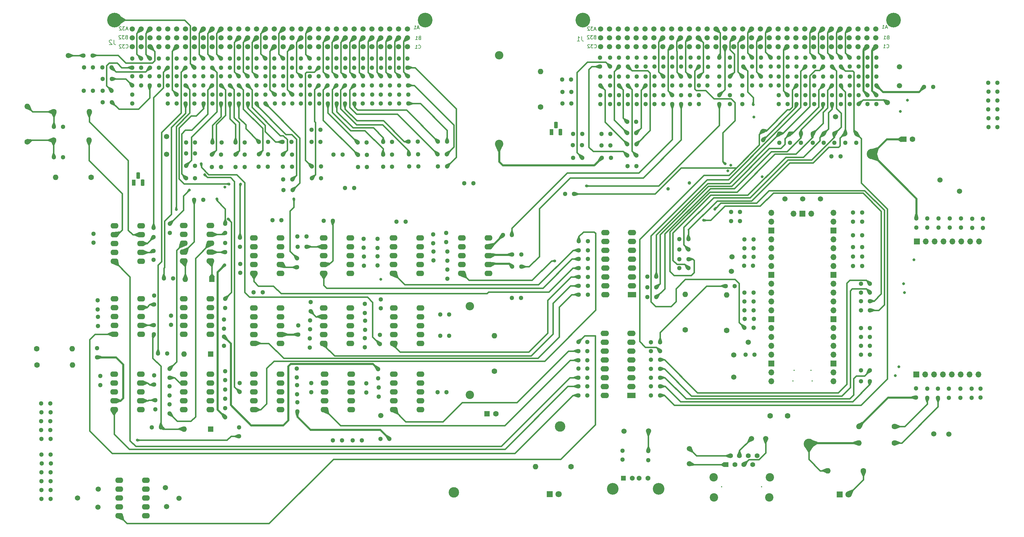
<source format=gbl>
%TF.GenerationSoftware,KiCad,Pcbnew,7.0.5*%
%TF.CreationDate,2023-10-26T11:03:58-04:00*%
%TF.ProjectId,selftest_bd,73656c66-7465-4737-945f-62642e6b6963,2.0*%
%TF.SameCoordinates,Original*%
%TF.FileFunction,Copper,L4,Bot*%
%TF.FilePolarity,Positive*%
%FSLAX46Y46*%
G04 Gerber Fmt 4.6, Leading zero omitted, Abs format (unit mm)*
G04 Created by KiCad (PCBNEW 7.0.5) date 2023-10-26 11:03:58*
%MOMM*%
%LPD*%
G01*
G04 APERTURE LIST*
G04 Aperture macros list*
%AMRoundRect*
0 Rectangle with rounded corners*
0 $1 Rounding radius*
0 $2 $3 $4 $5 $6 $7 $8 $9 X,Y pos of 4 corners*
0 Add a 4 corners polygon primitive as box body*
4,1,4,$2,$3,$4,$5,$6,$7,$8,$9,$2,$3,0*
0 Add four circle primitives for the rounded corners*
1,1,$1+$1,$2,$3*
1,1,$1+$1,$4,$5*
1,1,$1+$1,$6,$7*
1,1,$1+$1,$8,$9*
0 Add four rect primitives between the rounded corners*
20,1,$1+$1,$2,$3,$4,$5,0*
20,1,$1+$1,$4,$5,$6,$7,0*
20,1,$1+$1,$6,$7,$8,$9,0*
20,1,$1+$1,$8,$9,$2,$3,0*%
G04 Aperture macros list end*
%ADD10C,0.150000*%
%TA.AperFunction,NonConductor*%
%ADD11C,0.150000*%
%TD*%
%TA.AperFunction,ComponentPad*%
%ADD12C,1.300000*%
%TD*%
%TA.AperFunction,ComponentPad*%
%ADD13C,1.500000*%
%TD*%
%TA.AperFunction,ComponentPad*%
%ADD14R,1.800000X1.800000*%
%TD*%
%TA.AperFunction,ComponentPad*%
%ADD15C,1.800000*%
%TD*%
%TA.AperFunction,ComponentPad*%
%ADD16O,2.300000X1.600000*%
%TD*%
%TA.AperFunction,ComponentPad*%
%ADD17R,1.600000X1.600000*%
%TD*%
%TA.AperFunction,ComponentPad*%
%ADD18O,1.600000X1.600000*%
%TD*%
%TA.AperFunction,ComponentPad*%
%ADD19R,1.408000X1.408000*%
%TD*%
%TA.AperFunction,ComponentPad*%
%ADD20C,1.408000*%
%TD*%
%TA.AperFunction,ComponentPad*%
%ADD21C,2.400000*%
%TD*%
%TA.AperFunction,ComponentPad*%
%ADD22C,4.200000*%
%TD*%
%TA.AperFunction,ComponentPad*%
%ADD23C,1.600000*%
%TD*%
%TA.AperFunction,ComponentPad*%
%ADD24R,1.100000X1.800000*%
%TD*%
%TA.AperFunction,ComponentPad*%
%ADD25RoundRect,0.275000X-0.275000X-0.625000X0.275000X-0.625000X0.275000X0.625000X-0.275000X0.625000X0*%
%TD*%
%TA.AperFunction,ComponentPad*%
%ADD26R,2.400000X1.600000*%
%TD*%
%TA.AperFunction,ComponentPad*%
%ADD27O,2.400000X1.600000*%
%TD*%
%TA.AperFunction,ComponentPad*%
%ADD28O,2.400000X2.400000*%
%TD*%
%TA.AperFunction,ComponentPad*%
%ADD29C,3.000000*%
%TD*%
%TA.AperFunction,ComponentPad*%
%ADD30R,1.428000X1.428000*%
%TD*%
%TA.AperFunction,ComponentPad*%
%ADD31C,1.428000*%
%TD*%
%TA.AperFunction,ComponentPad*%
%ADD32C,3.346000*%
%TD*%
%TA.AperFunction,ComponentPad*%
%ADD33R,1.700000X1.700000*%
%TD*%
%TA.AperFunction,ComponentPad*%
%ADD34O,1.700000X1.700000*%
%TD*%
%TA.AperFunction,ViaPad*%
%ADD35C,0.800000*%
%TD*%
%TA.AperFunction,ViaPad*%
%ADD36C,1.000000*%
%TD*%
%TA.AperFunction,Conductor*%
%ADD37C,0.400000*%
%TD*%
%TA.AperFunction,Conductor*%
%ADD38C,0.600000*%
%TD*%
%ADD39C,0.350000*%
G04 APERTURE END LIST*
D10*
D11*
X106092475Y-52645504D02*
X105616285Y-52645504D01*
X106187713Y-52931219D02*
X105854380Y-51931219D01*
X105854380Y-51931219D02*
X105521047Y-52931219D01*
X105282951Y-51931219D02*
X104663904Y-51931219D01*
X104663904Y-51931219D02*
X104997237Y-52312171D01*
X104997237Y-52312171D02*
X104854380Y-52312171D01*
X104854380Y-52312171D02*
X104759142Y-52359790D01*
X104759142Y-52359790D02*
X104711523Y-52407409D01*
X104711523Y-52407409D02*
X104663904Y-52502647D01*
X104663904Y-52502647D02*
X104663904Y-52740742D01*
X104663904Y-52740742D02*
X104711523Y-52835980D01*
X104711523Y-52835980D02*
X104759142Y-52883600D01*
X104759142Y-52883600D02*
X104854380Y-52931219D01*
X104854380Y-52931219D02*
X105140094Y-52931219D01*
X105140094Y-52931219D02*
X105235332Y-52883600D01*
X105235332Y-52883600D02*
X105282951Y-52835980D01*
X104282951Y-52026457D02*
X104235332Y-51978838D01*
X104235332Y-51978838D02*
X104140094Y-51931219D01*
X104140094Y-51931219D02*
X103901999Y-51931219D01*
X103901999Y-51931219D02*
X103806761Y-51978838D01*
X103806761Y-51978838D02*
X103759142Y-52026457D01*
X103759142Y-52026457D02*
X103711523Y-52121695D01*
X103711523Y-52121695D02*
X103711523Y-52216933D01*
X103711523Y-52216933D02*
X103759142Y-52359790D01*
X103759142Y-52359790D02*
X104330570Y-52931219D01*
X104330570Y-52931219D02*
X103711523Y-52931219D01*
D10*
D11*
X189461685Y-52340704D02*
X188985495Y-52340704D01*
X189556923Y-52626419D02*
X189223590Y-51626419D01*
X189223590Y-51626419D02*
X188890257Y-52626419D01*
X188033114Y-52626419D02*
X188604542Y-52626419D01*
X188318828Y-52626419D02*
X188318828Y-51626419D01*
X188318828Y-51626419D02*
X188414066Y-51769276D01*
X188414066Y-51769276D02*
X188509304Y-51864514D01*
X188509304Y-51864514D02*
X188604542Y-51912133D01*
D10*
D11*
X105732152Y-54928274D02*
X105589295Y-54975893D01*
X105589295Y-54975893D02*
X105541676Y-55023512D01*
X105541676Y-55023512D02*
X105494057Y-55118750D01*
X105494057Y-55118750D02*
X105494057Y-55261607D01*
X105494057Y-55261607D02*
X105541676Y-55356845D01*
X105541676Y-55356845D02*
X105589295Y-55404465D01*
X105589295Y-55404465D02*
X105684533Y-55452084D01*
X105684533Y-55452084D02*
X106065485Y-55452084D01*
X106065485Y-55452084D02*
X106065485Y-54452084D01*
X106065485Y-54452084D02*
X105732152Y-54452084D01*
X105732152Y-54452084D02*
X105636914Y-54499703D01*
X105636914Y-54499703D02*
X105589295Y-54547322D01*
X105589295Y-54547322D02*
X105541676Y-54642560D01*
X105541676Y-54642560D02*
X105541676Y-54737798D01*
X105541676Y-54737798D02*
X105589295Y-54833036D01*
X105589295Y-54833036D02*
X105636914Y-54880655D01*
X105636914Y-54880655D02*
X105732152Y-54928274D01*
X105732152Y-54928274D02*
X106065485Y-54928274D01*
X105160723Y-54452084D02*
X104541676Y-54452084D01*
X104541676Y-54452084D02*
X104875009Y-54833036D01*
X104875009Y-54833036D02*
X104732152Y-54833036D01*
X104732152Y-54833036D02*
X104636914Y-54880655D01*
X104636914Y-54880655D02*
X104589295Y-54928274D01*
X104589295Y-54928274D02*
X104541676Y-55023512D01*
X104541676Y-55023512D02*
X104541676Y-55261607D01*
X104541676Y-55261607D02*
X104589295Y-55356845D01*
X104589295Y-55356845D02*
X104636914Y-55404465D01*
X104636914Y-55404465D02*
X104732152Y-55452084D01*
X104732152Y-55452084D02*
X105017866Y-55452084D01*
X105017866Y-55452084D02*
X105113104Y-55404465D01*
X105113104Y-55404465D02*
X105160723Y-55356845D01*
X104160723Y-54547322D02*
X104113104Y-54499703D01*
X104113104Y-54499703D02*
X104017866Y-54452084D01*
X104017866Y-54452084D02*
X103779771Y-54452084D01*
X103779771Y-54452084D02*
X103684533Y-54499703D01*
X103684533Y-54499703D02*
X103636914Y-54547322D01*
X103636914Y-54547322D02*
X103589295Y-54642560D01*
X103589295Y-54642560D02*
X103589295Y-54737798D01*
X103589295Y-54737798D02*
X103636914Y-54880655D01*
X103636914Y-54880655D02*
X104208342Y-55452084D01*
X104208342Y-55452084D02*
X103589295Y-55452084D01*
D10*
D11*
X240077475Y-52721704D02*
X239601285Y-52721704D01*
X240172713Y-53007419D02*
X239839380Y-52007419D01*
X239839380Y-52007419D02*
X239506047Y-53007419D01*
X239267951Y-52007419D02*
X238648904Y-52007419D01*
X238648904Y-52007419D02*
X238982237Y-52388371D01*
X238982237Y-52388371D02*
X238839380Y-52388371D01*
X238839380Y-52388371D02*
X238744142Y-52435990D01*
X238744142Y-52435990D02*
X238696523Y-52483609D01*
X238696523Y-52483609D02*
X238648904Y-52578847D01*
X238648904Y-52578847D02*
X238648904Y-52816942D01*
X238648904Y-52816942D02*
X238696523Y-52912180D01*
X238696523Y-52912180D02*
X238744142Y-52959800D01*
X238744142Y-52959800D02*
X238839380Y-53007419D01*
X238839380Y-53007419D02*
X239125094Y-53007419D01*
X239125094Y-53007419D02*
X239220332Y-52959800D01*
X239220332Y-52959800D02*
X239267951Y-52912180D01*
X238267951Y-52102657D02*
X238220332Y-52055038D01*
X238220332Y-52055038D02*
X238125094Y-52007419D01*
X238125094Y-52007419D02*
X237886999Y-52007419D01*
X237886999Y-52007419D02*
X237791761Y-52055038D01*
X237791761Y-52055038D02*
X237744142Y-52102657D01*
X237744142Y-52102657D02*
X237696523Y-52197895D01*
X237696523Y-52197895D02*
X237696523Y-52293133D01*
X237696523Y-52293133D02*
X237744142Y-52435990D01*
X237744142Y-52435990D02*
X238315570Y-53007419D01*
X238315570Y-53007419D02*
X237696523Y-53007419D01*
D10*
D11*
X189320466Y-58093780D02*
X189368085Y-58141400D01*
X189368085Y-58141400D02*
X189510942Y-58189019D01*
X189510942Y-58189019D02*
X189606180Y-58189019D01*
X189606180Y-58189019D02*
X189749037Y-58141400D01*
X189749037Y-58141400D02*
X189844275Y-58046161D01*
X189844275Y-58046161D02*
X189891894Y-57950923D01*
X189891894Y-57950923D02*
X189939513Y-57760447D01*
X189939513Y-57760447D02*
X189939513Y-57617590D01*
X189939513Y-57617590D02*
X189891894Y-57427114D01*
X189891894Y-57427114D02*
X189844275Y-57331876D01*
X189844275Y-57331876D02*
X189749037Y-57236638D01*
X189749037Y-57236638D02*
X189606180Y-57189019D01*
X189606180Y-57189019D02*
X189510942Y-57189019D01*
X189510942Y-57189019D02*
X189368085Y-57236638D01*
X189368085Y-57236638D02*
X189320466Y-57284257D01*
X188368085Y-58189019D02*
X188939513Y-58189019D01*
X188653799Y-58189019D02*
X188653799Y-57189019D01*
X188653799Y-57189019D02*
X188749037Y-57331876D01*
X188749037Y-57331876D02*
X188844275Y-57427114D01*
X188844275Y-57427114D02*
X188939513Y-57474733D01*
D10*
D11*
X105595657Y-57973045D02*
X105643276Y-58020665D01*
X105643276Y-58020665D02*
X105786133Y-58068284D01*
X105786133Y-58068284D02*
X105881371Y-58068284D01*
X105881371Y-58068284D02*
X106024228Y-58020665D01*
X106024228Y-58020665D02*
X106119466Y-57925426D01*
X106119466Y-57925426D02*
X106167085Y-57830188D01*
X106167085Y-57830188D02*
X106214704Y-57639712D01*
X106214704Y-57639712D02*
X106214704Y-57496855D01*
X106214704Y-57496855D02*
X106167085Y-57306379D01*
X106167085Y-57306379D02*
X106119466Y-57211141D01*
X106119466Y-57211141D02*
X106024228Y-57115903D01*
X106024228Y-57115903D02*
X105881371Y-57068284D01*
X105881371Y-57068284D02*
X105786133Y-57068284D01*
X105786133Y-57068284D02*
X105643276Y-57115903D01*
X105643276Y-57115903D02*
X105595657Y-57163522D01*
X105262323Y-57068284D02*
X104643276Y-57068284D01*
X104643276Y-57068284D02*
X104976609Y-57449236D01*
X104976609Y-57449236D02*
X104833752Y-57449236D01*
X104833752Y-57449236D02*
X104738514Y-57496855D01*
X104738514Y-57496855D02*
X104690895Y-57544474D01*
X104690895Y-57544474D02*
X104643276Y-57639712D01*
X104643276Y-57639712D02*
X104643276Y-57877807D01*
X104643276Y-57877807D02*
X104690895Y-57973045D01*
X104690895Y-57973045D02*
X104738514Y-58020665D01*
X104738514Y-58020665D02*
X104833752Y-58068284D01*
X104833752Y-58068284D02*
X105119466Y-58068284D01*
X105119466Y-58068284D02*
X105214704Y-58020665D01*
X105214704Y-58020665D02*
X105262323Y-57973045D01*
X104262323Y-57163522D02*
X104214704Y-57115903D01*
X104214704Y-57115903D02*
X104119466Y-57068284D01*
X104119466Y-57068284D02*
X103881371Y-57068284D01*
X103881371Y-57068284D02*
X103786133Y-57115903D01*
X103786133Y-57115903D02*
X103738514Y-57163522D01*
X103738514Y-57163522D02*
X103690895Y-57258760D01*
X103690895Y-57258760D02*
X103690895Y-57353998D01*
X103690895Y-57353998D02*
X103738514Y-57496855D01*
X103738514Y-57496855D02*
X104309942Y-58068284D01*
X104309942Y-58068284D02*
X103690895Y-58068284D01*
D10*
D11*
X239767952Y-54922009D02*
X239625095Y-54969628D01*
X239625095Y-54969628D02*
X239577476Y-55017247D01*
X239577476Y-55017247D02*
X239529857Y-55112485D01*
X239529857Y-55112485D02*
X239529857Y-55255342D01*
X239529857Y-55255342D02*
X239577476Y-55350580D01*
X239577476Y-55350580D02*
X239625095Y-55398200D01*
X239625095Y-55398200D02*
X239720333Y-55445819D01*
X239720333Y-55445819D02*
X240101285Y-55445819D01*
X240101285Y-55445819D02*
X240101285Y-54445819D01*
X240101285Y-54445819D02*
X239767952Y-54445819D01*
X239767952Y-54445819D02*
X239672714Y-54493438D01*
X239672714Y-54493438D02*
X239625095Y-54541057D01*
X239625095Y-54541057D02*
X239577476Y-54636295D01*
X239577476Y-54636295D02*
X239577476Y-54731533D01*
X239577476Y-54731533D02*
X239625095Y-54826771D01*
X239625095Y-54826771D02*
X239672714Y-54874390D01*
X239672714Y-54874390D02*
X239767952Y-54922009D01*
X239767952Y-54922009D02*
X240101285Y-54922009D01*
X239196523Y-54445819D02*
X238577476Y-54445819D01*
X238577476Y-54445819D02*
X238910809Y-54826771D01*
X238910809Y-54826771D02*
X238767952Y-54826771D01*
X238767952Y-54826771D02*
X238672714Y-54874390D01*
X238672714Y-54874390D02*
X238625095Y-54922009D01*
X238625095Y-54922009D02*
X238577476Y-55017247D01*
X238577476Y-55017247D02*
X238577476Y-55255342D01*
X238577476Y-55255342D02*
X238625095Y-55350580D01*
X238625095Y-55350580D02*
X238672714Y-55398200D01*
X238672714Y-55398200D02*
X238767952Y-55445819D01*
X238767952Y-55445819D02*
X239053666Y-55445819D01*
X239053666Y-55445819D02*
X239148904Y-55398200D01*
X239148904Y-55398200D02*
X239196523Y-55350580D01*
X238196523Y-54541057D02*
X238148904Y-54493438D01*
X238148904Y-54493438D02*
X238053666Y-54445819D01*
X238053666Y-54445819D02*
X237815571Y-54445819D01*
X237815571Y-54445819D02*
X237720333Y-54493438D01*
X237720333Y-54493438D02*
X237672714Y-54541057D01*
X237672714Y-54541057D02*
X237625095Y-54636295D01*
X237625095Y-54636295D02*
X237625095Y-54731533D01*
X237625095Y-54731533D02*
X237672714Y-54874390D01*
X237672714Y-54874390D02*
X238244142Y-55445819D01*
X238244142Y-55445819D02*
X237625095Y-55445819D01*
D10*
D11*
X239631457Y-57966780D02*
X239679076Y-58014400D01*
X239679076Y-58014400D02*
X239821933Y-58062019D01*
X239821933Y-58062019D02*
X239917171Y-58062019D01*
X239917171Y-58062019D02*
X240060028Y-58014400D01*
X240060028Y-58014400D02*
X240155266Y-57919161D01*
X240155266Y-57919161D02*
X240202885Y-57823923D01*
X240202885Y-57823923D02*
X240250504Y-57633447D01*
X240250504Y-57633447D02*
X240250504Y-57490590D01*
X240250504Y-57490590D02*
X240202885Y-57300114D01*
X240202885Y-57300114D02*
X240155266Y-57204876D01*
X240155266Y-57204876D02*
X240060028Y-57109638D01*
X240060028Y-57109638D02*
X239917171Y-57062019D01*
X239917171Y-57062019D02*
X239821933Y-57062019D01*
X239821933Y-57062019D02*
X239679076Y-57109638D01*
X239679076Y-57109638D02*
X239631457Y-57157257D01*
X239298123Y-57062019D02*
X238679076Y-57062019D01*
X238679076Y-57062019D02*
X239012409Y-57442971D01*
X239012409Y-57442971D02*
X238869552Y-57442971D01*
X238869552Y-57442971D02*
X238774314Y-57490590D01*
X238774314Y-57490590D02*
X238726695Y-57538209D01*
X238726695Y-57538209D02*
X238679076Y-57633447D01*
X238679076Y-57633447D02*
X238679076Y-57871542D01*
X238679076Y-57871542D02*
X238726695Y-57966780D01*
X238726695Y-57966780D02*
X238774314Y-58014400D01*
X238774314Y-58014400D02*
X238869552Y-58062019D01*
X238869552Y-58062019D02*
X239155266Y-58062019D01*
X239155266Y-58062019D02*
X239250504Y-58014400D01*
X239250504Y-58014400D02*
X239298123Y-57966780D01*
X238298123Y-57157257D02*
X238250504Y-57109638D01*
X238250504Y-57109638D02*
X238155266Y-57062019D01*
X238155266Y-57062019D02*
X237917171Y-57062019D01*
X237917171Y-57062019D02*
X237821933Y-57109638D01*
X237821933Y-57109638D02*
X237774314Y-57157257D01*
X237774314Y-57157257D02*
X237726695Y-57252495D01*
X237726695Y-57252495D02*
X237726695Y-57347733D01*
X237726695Y-57347733D02*
X237774314Y-57490590D01*
X237774314Y-57490590D02*
X238345742Y-58062019D01*
X238345742Y-58062019D02*
X237726695Y-58062019D01*
D10*
D11*
X102134932Y-55757804D02*
X102134932Y-56686376D01*
X102134932Y-56686376D02*
X102196837Y-56872090D01*
X102196837Y-56872090D02*
X102320646Y-56995900D01*
X102320646Y-56995900D02*
X102506361Y-57057804D01*
X102506361Y-57057804D02*
X102630170Y-57057804D01*
X101577789Y-55881614D02*
X101515885Y-55819709D01*
X101515885Y-55819709D02*
X101392075Y-55757804D01*
X101392075Y-55757804D02*
X101082551Y-55757804D01*
X101082551Y-55757804D02*
X100958742Y-55819709D01*
X100958742Y-55819709D02*
X100896837Y-55881614D01*
X100896837Y-55881614D02*
X100834932Y-56005423D01*
X100834932Y-56005423D02*
X100834932Y-56129233D01*
X100834932Y-56129233D02*
X100896837Y-56314947D01*
X100896837Y-56314947D02*
X101639694Y-57057804D01*
X101639694Y-57057804D02*
X100834932Y-57057804D01*
D10*
D11*
X323446685Y-52188304D02*
X322970495Y-52188304D01*
X323541923Y-52474019D02*
X323208590Y-51474019D01*
X323208590Y-51474019D02*
X322875257Y-52474019D01*
X322018114Y-52474019D02*
X322589542Y-52474019D01*
X322303828Y-52474019D02*
X322303828Y-51474019D01*
X322303828Y-51474019D02*
X322399066Y-51616876D01*
X322399066Y-51616876D02*
X322494304Y-51712114D01*
X322494304Y-51712114D02*
X322589542Y-51759733D01*
D10*
D11*
X323305466Y-57941380D02*
X323353085Y-57989000D01*
X323353085Y-57989000D02*
X323495942Y-58036619D01*
X323495942Y-58036619D02*
X323591180Y-58036619D01*
X323591180Y-58036619D02*
X323734037Y-57989000D01*
X323734037Y-57989000D02*
X323829275Y-57893761D01*
X323829275Y-57893761D02*
X323876894Y-57798523D01*
X323876894Y-57798523D02*
X323924513Y-57608047D01*
X323924513Y-57608047D02*
X323924513Y-57465190D01*
X323924513Y-57465190D02*
X323876894Y-57274714D01*
X323876894Y-57274714D02*
X323829275Y-57179476D01*
X323829275Y-57179476D02*
X323734037Y-57084238D01*
X323734037Y-57084238D02*
X323591180Y-57036619D01*
X323591180Y-57036619D02*
X323495942Y-57036619D01*
X323495942Y-57036619D02*
X323353085Y-57084238D01*
X323353085Y-57084238D02*
X323305466Y-57131857D01*
X322353085Y-58036619D02*
X322924513Y-58036619D01*
X322638799Y-58036619D02*
X322638799Y-57036619D01*
X322638799Y-57036619D02*
X322734037Y-57179476D01*
X322734037Y-57179476D02*
X322829275Y-57274714D01*
X322829275Y-57274714D02*
X322924513Y-57322333D01*
D10*
D11*
X323645161Y-54998209D02*
X323502304Y-55045828D01*
X323502304Y-55045828D02*
X323454685Y-55093447D01*
X323454685Y-55093447D02*
X323407066Y-55188685D01*
X323407066Y-55188685D02*
X323407066Y-55331542D01*
X323407066Y-55331542D02*
X323454685Y-55426780D01*
X323454685Y-55426780D02*
X323502304Y-55474400D01*
X323502304Y-55474400D02*
X323597542Y-55522019D01*
X323597542Y-55522019D02*
X323978494Y-55522019D01*
X323978494Y-55522019D02*
X323978494Y-54522019D01*
X323978494Y-54522019D02*
X323645161Y-54522019D01*
X323645161Y-54522019D02*
X323549923Y-54569638D01*
X323549923Y-54569638D02*
X323502304Y-54617257D01*
X323502304Y-54617257D02*
X323454685Y-54712495D01*
X323454685Y-54712495D02*
X323454685Y-54807733D01*
X323454685Y-54807733D02*
X323502304Y-54902971D01*
X323502304Y-54902971D02*
X323549923Y-54950590D01*
X323549923Y-54950590D02*
X323645161Y-54998209D01*
X323645161Y-54998209D02*
X323978494Y-54998209D01*
X322454685Y-55522019D02*
X323026113Y-55522019D01*
X322740399Y-55522019D02*
X322740399Y-54522019D01*
X322740399Y-54522019D02*
X322835637Y-54664876D01*
X322835637Y-54664876D02*
X322930875Y-54760114D01*
X322930875Y-54760114D02*
X323026113Y-54807733D01*
D10*
D11*
X189660161Y-55150609D02*
X189517304Y-55198228D01*
X189517304Y-55198228D02*
X189469685Y-55245847D01*
X189469685Y-55245847D02*
X189422066Y-55341085D01*
X189422066Y-55341085D02*
X189422066Y-55483942D01*
X189422066Y-55483942D02*
X189469685Y-55579180D01*
X189469685Y-55579180D02*
X189517304Y-55626800D01*
X189517304Y-55626800D02*
X189612542Y-55674419D01*
X189612542Y-55674419D02*
X189993494Y-55674419D01*
X189993494Y-55674419D02*
X189993494Y-54674419D01*
X189993494Y-54674419D02*
X189660161Y-54674419D01*
X189660161Y-54674419D02*
X189564923Y-54722038D01*
X189564923Y-54722038D02*
X189517304Y-54769657D01*
X189517304Y-54769657D02*
X189469685Y-54864895D01*
X189469685Y-54864895D02*
X189469685Y-54960133D01*
X189469685Y-54960133D02*
X189517304Y-55055371D01*
X189517304Y-55055371D02*
X189564923Y-55102990D01*
X189564923Y-55102990D02*
X189660161Y-55150609D01*
X189660161Y-55150609D02*
X189993494Y-55150609D01*
X188469685Y-55674419D02*
X189041113Y-55674419D01*
X188755399Y-55674419D02*
X188755399Y-54674419D01*
X188755399Y-54674419D02*
X188850637Y-54817276D01*
X188850637Y-54817276D02*
X188945875Y-54912514D01*
X188945875Y-54912514D02*
X189041113Y-54960133D01*
D10*
D11*
X236014532Y-54737669D02*
X236014532Y-55666241D01*
X236014532Y-55666241D02*
X236076437Y-55851955D01*
X236076437Y-55851955D02*
X236200246Y-55975765D01*
X236200246Y-55975765D02*
X236385961Y-56037669D01*
X236385961Y-56037669D02*
X236509770Y-56037669D01*
X234714532Y-56037669D02*
X235457389Y-56037669D01*
X235085961Y-56037669D02*
X235085961Y-54737669D01*
X235085961Y-54737669D02*
X235209770Y-54923384D01*
X235209770Y-54923384D02*
X235333580Y-55047193D01*
X235333580Y-55047193D02*
X235457389Y-55109098D01*
D12*
%TO.P,NT78,1,1*%
%TO.N,CMOD_3*%
X269570200Y-74147200D03*
%TO.P,NT78,2,2*%
%TO.N,Net-(J1-PadC21)*%
X269570200Y-71547200D03*
%TD*%
%TO.P,NT113,1,1*%
%TO.N,Net-(J2-PadA13)*%
X155676600Y-61078665D03*
%TO.P,NT113,2,2*%
%TO.N,B30_H*%
X155676600Y-63678665D03*
%TD*%
%TO.P,NT188,1,1*%
%TO.N,B4_COM_L*%
X127789600Y-73978665D03*
%TO.P,NT188,2,2*%
%TO.N,Net-(J2-PadC24)*%
X127789600Y-71378665D03*
%TD*%
%TO.P,NT70,1,1*%
%TO.N,PR1_3*%
X307670200Y-74147200D03*
%TO.P,NT70,2,2*%
%TO.N,Net-(J1-PadC6)*%
X307670200Y-71547200D03*
%TD*%
%TO.P,NT40,1,1*%
%TO.N,PM1_IO8*%
X302590200Y-68813200D03*
%TO.P,NT40,2,2*%
%TO.N,Net-(J1-PadB8)*%
X302590200Y-66213200D03*
%TD*%
%TO.P,NT337,1,1*%
%TO.N,B20_L*%
X186689600Y-91978665D03*
%TO.P,NT337,2,2*%
%TO.N,B10_L*%
X189289600Y-91978665D03*
%TD*%
D13*
%TO.P,TP15,1,1*%
%TO.N,Net-(NT312-Pad2)*%
X279531800Y-146020000D03*
%TD*%
%TO.P,TP32,1,1*%
%TO.N,Net-(K17-Pad8)*%
X91753500Y-186994335D03*
%TD*%
D12*
%TO.P,NT296,1,1*%
%TO.N,USPI0_CLK*%
X318516000Y-145892200D03*
%TO.P,NT296,2,2*%
%TO.N,Net-(U1-GPIO2)*%
X315916000Y-145892200D03*
%TD*%
%TO.P,NT187,1,1*%
%TO.N,B4_COM_H*%
X130389600Y-73978665D03*
%TO.P,NT187,2,2*%
%TO.N,Net-(J2-PadC23)*%
X130389600Y-71378665D03*
%TD*%
%TO.P,NT4,1,1*%
%TO.N,PR_ADC1*%
X312750200Y-63394065D03*
%TO.P,NT4,2,2*%
%TO.N,Net-(J1-PadA4)*%
X312750200Y-60794065D03*
%TD*%
%TO.P,NT115,1,1*%
%TO.N,Net-(J2-PadA15)*%
X150595187Y-61078665D03*
%TO.P,NT115,2,2*%
%TO.N,B33_H*%
X150595187Y-63678665D03*
%TD*%
%TO.P,NT162,1,1*%
%TO.N,INST-*%
X112389600Y-68778665D03*
%TO.P,NT162,2,2*%
%TO.N,/Interface Connector/IT-*%
X112389600Y-66178665D03*
%TD*%
%TO.P,NT74,1,1*%
%TO.N,PCTRL*%
X297510200Y-74147200D03*
%TO.P,NT74,2,2*%
%TO.N,Net-(J1-PadC10)*%
X297510200Y-71547200D03*
%TD*%
D13*
%TO.P,TP5,1,1*%
%TO.N,Net-(NT67-Pad1)*%
X323469000Y-73660000D03*
%TD*%
D12*
%TO.P,NT276,1,1*%
%TO.N,PR1_3*%
X266547600Y-121096800D03*
%TO.P,NT276,2,2*%
%TO.N,Net-(U2-I4)*%
X263947600Y-121096800D03*
%TD*%
D14*
%TO.P,D4,1,K*%
%TO.N,GND*%
X226893200Y-185851800D03*
D15*
%TO.P,D4,2,A*%
%TO.N,Net-(D4-A)*%
X229433200Y-185851800D03*
%TD*%
D12*
%TO.P,NT361,1,1*%
%TO.N,Net-(K14-Pad7)*%
X138252200Y-114990400D03*
%TO.P,NT361,2,2*%
%TO.N,B2_COM_L*%
X138252200Y-112390400D03*
%TD*%
%TO.P,NT374,1,1*%
%TO.N,K2_LP_NO1*%
X249067800Y-85606065D03*
%TO.P,NT374,2,2*%
%TO.N,K1_LP_NC1*%
X251667800Y-85606065D03*
%TD*%
%TO.P,NT237,1,1*%
%TO.N,Net-(K7-Pad2)*%
X173945200Y-141156200D03*
%TO.P,NT237,2,2*%
%TO.N,Net-(K8-Pad3)*%
X173945200Y-143756200D03*
%TD*%
%TO.P,NT401,1,1*%
%TO.N,Net-(K10-Pad2)*%
X133658200Y-135828400D03*
%TO.P,NT401,2,2*%
%TO.N,PS1*%
X133658200Y-138428400D03*
%TD*%
%TO.P,NT239,1,1*%
%TO.N,Net-(K16-Pad2)*%
X185602400Y-107797600D03*
%TO.P,NT239,2,2*%
%TO.N,VM1*%
X183002400Y-107797600D03*
%TD*%
%TO.P,NT260,1,1*%
%TO.N,PR0_6*%
X311471200Y-85214065D03*
%TO.P,NT260,2,2*%
%TO.N,PR1_6*%
X311471200Y-82614065D03*
%TD*%
%TO.P,NT130,1,1*%
%TO.N,/Interface Connector/SH1-*%
X112474022Y-61078665D03*
%TO.P,NT130,2,2*%
%TO.N,SCOPE_CH1-*%
X112474022Y-63678665D03*
%TD*%
%TO.P,NT125,1,1*%
%TO.N,Net-(J2-PadA25)*%
X125181077Y-61078665D03*
%TO.P,NT125,2,2*%
%TO.N,Earth*%
X125181077Y-63678665D03*
%TD*%
D13*
%TO.P,TP23,1,1*%
%TO.N,Net-(J3-Pad2)*%
X266827000Y-172847000D03*
%TD*%
%TO.P,TP40,1,1*%
%TO.N,USB_GND*%
X255143000Y-167767000D03*
%TD*%
D12*
%TO.P,NT62,1,1*%
%TO.N,K2_LP_NC1*%
X246710200Y-68813200D03*
%TO.P,NT62,2,2*%
%TO.N,Net-(J1-PadB30)*%
X246710200Y-66213200D03*
%TD*%
%TO.P,NT61,1,1*%
%TO.N,K2_LP_NO2*%
X249250200Y-68813200D03*
%TO.P,NT61,2,2*%
%TO.N,Net-(J1-PadB29)*%
X249250200Y-66213200D03*
%TD*%
%TO.P,NT145,1,1*%
%TO.N,Net-(J2-PadB13)*%
X155681005Y-66178665D03*
%TO.P,NT145,2,2*%
%TO.N,B31_H*%
X155681005Y-68778665D03*
%TD*%
%TO.P,NT320,1,1*%
%TO.N,Net-(U1-GPIO22)*%
X279811000Y-126238000D03*
%TO.P,NT320,2,2*%
%TO.N,PK17*%
X277211000Y-126238000D03*
%TD*%
%TO.P,NT19,1,1*%
%TO.N,SERIAL_RX*%
X275412200Y-63394065D03*
%TO.P,NT19,2,2*%
%TO.N,Net-(J1-PadA19)*%
X275412200Y-60794065D03*
%TD*%
%TO.P,NT229,1,1*%
%TO.N,GND*%
X93569600Y-63608665D03*
%TO.P,NT229,2,2*%
%TO.N,Net-(NT227-Pad2)*%
X96169600Y-63608665D03*
%TD*%
%TO.P,NT268,1,1*%
%TO.N,PR1_2*%
X257382800Y-123545600D03*
%TO.P,NT268,2,2*%
%TO.N,Net-(U2-I3)*%
X254782800Y-123545600D03*
%TD*%
%TO.P,NT87,1,1*%
%TO.N,K3_HP_C2*%
X246661200Y-74147200D03*
%TO.P,NT87,2,2*%
%TO.N,Net-(J1-PadC30)*%
X246661200Y-71547200D03*
%TD*%
%TO.P,NT396,1,1*%
%TO.N,Net-(J6-Pin_2)*%
X334950600Y-109504000D03*
%TO.P,NT396,2,2*%
%TO.N,CMOD_1*%
X334950600Y-106904000D03*
%TD*%
D16*
%TO.P,K16,1*%
%TO.N,VCC*%
X189778400Y-122651600D03*
%TO.P,K16,2*%
%TO.N,Net-(K16-Pad2)*%
X189778400Y-120111600D03*
%TO.P,K16,3*%
%TO.N,Net-(K16-Pad3)*%
X189778400Y-117571600D03*
%TO.P,K16,4*%
%TO.N,Net-(K16-Pad4)*%
X189778400Y-115031600D03*
%TO.P,K16,5*%
%TO.N,N/C*%
X189778400Y-112491600D03*
%TO.P,K16,6*%
X182158400Y-112491600D03*
%TO.P,K16,7*%
%TO.N,Net-(K16-Pad7)*%
X182158400Y-115031600D03*
%TO.P,K16,8*%
%TO.N,Net-(K16-Pad8)*%
X182158400Y-117571600D03*
%TO.P,K16,9*%
%TO.N,Net-(K16-Pad9)*%
X182158400Y-120111600D03*
%TO.P,K16,10*%
%TO.N,Net-(K16-Pad10)*%
X182158400Y-122651600D03*
%TD*%
D12*
%TO.P,NT336,1,1*%
%TO.N,SSR1_POS*%
X251718600Y-91879865D03*
%TO.P,NT336,2,2*%
%TO.N,PS4*%
X249118600Y-91879865D03*
%TD*%
%TO.P,NT36,1,1*%
%TO.N,DAC_VOUT*%
X312750200Y-68813200D03*
%TO.P,NT36,2,2*%
%TO.N,Net-(J1-PadB4)*%
X312750200Y-66213200D03*
%TD*%
%TO.P,NT63,1,1*%
%TO.N,K2_LP_C1*%
X244161200Y-68813200D03*
%TO.P,NT63,2,2*%
%TO.N,Net-(J1-PadB31)*%
X244161200Y-66213200D03*
%TD*%
%TO.P,NT331,1,1*%
%TO.N,B15_H*%
X181789600Y-84978665D03*
%TO.P,NT331,2,2*%
%TO.N,B25_H*%
X179189600Y-84978665D03*
%TD*%
D13*
%TO.P,TP35,1,1*%
%TO.N,Net-(K17-Pad9)*%
X97553500Y-189594335D03*
%TD*%
D12*
%TO.P,NT126,1,1*%
%TO.N,OC1_OUT*%
X122679600Y-63678665D03*
%TO.P,NT126,2,2*%
%TO.N,Net-(J2-PadA26)*%
X122679600Y-61078665D03*
%TD*%
%TO.P,NT215,1,1*%
%TO.N,Net-(K1-Pad8)*%
X197572200Y-116351800D03*
%TO.P,NT215,2,2*%
%TO.N,GND*%
X197572200Y-118951800D03*
%TD*%
D16*
%TO.P,K4,1*%
%TO.N,VCC*%
X189845200Y-161656200D03*
%TO.P,K4,2*%
%TO.N,Net-(K4-Pad2)*%
X189845200Y-159116200D03*
%TO.P,K4,3*%
%TO.N,Net-(K4-Pad3)*%
X189845200Y-156576200D03*
%TO.P,K4,4*%
%TO.N,Net-(K4-Pad4)*%
X189845200Y-154036200D03*
%TO.P,K4,5*%
%TO.N,N/C*%
X189845200Y-151496200D03*
%TO.P,K4,6*%
X182225200Y-151496200D03*
%TO.P,K4,7*%
%TO.N,Net-(K4-Pad7)*%
X182225200Y-154036200D03*
%TO.P,K4,8*%
%TO.N,Net-(K4-Pad8)*%
X182225200Y-156576200D03*
%TO.P,K4,9*%
%TO.N,Net-(K4-Pad9)*%
X182225200Y-159116200D03*
%TO.P,K4,10*%
%TO.N,Net-(K4-Pad10)*%
X182225200Y-161656200D03*
%TD*%
D12*
%TO.P,NT315,1,1*%
%TO.N,Net-(NT315-Pad1)*%
X282587210Y-117893210D03*
%TO.P,NT315,2,2*%
%TO.N,Net-(U1-GPIO20)*%
X285187210Y-117893210D03*
%TD*%
%TO.P,NT335,1,1*%
%TO.N,B3_COM_H*%
X153269600Y-98788665D03*
%TO.P,NT335,2,2*%
%TO.N,PS9*%
X150669600Y-98788665D03*
%TD*%
%TO.P,NT5,1,1*%
%TO.N,PR1_7*%
X310210200Y-63394065D03*
%TO.P,NT5,2,2*%
%TO.N,Net-(J1-PadA5)*%
X310210200Y-60794065D03*
%TD*%
%TO.P,NT55,1,1*%
%TO.N,JTAG_TCK*%
X264490200Y-68813200D03*
%TO.P,NT55,2,2*%
%TO.N,Net-(J1-PadB23)*%
X264490200Y-66213200D03*
%TD*%
%TO.P,NT417,1,1*%
%TO.N,Net-(K12-Pad7)*%
X118167600Y-111040600D03*
%TO.P,NT417,2,2*%
%TO.N,PS10*%
X118167600Y-108440600D03*
%TD*%
%TO.P,NT386,1,1*%
%TO.N,Net-(J5-Pin_6)*%
X347597800Y-155675000D03*
%TO.P,NT386,2,2*%
%TO.N,Net-(NT386-Pad2)*%
X347597800Y-158275000D03*
%TD*%
%TO.P,NT122,1,1*%
%TO.N,Net-(J2-PadA22)*%
X132805310Y-61078665D03*
%TO.P,NT122,2,2*%
%TO.N,B43_L*%
X132805310Y-63678665D03*
%TD*%
%TO.P,NT291,1,1*%
%TO.N,Net-(U2-O6)*%
X237788600Y-116011800D03*
%TO.P,NT291,2,2*%
%TO.N,Net-(K16-Pad10)*%
X235188600Y-116011800D03*
%TD*%
%TO.P,NT269,1,1*%
%TO.N,PR1_4*%
X266547600Y-118526800D03*
%TO.P,NT269,2,2*%
%TO.N,Net-(U2-I5)*%
X263947600Y-118526800D03*
%TD*%
%TO.P,NT403,1,1*%
%TO.N,Net-(K10-Pad9)*%
X118491000Y-137317000D03*
%TO.P,NT403,2,2*%
%TO.N,PS3*%
X118491000Y-134717000D03*
%TD*%
%TO.P,NT137,1,1*%
%TO.N,Net-(J2-PadB5)*%
X175996600Y-66178665D03*
%TO.P,NT137,2,2*%
%TO.N,B17_H*%
X175996600Y-68778665D03*
%TD*%
%TO.P,NT117,1,1*%
%TO.N,Net-(J2-PadA17)*%
X145512365Y-61078665D03*
%TO.P,NT117,2,2*%
%TO.N,B36_H*%
X145512365Y-63678665D03*
%TD*%
%TO.P,NT302,1,1*%
%TO.N,SERIAL_RTS*%
X316287210Y-107793210D03*
%TO.P,NT302,2,2*%
%TO.N,Net-(U1-GPIO14)*%
X313687210Y-107793210D03*
%TD*%
%TO.P,NT333,1,1*%
%TO.N,B17_H*%
X161389600Y-95378665D03*
%TO.P,NT333,2,2*%
%TO.N,B27_H*%
X158789600Y-95378665D03*
%TD*%
%TO.P,NT283,1,1*%
%TO.N,Net-(U2-O5)*%
X237788600Y-118511800D03*
%TO.P,NT283,2,2*%
%TO.N,Net-(K15-Pad10)*%
X235188600Y-118511800D03*
%TD*%
%TO.P,NT102,1,1*%
%TO.N,Net-(J2-PadA2)*%
X183689600Y-61078665D03*
%TO.P,NT102,2,2*%
%TO.N,B10_L*%
X183689600Y-63678665D03*
%TD*%
%TO.P,NT319,1,1*%
%TO.N,/pico/I2C_ID0*%
X282587210Y-130693210D03*
%TO.P,NT319,2,2*%
%TO.N,Net-(U1-GPIO26_ADC0)*%
X285187210Y-130693210D03*
%TD*%
D17*
%TO.P,D1,1,K*%
%TO.N,VCC*%
X129855200Y-145706200D03*
D18*
%TO.P,D1,2,A*%
%TO.N,VM2*%
X122235200Y-145706200D03*
%TD*%
D19*
%TO.P,J3,1,1*%
%TO.N,Net-(J3-Pad1)*%
X277368000Y-177419000D03*
D20*
%TO.P,J3,2,2*%
%TO.N,Net-(J3-Pad2)*%
X278638000Y-174879000D03*
%TO.P,J3,3,3*%
%TO.N,ETH_RX-*%
X279908000Y-177419000D03*
%TO.P,J3,4,4*%
%TO.N,Net-(J3-Pad4)*%
X281178000Y-174879000D03*
%TO.P,J3,5,5*%
%TO.N,Net-(J3-Pad5)*%
X282448000Y-177419000D03*
%TO.P,J3,6,6*%
%TO.N,ETH_RX+*%
X283718000Y-174879000D03*
%TO.P,J3,7,7*%
%TO.N,ETH_TX-*%
X284988000Y-177419000D03*
%TO.P,J3,8,8*%
%TO.N,ETH_TX+*%
X286258000Y-174879000D03*
D21*
%TO.P,J3,S1,SHIELD*%
%TO.N,Earth*%
X273788000Y-181019000D03*
X273898000Y-186819000D03*
%TO.P,J3,S2,SHIELD*%
X289728000Y-186819000D03*
X289838000Y-181019000D03*
%TD*%
D12*
%TO.P,NT116,1,1*%
%TO.N,Net-(J2-PadA16)*%
X148053776Y-61078665D03*
%TO.P,NT116,2,2*%
%TO.N,B33_L*%
X148053776Y-63678665D03*
%TD*%
%TO.P,NT1,1,1*%
%TO.N,PWR_RES_H*%
X320370200Y-63394065D03*
%TO.P,NT1,2,2*%
%TO.N,Net-(J1-PadA1)*%
X320370200Y-60794065D03*
%TD*%
%TO.P,NT329,1,1*%
%TO.N,B13_H*%
X181789600Y-92078665D03*
%TO.P,NT329,2,2*%
%TO.N,B23_H*%
X179189600Y-92078665D03*
%TD*%
D13*
%TO.P,J2,A1,A1*%
%TO.N,Net-(J2-PadA1)*%
X186182000Y-52595335D03*
%TO.P,J2,A2,A2*%
%TO.N,Net-(J2-PadA2)*%
X183642000Y-52595335D03*
%TO.P,J2,A3,A3*%
%TO.N,Net-(J2-PadA3)*%
X181102000Y-52595335D03*
%TO.P,J2,A4,A4*%
%TO.N,Net-(J2-PadA4)*%
X178562000Y-52595335D03*
%TO.P,J2,A5,A5*%
%TO.N,Net-(J2-PadA5)*%
X176022000Y-52595335D03*
%TO.P,J2,A6,A6*%
%TO.N,Net-(J2-PadA6)*%
X173482000Y-52595335D03*
%TO.P,J2,A7,A7*%
%TO.N,Net-(J2-PadA7)*%
X170942000Y-52595335D03*
%TO.P,J2,A8,A8*%
%TO.N,Net-(J2-PadA8)*%
X168402000Y-52595335D03*
%TO.P,J2,A9,A9*%
%TO.N,Net-(J2-PadA9)*%
X165862000Y-52595335D03*
%TO.P,J2,A10,A10*%
%TO.N,Net-(J2-PadA10)*%
X163322000Y-52595335D03*
%TO.P,J2,A11,A11*%
%TO.N,Net-(J2-PadA11)*%
X160782000Y-52595335D03*
%TO.P,J2,A12,A12*%
%TO.N,Net-(J2-PadA12)*%
X158242000Y-52595335D03*
%TO.P,J2,A13,A13*%
%TO.N,Net-(J2-PadA13)*%
X155702000Y-52595335D03*
%TO.P,J2,A14,A14*%
%TO.N,Net-(J2-PadA14)*%
X153162000Y-52595335D03*
%TO.P,J2,A15,A15*%
%TO.N,Net-(J2-PadA15)*%
X150622000Y-52595335D03*
%TO.P,J2,A16,A16*%
%TO.N,Net-(J2-PadA16)*%
X148082000Y-52595335D03*
%TO.P,J2,A17,A17*%
%TO.N,Net-(J2-PadA17)*%
X145542000Y-52595335D03*
%TO.P,J2,A18,A18*%
%TO.N,Net-(J2-PadA18)*%
X143002000Y-52595335D03*
%TO.P,J2,A19,A19*%
%TO.N,Net-(J2-PadA19)*%
X140462000Y-52595335D03*
%TO.P,J2,A20,A20*%
%TO.N,Net-(J2-PadA20)*%
X137922000Y-52595335D03*
%TO.P,J2,A21,A21*%
%TO.N,Net-(J2-PadA21)*%
X135382000Y-52595335D03*
%TO.P,J2,A22,A22*%
%TO.N,Net-(J2-PadA22)*%
X132842000Y-52595335D03*
%TO.P,J2,A23,A23*%
%TO.N,Net-(J2-PadA23)*%
X130302000Y-52595335D03*
%TO.P,J2,A24,A24*%
%TO.N,Net-(J2-PadA24)*%
X127762000Y-52595335D03*
%TO.P,J2,A25,A25*%
%TO.N,Net-(J2-PadA25)*%
X125222000Y-52595335D03*
%TO.P,J2,A26,A26*%
%TO.N,Net-(J2-PadA26)*%
X122682000Y-52595335D03*
%TO.P,J2,A27,A27*%
%TO.N,Net-(J2-PadA27)*%
X120142000Y-52595335D03*
%TO.P,J2,A28,A28*%
%TO.N,Net-(J2-PadA28)*%
X117602000Y-52595335D03*
%TO.P,J2,A29,A29*%
%TO.N,/Interface Connector/SH1+*%
X115062000Y-52595335D03*
%TO.P,J2,A30,A30*%
%TO.N,/Interface Connector/SH1-*%
X112522000Y-52595335D03*
%TO.P,J2,A31,A31*%
%TO.N,/Interface Connector/SH2+*%
X109982000Y-52595335D03*
%TO.P,J2,A32,A32*%
%TO.N,/Interface Connector/SH2-*%
X107442000Y-52595335D03*
%TO.P,J2,B1,B1*%
%TO.N,Net-(J2-PadB1)*%
X186182000Y-55135335D03*
%TO.P,J2,B2,B2*%
%TO.N,Net-(J2-PadB2)*%
X183642000Y-55135335D03*
%TO.P,J2,B3,B3*%
%TO.N,Net-(J2-PadB3)*%
X181102000Y-55135335D03*
%TO.P,J2,B4,B4*%
%TO.N,Net-(J2-PadB4)*%
X178562000Y-55135335D03*
%TO.P,J2,B5,B5*%
%TO.N,Net-(J2-PadB5)*%
X176022000Y-55135335D03*
%TO.P,J2,B6,B6*%
%TO.N,Net-(J2-PadB6)*%
X173482000Y-55135335D03*
%TO.P,J2,B7,B7*%
%TO.N,Net-(J2-PadB7)*%
X170942000Y-55135335D03*
%TO.P,J2,B8,B8*%
%TO.N,Net-(J2-PadB8)*%
X168402000Y-55135335D03*
%TO.P,J2,B9,B9*%
%TO.N,Net-(J2-PadB9)*%
X165862000Y-55135335D03*
%TO.P,J2,B10,B10*%
%TO.N,Net-(J2-PadB10)*%
X163322000Y-55135335D03*
%TO.P,J2,B11,B11*%
%TO.N,Net-(J2-PadB11)*%
X160782000Y-55135335D03*
%TO.P,J2,B12,B12*%
%TO.N,Net-(J2-PadB12)*%
X158242000Y-55135335D03*
%TO.P,J2,B13,B13*%
%TO.N,Net-(J2-PadB13)*%
X155702000Y-55135335D03*
%TO.P,J2,B14,B14*%
%TO.N,Net-(J2-PadB14)*%
X153162000Y-55135335D03*
%TO.P,J2,B15,B15*%
%TO.N,Net-(J2-PadB15)*%
X150622000Y-55135335D03*
%TO.P,J2,B16,B16*%
%TO.N,Net-(J2-PadB16)*%
X148082000Y-55135335D03*
%TO.P,J2,B17,B17*%
%TO.N,Net-(J2-PadB17)*%
X145542000Y-55135335D03*
%TO.P,J2,B18,B18*%
%TO.N,Net-(J2-PadB18)*%
X143002000Y-55135335D03*
%TO.P,J2,B19,B19*%
%TO.N,Net-(J2-PadB19)*%
X140462000Y-55135335D03*
%TO.P,J2,B20,B20*%
%TO.N,Net-(J2-PadB20)*%
X137922000Y-55135335D03*
%TO.P,J2,B21,B21*%
%TO.N,Net-(J2-PadB21)*%
X135382000Y-55135335D03*
%TO.P,J2,B22,B22*%
%TO.N,Net-(J2-PadB22)*%
X132842000Y-55135335D03*
%TO.P,J2,B23,B23*%
%TO.N,Net-(J2-PadB23)*%
X130302000Y-55135335D03*
%TO.P,J2,B24,B24*%
%TO.N,Net-(J2-PadB24)*%
X127762000Y-55135335D03*
%TO.P,J2,B25,B25*%
%TO.N,Net-(J2-PadB25)*%
X125222000Y-55135335D03*
%TO.P,J2,B26,B26*%
%TO.N,Net-(J2-PadB26)*%
X122682000Y-55135335D03*
%TO.P,J2,B27,B27*%
%TO.N,Net-(J2-PadB27)*%
X120142000Y-55135335D03*
%TO.P,J2,B28,B28*%
%TO.N,Net-(J2-PadB28)*%
X117602000Y-55135335D03*
%TO.P,J2,B29,B29*%
%TO.N,/Interface Connector/IT+*%
X115062000Y-55135335D03*
%TO.P,J2,B30,B30*%
%TO.N,/Interface Connector/IT-*%
X112522000Y-55135335D03*
%TO.P,J2,B31,B31*%
%TO.N,/Interface Connector/W+*%
X109982000Y-55135335D03*
%TO.P,J2,B32,B32*%
%TO.N,/Interface Connector/W-*%
X107442000Y-55135335D03*
%TO.P,J2,C1,C1*%
%TO.N,Net-(J2-PadC1)*%
X186182000Y-57675335D03*
%TO.P,J2,C2,C2*%
%TO.N,Net-(J2-PadC2)*%
X183642000Y-57675335D03*
%TO.P,J2,C3,C3*%
%TO.N,Net-(J2-PadC3)*%
X181102000Y-57675335D03*
%TO.P,J2,C4,C4*%
%TO.N,Net-(J2-PadC4)*%
X178562000Y-57675335D03*
%TO.P,J2,C5,C5*%
%TO.N,Net-(J2-PadC5)*%
X176022000Y-57675335D03*
%TO.P,J2,C6,C6*%
%TO.N,Net-(J2-PadC6)*%
X173482000Y-57675335D03*
%TO.P,J2,C7,C7*%
%TO.N,Net-(J2-PadC7)*%
X170942000Y-57675335D03*
%TO.P,J2,C8,C8*%
%TO.N,Net-(J2-PadC8)*%
X168402000Y-57675335D03*
%TO.P,J2,C9,C9*%
%TO.N,Net-(J2-PadC9)*%
X165862000Y-57675335D03*
%TO.P,J2,C10,C10*%
%TO.N,Net-(J2-PadC10)*%
X163322000Y-57675335D03*
%TO.P,J2,C11,C11*%
%TO.N,Net-(J2-PadC11)*%
X160782000Y-57675335D03*
%TO.P,J2,C12,C12*%
%TO.N,Net-(J2-PadC12)*%
X158242000Y-57675335D03*
%TO.P,J2,C13,C13*%
%TO.N,Net-(J2-PadC13)*%
X155702000Y-57675335D03*
%TO.P,J2,C14,C14*%
%TO.N,Net-(J2-PadC14)*%
X153162000Y-57675335D03*
%TO.P,J2,C15,C15*%
%TO.N,Net-(J2-PadC15)*%
X150622000Y-57675335D03*
%TO.P,J2,C16,C16*%
%TO.N,Net-(J2-PadC16)*%
X148082000Y-57675335D03*
%TO.P,J2,C17,C17*%
%TO.N,Net-(J2-PadC17)*%
X145542000Y-57675335D03*
%TO.P,J2,C18,C18*%
%TO.N,Net-(J2-PadC18)*%
X143002000Y-57675335D03*
%TO.P,J2,C19,C19*%
%TO.N,Net-(J2-PadC19)*%
X140462000Y-57675335D03*
%TO.P,J2,C20,C20*%
%TO.N,Net-(J2-PadC20)*%
X137922000Y-57675335D03*
%TO.P,J2,C21,C21*%
%TO.N,Net-(J2-PadC21)*%
X135382000Y-57675335D03*
%TO.P,J2,C22,C22*%
%TO.N,Net-(J2-PadC22)*%
X132842000Y-57675335D03*
%TO.P,J2,C23,C23*%
%TO.N,Net-(J2-PadC23)*%
X130302000Y-57675335D03*
%TO.P,J2,C24,C24*%
%TO.N,Net-(J2-PadC24)*%
X127762000Y-57675335D03*
%TO.P,J2,C25,C25*%
%TO.N,Net-(J2-PadC25)*%
X125222000Y-57675335D03*
%TO.P,J2,C26,C26*%
%TO.N,Net-(J2-PadC26)*%
X122682000Y-57675335D03*
%TO.P,J2,C27,C27*%
%TO.N,Net-(J2-PadC27)*%
X120142000Y-57675335D03*
%TO.P,J2,C28,C28*%
%TO.N,Net-(J2-PadC28)*%
X117602000Y-57675335D03*
%TO.P,J2,C29,C29*%
%TO.N,GND*%
X115062000Y-57675335D03*
%TO.P,J2,C30,C30*%
%TO.N,Net-(J2-PadC30)*%
X112522000Y-57675335D03*
%TO.P,J2,C31,C31*%
%TO.N,GND*%
X109982000Y-57675335D03*
%TO.P,J2,C32,C32*%
%TO.N,Net-(J2-PadC32)*%
X107442000Y-57675335D03*
D22*
%TO.P,J2,MH1,MH1*%
%TO.N,Earth*%
X191262000Y-50055335D03*
%TO.P,J2,MH2,MH2*%
X102362000Y-50055335D03*
%TD*%
D12*
%TO.P,NT238,1,1*%
%TO.N,Net-(K7-Pad4)*%
X173945200Y-133956200D03*
%TO.P,NT238,2,2*%
%TO.N,Net-(K8-Pad8)*%
X173945200Y-131356200D03*
%TD*%
%TO.P,NT325,1,1*%
%TO.N,B3_COM_L*%
X153199600Y-95708665D03*
%TO.P,NT325,2,2*%
%TO.N,PS10*%
X150599600Y-95708665D03*
%TD*%
%TO.P,NT128,1,1*%
%TO.N,Net-(J2-PadA28)*%
X117556844Y-61078665D03*
%TO.P,NT128,2,2*%
%TO.N,DVM_H*%
X117556844Y-63678665D03*
%TD*%
%TO.P,NT21,1,1*%
%TO.N,CMOD_1*%
X269570200Y-63394065D03*
%TO.P,NT21,2,2*%
%TO.N,Net-(J1-PadA21)*%
X269570200Y-60794065D03*
%TD*%
%TO.P,NT342,1,1*%
%TO.N,B25_L*%
X171889600Y-85078665D03*
%TO.P,NT342,2,2*%
%TO.N,B15_L*%
X174489600Y-85078665D03*
%TD*%
%TO.P,NT221,1,1*%
%TO.N,Net-(K3-Pad3)*%
X195525600Y-134405400D03*
%TO.P,NT221,2,2*%
%TO.N,Net-(NT221-Pad2)*%
X198125600Y-134405400D03*
%TD*%
%TO.P,NT140,1,1*%
%TO.N,Net-(J2-PadB8)*%
X168289600Y-66178665D03*
%TO.P,NT140,2,2*%
%TO.N,B21_L*%
X168289600Y-68778665D03*
%TD*%
%TO.P,NT73,1,1*%
%TO.N,PS1_IO9*%
X300050200Y-74147200D03*
%TO.P,NT73,2,2*%
%TO.N,Net-(J1-PadC9)*%
X300050200Y-71547200D03*
%TD*%
%TO.P,NT81,1,1*%
%TO.N,PS1_OUT_HI2*%
X261950200Y-74147200D03*
%TO.P,NT81,2,2*%
%TO.N,Net-(J1-PadC24)*%
X261950200Y-71547200D03*
%TD*%
D13*
%TO.P,TP2,1,1*%
%TO.N,Net-(NT8-Pad1)*%
X308641200Y-77724000D03*
%TD*%
D12*
%TO.P,NT124,1,1*%
%TO.N,Net-(J2-PadA24)*%
X127722488Y-61078665D03*
%TO.P,NT124,2,2*%
%TO.N,B46_L*%
X127722488Y-63678665D03*
%TD*%
%TO.P,NT198,1,1*%
%TO.N,unconnected-(NT198-Pad1)*%
X352339600Y-75615800D03*
%TO.P,NT198,2,2*%
%TO.N,unconnected-(NT198-Pad2)*%
X354939600Y-75615800D03*
%TD*%
%TO.P,NT196,1,1*%
%TO.N,unconnected-(NT196-Pad1)*%
X352399600Y-70535800D03*
%TO.P,NT196,2,2*%
%TO.N,unconnected-(NT196-Pad2)*%
X354999600Y-70535800D03*
%TD*%
%TO.P,NT158,1,1*%
%TO.N,OC2_OUT*%
X122689600Y-68778665D03*
%TO.P,NT158,2,2*%
%TO.N,Net-(J2-PadB26)*%
X122689600Y-66178665D03*
%TD*%
%TO.P,NT383,1,1*%
%TO.N,PS3*%
X233573800Y-89517665D03*
%TO.P,NT383,2,2*%
%TO.N,K1_LP_C2*%
X236173800Y-89517665D03*
%TD*%
D13*
%TO.P,TP11,1,1*%
%TO.N,Net-(U1-SWDIO)*%
X294221400Y-101256600D03*
%TD*%
%TO.P,TP9,1,1*%
%TO.N,Net-(NT193-Pad2)*%
X89099600Y-60248665D03*
%TD*%
D12*
%TO.P,NT99,1,1*%
%TO.N,unconnected-(NT99-Pad1)*%
X81427800Y-184658000D03*
%TO.P,NT99,2,2*%
%TO.N,unconnected-(NT99-Pad2)*%
X84027800Y-184658000D03*
%TD*%
%TO.P,NT66,1,1*%
%TO.N,CUR_SENS_L*%
X317830200Y-74147200D03*
%TO.P,NT66,2,2*%
%TO.N,Net-(J1-PadC2)*%
X317830200Y-71547200D03*
%TD*%
%TO.P,NT20,1,1*%
%TO.N,USB_GND*%
X272161000Y-63426265D03*
%TO.P,NT20,2,2*%
%TO.N,Net-(J1-PadA20)*%
X272161000Y-60826265D03*
%TD*%
%TO.P,NT264,1,1*%
%TO.N,VM3*%
X115595200Y-166706200D03*
%TO.P,NT264,2,2*%
%TO.N,OC2_OUT*%
X112995200Y-166706200D03*
%TD*%
%TO.P,NT141,1,1*%
%TO.N,Net-(J2-PadB9)*%
X165836600Y-66178665D03*
%TO.P,NT141,2,2*%
%TO.N,B24_H*%
X165836600Y-68778665D03*
%TD*%
%TO.P,NT75,1,1*%
%TO.N,PR0_5*%
X294970200Y-74147200D03*
%TO.P,NT75,2,2*%
%TO.N,Net-(J1-PadC11)*%
X294970200Y-71547200D03*
%TD*%
%TO.P,NT249,1,1*%
%TO.N,Net-(K8-Pad7)*%
X118110000Y-154960800D03*
%TO.P,NT249,2,2*%
%TO.N,Net-(K11-Pad8)*%
X118110000Y-157560800D03*
%TD*%
%TO.P,NT67,1,1*%
%TO.N,Net-(NT67-Pad1)*%
X315290200Y-74147200D03*
%TO.P,NT67,2,2*%
%TO.N,Net-(J1-PadC3)*%
X315290200Y-71547200D03*
%TD*%
%TO.P,NT150,1,1*%
%TO.N,Net-(J2-PadB18)*%
X142986530Y-66178665D03*
%TO.P,NT150,2,2*%
%TO.N,B37_L*%
X142986530Y-68778665D03*
%TD*%
%TO.P,NT163,1,1*%
%TO.N,/Interface Connector/W+*%
X109980895Y-66178665D03*
%TO.P,NT163,2,2*%
%TO.N,AWG+*%
X109980895Y-68778665D03*
%TD*%
%TO.P,NT54,1,1*%
%TO.N,GND*%
X267030200Y-68813200D03*
%TO.P,NT54,2,2*%
%TO.N,Net-(J1-PadB22)*%
X267030200Y-66213200D03*
%TD*%
%TO.P,NT371,1,1*%
%TO.N,PS6*%
X157281400Y-112064800D03*
%TO.P,NT371,2,2*%
%TO.N,VM5*%
X154681400Y-112064800D03*
%TD*%
%TO.P,NT82,1,1*%
%TO.N,PS1_OUT_LO1*%
X259410200Y-74147200D03*
%TO.P,NT82,2,2*%
%TO.N,Net-(J1-PadC25)*%
X259410200Y-71547200D03*
%TD*%
%TO.P,NT109,1,1*%
%TO.N,Net-(J2-PadA9)*%
X165836600Y-61078665D03*
%TO.P,NT109,2,2*%
%TO.N,B23_H*%
X165836600Y-63678665D03*
%TD*%
%TO.P,NT152,1,1*%
%TO.N,Net-(J2-PadB20)*%
X137896600Y-66178665D03*
%TO.P,NT152,2,2*%
%TO.N,B41_L*%
X137896600Y-68778665D03*
%TD*%
D23*
%TO.P,R9,1*%
%TO.N,I2C_SDA*%
X325501000Y-171196000D03*
D18*
%TO.P,R9,2*%
%TO.N,ST_3V3*%
X315341000Y-171196000D03*
%TD*%
D12*
%TO.P,NT197,1,1*%
%TO.N,unconnected-(NT197-Pad1)*%
X352339600Y-73075800D03*
%TO.P,NT197,2,2*%
%TO.N,unconnected-(NT197-Pad2)*%
X354939600Y-73075800D03*
%TD*%
%TO.P,NT132,1,1*%
%TO.N,SCOPE_CH2-*%
X107429600Y-63678665D03*
%TO.P,NT132,2,2*%
%TO.N,/Interface Connector/SH2-*%
X107429600Y-61078665D03*
%TD*%
%TO.P,NT310,1,1*%
%TO.N,SERIAL_CTS*%
X316287210Y-105193210D03*
%TO.P,NT310,2,2*%
%TO.N,Net-(U1-GPIO15)*%
X313687210Y-105193210D03*
%TD*%
%TO.P,NT324,1,1*%
%TO.N,Net-(U1-AGND)*%
X285267000Y-135703000D03*
%TO.P,NT324,2,2*%
%TO.N,GND*%
X282667000Y-135703000D03*
%TD*%
D23*
%TO.P,R1,1*%
%TO.N,Net-(K4-Pad2)*%
X211045200Y-150616200D03*
D18*
%TO.P,R1,2*%
%TO.N,Net-(NT220-Pad2)*%
X211045200Y-140456200D03*
%TD*%
D12*
%TO.P,NT85,1,1*%
%TO.N,SSR1_NEG*%
X251790200Y-74147200D03*
%TO.P,NT85,2,2*%
%TO.N,Net-(J1-PadC28)*%
X251790200Y-71547200D03*
%TD*%
%TO.P,NT96,1,1*%
%TO.N,unconnected-(NT96-Pad1)*%
X81487800Y-177038000D03*
%TO.P,NT96,2,2*%
%TO.N,unconnected-(NT96-Pad2)*%
X84087800Y-177038000D03*
%TD*%
%TO.P,NT364,1,1*%
%TO.N,B41_L*%
X143689600Y-88478665D03*
%TO.P,NT364,2,2*%
%TO.N,B31_L*%
X146289600Y-88478665D03*
%TD*%
%TO.P,NT411,1,1*%
%TO.N,Net-(NT227-Pad2)*%
X98879600Y-63648665D03*
%TO.P,NT411,2,2*%
%TO.N,SCOPE_CH1-*%
X101479600Y-63648665D03*
%TD*%
%TO.P,NT155,1,1*%
%TO.N,Net-(J2-PadB23)*%
X130292055Y-66178665D03*
%TO.P,NT155,2,2*%
%TO.N,B47_H*%
X130292055Y-68778665D03*
%TD*%
%TO.P,NT194,1,1*%
%TO.N,Net-(J2-PadC32)*%
X107416600Y-71378665D03*
%TO.P,NT194,2,2*%
%TO.N,DVM_I*%
X107416600Y-73978665D03*
%TD*%
%TO.P,NT266,1,1*%
%TO.N,PFLAG*%
X233837000Y-99872800D03*
%TO.P,NT266,2,2*%
%TO.N,DVM_TRIG*%
X231237000Y-99872800D03*
%TD*%
%TO.P,NT397,1,1*%
%TO.N,Net-(J6-Pin_4)*%
X341350600Y-109504000D03*
%TO.P,NT397,2,2*%
%TO.N,CMOD_3*%
X341350600Y-106904000D03*
%TD*%
%TO.P,NT382,1,1*%
%TO.N,PS2*%
X230391200Y-67094065D03*
%TO.P,NT382,2,2*%
%TO.N,K1_LP_C1*%
X232991200Y-67094065D03*
%TD*%
%TO.P,NT53,1,1*%
%TO.N,CMOD_2*%
X269570200Y-68813200D03*
%TO.P,NT53,2,2*%
%TO.N,Net-(J1-PadB21)*%
X269570200Y-66213200D03*
%TD*%
%TO.P,NT23,1,1*%
%TO.N,GND*%
X264490200Y-63394065D03*
%TO.P,NT23,2,2*%
%TO.N,Net-(J1-PadA23)*%
X264490200Y-60794065D03*
%TD*%
%TO.P,NT385,1,1*%
%TO.N,CMOD_5*%
X341097800Y-158275000D03*
%TO.P,NT385,2,2*%
%TO.N,Net-(J5-Pin_4)*%
X341097800Y-155675000D03*
%TD*%
%TO.P,NT91,1,1*%
%TO.N,unconnected-(NT91-Pad1)*%
X81402400Y-162382200D03*
%TO.P,NT91,2,2*%
%TO.N,unconnected-(NT91-Pad2)*%
X84002400Y-162382200D03*
%TD*%
%TO.P,NT272,1,1*%
%TO.N,PM1_IO8*%
X258466200Y-152481600D03*
%TO.P,NT272,2,2*%
%TO.N,Net-(U3-I3)*%
X255866200Y-152481600D03*
%TD*%
%TO.P,NT64,1,1*%
%TO.N,K2_LP_NO1*%
X241361200Y-68813200D03*
%TO.P,NT64,2,2*%
%TO.N,Net-(J1-PadB32)*%
X241361200Y-66213200D03*
%TD*%
%TO.P,NT344,1,1*%
%TO.N,B27_L*%
X158689600Y-84978665D03*
%TO.P,NT344,2,2*%
%TO.N,B17_L*%
X161289600Y-84978665D03*
%TD*%
%TO.P,NT8,1,1*%
%TO.N,Net-(NT8-Pad1)*%
X302590200Y-63394065D03*
%TO.P,NT8,2,2*%
%TO.N,Net-(J1-PadA8)*%
X302590200Y-60794065D03*
%TD*%
D23*
%TO.P,R7,1*%
%TO.N,Net-(NT212-Pad2)*%
X84886800Y-84480400D03*
D18*
%TO.P,R7,2*%
%TO.N,Net-(K6-Pad7)*%
X95046800Y-84480400D03*
%TD*%
D16*
%TO.P,K17,1*%
%TO.N,VCC*%
X111343500Y-192084335D03*
%TO.P,K17,2*%
%TO.N,Net-(K17-Pad2)*%
X111343500Y-189544335D03*
%TO.P,K17,3*%
%TO.N,Net-(K17-Pad3)*%
X111343500Y-187004335D03*
%TO.P,K17,4*%
%TO.N,Net-(K17-Pad4)*%
X111343500Y-184464335D03*
%TO.P,K17,5*%
%TO.N,N/C*%
X111343500Y-181924335D03*
%TO.P,K17,6*%
X103723500Y-181924335D03*
%TO.P,K17,7*%
%TO.N,Net-(K17-Pad7)*%
X103723500Y-184464335D03*
%TO.P,K17,8*%
%TO.N,Net-(K17-Pad8)*%
X103723500Y-187004335D03*
%TO.P,K17,9*%
%TO.N,Net-(K17-Pad9)*%
X103723500Y-189544335D03*
%TO.P,K17,10*%
%TO.N,Net-(K17-Pad10)*%
X103723500Y-192084335D03*
%TD*%
D12*
%TO.P,NT357,1,1*%
%TO.N,/Relay_test/PRES*%
X241661200Y-86004065D03*
%TO.P,NT357,2,2*%
%TO.N,K3_HP_C1*%
X244261200Y-86004065D03*
%TD*%
%TO.P,NT25,1,1*%
%TO.N,GND*%
X259410200Y-63394065D03*
%TO.P,NT25,2,2*%
%TO.N,Net-(J1-PadA25)*%
X259410200Y-60794065D03*
%TD*%
D13*
%TO.P,TP4,1,1*%
%TO.N,Net-(NT159-Pad2)*%
X117221000Y-83439000D03*
%TD*%
%TO.P,J1,A1,A1*%
%TO.N,Net-(J1-PadA1)*%
X320217800Y-52595335D03*
%TO.P,J1,A2,A2*%
%TO.N,Net-(J1-PadA2)*%
X317677800Y-52595335D03*
%TO.P,J1,A3,A3*%
%TO.N,Net-(J1-PadA3)*%
X315137800Y-52595335D03*
%TO.P,J1,A4,A4*%
%TO.N,Net-(J1-PadA4)*%
X312597800Y-52595335D03*
%TO.P,J1,A5,A5*%
%TO.N,Net-(J1-PadA5)*%
X310057800Y-52595335D03*
%TO.P,J1,A6,A6*%
%TO.N,Net-(J1-PadA6)*%
X307517800Y-52595335D03*
%TO.P,J1,A7,A7*%
%TO.N,Net-(J1-PadA7)*%
X304977800Y-52595335D03*
%TO.P,J1,A8,A8*%
%TO.N,Net-(J1-PadA8)*%
X302437800Y-52595335D03*
%TO.P,J1,A9,A9*%
%TO.N,Net-(J1-PadA9)*%
X299897800Y-52595335D03*
%TO.P,J1,A10,A10*%
%TO.N,Net-(J1-PadA10)*%
X297357800Y-52595335D03*
%TO.P,J1,A11,A11*%
%TO.N,Net-(J1-PadA11)*%
X294817800Y-52595335D03*
%TO.P,J1,A12,A12*%
%TO.N,Net-(J1-PadA12)*%
X292277800Y-52595335D03*
%TO.P,J1,A13,A13*%
%TO.N,Net-(J1-PadA13)*%
X289737800Y-52595335D03*
%TO.P,J1,A14,A14*%
%TO.N,Net-(J1-PadA14)*%
X287197800Y-52595335D03*
%TO.P,J1,A15,A15*%
%TO.N,Net-(J1-PadA15)*%
X284657800Y-52595335D03*
%TO.P,J1,A16,A16*%
%TO.N,Net-(J1-PadA16)*%
X282117800Y-52595335D03*
%TO.P,J1,A17,A17*%
%TO.N,Net-(J1-PadA17)*%
X279577800Y-52595335D03*
%TO.P,J1,A18,A18*%
%TO.N,Net-(J1-PadA18)*%
X277037800Y-52595335D03*
%TO.P,J1,A19,A19*%
%TO.N,Net-(J1-PadA19)*%
X274497800Y-52595335D03*
%TO.P,J1,A20,A20*%
%TO.N,Net-(J1-PadA20)*%
X271957800Y-52595335D03*
%TO.P,J1,A21,A21*%
%TO.N,Net-(J1-PadA21)*%
X269417800Y-52595335D03*
%TO.P,J1,A22,A22*%
%TO.N,Net-(J1-PadA22)*%
X266877800Y-52595335D03*
%TO.P,J1,A23,A23*%
%TO.N,Net-(J1-PadA23)*%
X264337800Y-52595335D03*
%TO.P,J1,A24,A24*%
%TO.N,Net-(J1-PadA24)*%
X261797800Y-52595335D03*
%TO.P,J1,A25,A25*%
%TO.N,Net-(J1-PadA25)*%
X259257800Y-52595335D03*
%TO.P,J1,A26,A26*%
%TO.N,Net-(J1-PadA26)*%
X256717800Y-52595335D03*
%TO.P,J1,A27,A27*%
%TO.N,Net-(J1-PadA27)*%
X254177800Y-52595335D03*
%TO.P,J1,A28,A28*%
%TO.N,Net-(J1-PadA28)*%
X251637800Y-52595335D03*
%TO.P,J1,A29,A29*%
%TO.N,Net-(J1-PadA29)*%
X249097800Y-52595335D03*
%TO.P,J1,A30,A30*%
%TO.N,Net-(J1-PadA30)*%
X246557800Y-52595335D03*
%TO.P,J1,A31,A31*%
%TO.N,Net-(J1-PadA31)*%
X244017800Y-52595335D03*
%TO.P,J1,A32,A32*%
%TO.N,Net-(J1-PadA32)*%
X241477800Y-52595335D03*
%TO.P,J1,B1,B1*%
%TO.N,Net-(J1-PadB1)*%
X320217800Y-55135335D03*
%TO.P,J1,B2,B2*%
%TO.N,Net-(J1-PadB2)*%
X317677800Y-55135335D03*
%TO.P,J1,B3,B3*%
%TO.N,Net-(J1-PadB3)*%
X315137800Y-55135335D03*
%TO.P,J1,B4,B4*%
%TO.N,Net-(J1-PadB4)*%
X312597800Y-55135335D03*
%TO.P,J1,B5,B5*%
%TO.N,Net-(J1-PadB5)*%
X310057800Y-55135335D03*
%TO.P,J1,B6,B6*%
%TO.N,Net-(J1-PadB6)*%
X307517800Y-55135335D03*
%TO.P,J1,B7,B7*%
%TO.N,Net-(J1-PadB7)*%
X304977800Y-55135335D03*
%TO.P,J1,B8,B8*%
%TO.N,Net-(J1-PadB8)*%
X302437800Y-55135335D03*
%TO.P,J1,B9,B9*%
%TO.N,Net-(J1-PadB9)*%
X299897800Y-55135335D03*
%TO.P,J1,B10,B10*%
%TO.N,Net-(J1-PadB10)*%
X297357800Y-55135335D03*
%TO.P,J1,B11,B11*%
%TO.N,Net-(J1-PadB11)*%
X294817800Y-55135335D03*
%TO.P,J1,B12,B12*%
%TO.N,Net-(J1-PadB12)*%
X292277800Y-55135335D03*
%TO.P,J1,B13,B13*%
%TO.N,Net-(J1-PadB13)*%
X289737800Y-55135335D03*
%TO.P,J1,B14,B14*%
%TO.N,Net-(J1-PadB14)*%
X287197800Y-55135335D03*
%TO.P,J1,B15,B15*%
%TO.N,Net-(J1-PadB15)*%
X284657800Y-55135335D03*
%TO.P,J1,B16,B16*%
%TO.N,Net-(J1-PadB16)*%
X282117800Y-55135335D03*
%TO.P,J1,B17,B17*%
%TO.N,Net-(J1-PadB17)*%
X279577800Y-55135335D03*
%TO.P,J1,B18,B18*%
%TO.N,Net-(J1-PadB18)*%
X277037800Y-55135335D03*
%TO.P,J1,B19,B19*%
%TO.N,Net-(J1-PadB19)*%
X274497800Y-55135335D03*
%TO.P,J1,B20,B20*%
%TO.N,Net-(J1-PadB20)*%
X271957800Y-55135335D03*
%TO.P,J1,B21,B21*%
%TO.N,Net-(J1-PadB21)*%
X269417800Y-55135335D03*
%TO.P,J1,B22,B22*%
%TO.N,Net-(J1-PadB22)*%
X266877800Y-55135335D03*
%TO.P,J1,B23,B23*%
%TO.N,Net-(J1-PadB23)*%
X264337800Y-55135335D03*
%TO.P,J1,B24,B24*%
%TO.N,Net-(J1-PadB24)*%
X261797800Y-55135335D03*
%TO.P,J1,B25,B25*%
%TO.N,Net-(J1-PadB25)*%
X259257800Y-55135335D03*
%TO.P,J1,B26,B26*%
%TO.N,Net-(J1-PadB26)*%
X256717800Y-55135335D03*
%TO.P,J1,B27,B27*%
%TO.N,Net-(J1-PadB27)*%
X254177800Y-55135335D03*
%TO.P,J1,B28,B28*%
%TO.N,Net-(J1-PadB28)*%
X251637800Y-55135335D03*
%TO.P,J1,B29,B29*%
%TO.N,Net-(J1-PadB29)*%
X249097800Y-55135335D03*
%TO.P,J1,B30,B30*%
%TO.N,Net-(J1-PadB30)*%
X246557800Y-55135335D03*
%TO.P,J1,B31,B31*%
%TO.N,Net-(J1-PadB31)*%
X244017800Y-55135335D03*
%TO.P,J1,B32,B32*%
%TO.N,Net-(J1-PadB32)*%
X241477800Y-55135335D03*
%TO.P,J1,C1,C1*%
%TO.N,Net-(J1-PadC1)*%
X320217800Y-57675335D03*
%TO.P,J1,C2,C2*%
%TO.N,Net-(J1-PadC2)*%
X317677800Y-57675335D03*
%TO.P,J1,C3,C3*%
%TO.N,Net-(J1-PadC3)*%
X315137800Y-57675335D03*
%TO.P,J1,C4,C4*%
%TO.N,Net-(J1-PadC4)*%
X312597800Y-57675335D03*
%TO.P,J1,C5,C5*%
%TO.N,Net-(J1-PadC5)*%
X310057800Y-57675335D03*
%TO.P,J1,C6,C6*%
%TO.N,Net-(J1-PadC6)*%
X307517800Y-57675335D03*
%TO.P,J1,C7,C7*%
%TO.N,Net-(J1-PadC7)*%
X304977800Y-57675335D03*
%TO.P,J1,C8,C8*%
%TO.N,Net-(J1-PadC8)*%
X302437800Y-57675335D03*
%TO.P,J1,C9,C9*%
%TO.N,Net-(J1-PadC9)*%
X299897800Y-57675335D03*
%TO.P,J1,C10,C10*%
%TO.N,Net-(J1-PadC10)*%
X297357800Y-57675335D03*
%TO.P,J1,C11,C11*%
%TO.N,Net-(J1-PadC11)*%
X294817800Y-57675335D03*
%TO.P,J1,C12,C12*%
%TO.N,Net-(J1-PadC12)*%
X292277800Y-57675335D03*
%TO.P,J1,C13,C13*%
%TO.N,ETH_TX+*%
X289737800Y-57675335D03*
%TO.P,J1,C14,C14*%
%TO.N,ETH_TX-*%
X287197800Y-57675335D03*
%TO.P,J1,C15,C15*%
%TO.N,GND*%
X284657800Y-57675335D03*
%TO.P,J1,C16,C16*%
%TO.N,ETH_RX+*%
X282117800Y-57675335D03*
%TO.P,J1,C17,C17*%
%TO.N,ETH_RX-*%
X279577800Y-57675335D03*
%TO.P,J1,C18,C18*%
%TO.N,Net-(J1-PadC18)*%
X277037800Y-57675335D03*
%TO.P,J1,C19,C19*%
%TO.N,USB_D+*%
X274497800Y-57675335D03*
%TO.P,J1,C20,C20*%
%TO.N,USB_D-*%
X271957800Y-57675335D03*
%TO.P,J1,C21,C21*%
%TO.N,Net-(J1-PadC21)*%
X269417800Y-57675335D03*
%TO.P,J1,C22,C22*%
%TO.N,Net-(J1-PadC22)*%
X266877800Y-57675335D03*
%TO.P,J1,C23,C23*%
%TO.N,Net-(J1-PadC23)*%
X264337800Y-57675335D03*
%TO.P,J1,C24,C24*%
%TO.N,Net-(J1-PadC24)*%
X261797800Y-57675335D03*
%TO.P,J1,C25,C25*%
%TO.N,Net-(J1-PadC25)*%
X259257800Y-57675335D03*
%TO.P,J1,C26,C26*%
%TO.N,Net-(J1-PadC26)*%
X256717800Y-57675335D03*
%TO.P,J1,C27,C27*%
%TO.N,Net-(J1-PadC27)*%
X254177800Y-57675335D03*
%TO.P,J1,C28,C28*%
%TO.N,Net-(J1-PadC28)*%
X251637800Y-57675335D03*
%TO.P,J1,C29,C29*%
%TO.N,Net-(J1-PadC29)*%
X249097800Y-57675335D03*
%TO.P,J1,C30,C30*%
%TO.N,Net-(J1-PadC30)*%
X246557800Y-57675335D03*
%TO.P,J1,C31,C31*%
%TO.N,Net-(J1-PadC31)*%
X244017800Y-57675335D03*
%TO.P,J1,C32,C32*%
%TO.N,Net-(J1-PadC32)*%
X241477800Y-57675335D03*
D22*
%TO.P,J1,MH1,MH1*%
%TO.N,Earth*%
X325297800Y-50055335D03*
%TO.P,J1,MH2,MH2*%
X236397800Y-50055335D03*
%TD*%
D13*
%TO.P,TP14,1,1*%
%TO.N,Net-(U1-VBUS)*%
X279531800Y-152319200D03*
%TD*%
D16*
%TO.P,K14,1*%
%TO.N,VCC*%
X149845200Y-122626200D03*
%TO.P,K14,2*%
%TO.N,Net-(K14-Pad2)*%
X149845200Y-120086200D03*
%TO.P,K14,3*%
%TO.N,Net-(K14-Pad3)*%
X149845200Y-117546200D03*
%TO.P,K14,4*%
%TO.N,Net-(K14-Pad4)*%
X149845200Y-115006200D03*
%TO.P,K14,5*%
%TO.N,N/C*%
X149845200Y-112466200D03*
%TO.P,K14,6*%
X142225200Y-112466200D03*
%TO.P,K14,7*%
%TO.N,Net-(K14-Pad7)*%
X142225200Y-115006200D03*
%TO.P,K14,8*%
%TO.N,GND*%
X142225200Y-117546200D03*
%TO.P,K14,9*%
%TO.N,Net-(K14-Pad9)*%
X142225200Y-120086200D03*
%TO.P,K14,10*%
%TO.N,Net-(K14-Pad10)*%
X142225200Y-122626200D03*
%TD*%
D12*
%TO.P,NT119,1,1*%
%TO.N,Net-(J2-PadA19)*%
X140429543Y-61078665D03*
%TO.P,NT119,2,2*%
%TO.N,B40_H*%
X140429543Y-63678665D03*
%TD*%
%TO.P,NT339,1,1*%
%TO.N,B22_L*%
X186489600Y-84878665D03*
%TO.P,NT339,2,2*%
%TO.N,B12_L*%
X189089600Y-84878665D03*
%TD*%
%TO.P,NT147,1,1*%
%TO.N,Net-(J2-PadB15)*%
X150603215Y-66178665D03*
%TO.P,NT147,2,2*%
%TO.N,B34_H*%
X150603215Y-68778665D03*
%TD*%
D24*
%TO.P,U4,1,GND*%
%TO.N,GND*%
X227380800Y-82188000D03*
D25*
%TO.P,U4,2,SIO*%
%TO.N,1W_J1*%
X228650800Y-80118000D03*
%TO.P,U4,3*%
%TO.N,N/C*%
X229920800Y-82188000D03*
%TD*%
D12*
%TO.P,NT400,1,1*%
%TO.N,DIG_PWR_IN*%
X310113200Y-89128600D03*
%TO.P,NT400,2,2*%
%TO.N,ST_3V3*%
X307513200Y-89128600D03*
%TD*%
%TO.P,NT405,1,1*%
%TO.N,Net-(K11-Pad2)*%
X133985000Y-161222000D03*
%TO.P,NT405,2,2*%
%TO.N,PS5*%
X133985000Y-163822000D03*
%TD*%
%TO.P,NT217,1,1*%
%TO.N,Net-(NT217-Pad1)*%
X154609800Y-118287800D03*
%TO.P,NT217,2,2*%
%TO.N,Net-(K14-Pad2)*%
X154609800Y-120887800D03*
%TD*%
%TO.P,NT136,1,1*%
%TO.N,Net-(J2-PadB4)*%
X178589600Y-66178665D03*
%TO.P,NT136,2,2*%
%TO.N,B14_L*%
X178589600Y-68778665D03*
%TD*%
%TO.P,NT79,1,1*%
%TO.N,CMOD_4*%
X267030200Y-74147200D03*
%TO.P,NT79,2,2*%
%TO.N,Net-(J1-PadC22)*%
X267030200Y-71547200D03*
%TD*%
%TO.P,NT242,1,1*%
%TO.N,Net-(K16-Pad7)*%
X177571400Y-115346000D03*
%TO.P,NT242,2,2*%
%TO.N,Net-(K9-Pad8)*%
X177571400Y-112746000D03*
%TD*%
%TO.P,NT372,1,1*%
%TO.N,K2_LP_NC1*%
X249017000Y-79205265D03*
%TO.P,NT372,2,2*%
%TO.N,K1_LP_NO1*%
X251617000Y-79205265D03*
%TD*%
%TO.P,NT375,1,1*%
%TO.N,K2_LP_NO2*%
X251642400Y-88831865D03*
%TO.P,NT375,2,2*%
%TO.N,K1_LP_NC2*%
X249042400Y-88831865D03*
%TD*%
%TO.P,NT135,1,1*%
%TO.N,Net-(J2-PadB3)*%
X181189600Y-66178665D03*
%TO.P,NT135,2,2*%
%TO.N,B14_H*%
X181189600Y-68778665D03*
%TD*%
D26*
%TO.P,U2,1,I1*%
%TO.N,Net-(U2-I1)*%
X250418600Y-128701800D03*
D27*
%TO.P,U2,2,I2*%
%TO.N,Net-(U2-I2)*%
X250418600Y-126161800D03*
%TO.P,U2,3,I3*%
%TO.N,Net-(U2-I3)*%
X250418600Y-123621800D03*
%TO.P,U2,4,I4*%
%TO.N,Net-(U2-I4)*%
X250418600Y-121081800D03*
%TO.P,U2,5,I5*%
%TO.N,Net-(U2-I5)*%
X250418600Y-118541800D03*
%TO.P,U2,6,I6*%
%TO.N,Net-(U2-I6)*%
X250418600Y-116001800D03*
%TO.P,U2,7,I7*%
%TO.N,Net-(U2-I7)*%
X250418600Y-113461800D03*
%TO.P,U2,8,GND*%
%TO.N,GND*%
X250418600Y-110921800D03*
%TO.P,U2,9,COM*%
%TO.N,VCC*%
X242798600Y-110921800D03*
%TO.P,U2,10,O7*%
%TO.N,Net-(U2-O7)*%
X242798600Y-113461800D03*
%TO.P,U2,11,O6*%
%TO.N,Net-(U2-O6)*%
X242798600Y-116001800D03*
%TO.P,U2,12,O5*%
%TO.N,Net-(U2-O5)*%
X242798600Y-118541800D03*
%TO.P,U2,13,O4*%
%TO.N,Net-(U2-O4)*%
X242798600Y-121081800D03*
%TO.P,U2,14,O3*%
%TO.N,Net-(U2-O3)*%
X242798600Y-123621800D03*
%TO.P,U2,15,O2*%
%TO.N,Net-(U2-O2)*%
X242798600Y-126161800D03*
%TO.P,U2,16,O1*%
%TO.N,Net-(U2-O1)*%
X242798600Y-128701800D03*
%TD*%
D12*
%TO.P,NT408,1,1*%
%TO.N,Net-(K11-Pad7)*%
X118110000Y-152531600D03*
%TO.P,NT408,2,2*%
%TO.N,Net-(K12-Pad8)*%
X118110000Y-149931600D03*
%TD*%
%TO.P,NT298,1,1*%
%TO.N,I2C_SDA*%
X318516000Y-133192200D03*
%TO.P,NT298,2,2*%
%TO.N,Net-(U1-GPIO6)*%
X315916000Y-133192200D03*
%TD*%
%TO.P,NT107,1,1*%
%TO.N,Net-(J2-PadA7)*%
X170869600Y-61078665D03*
%TO.P,NT107,2,2*%
%TO.N,B20_H*%
X170869600Y-63678665D03*
%TD*%
%TO.P,NT317,1,1*%
%TO.N,JTAG_TDI*%
X278735000Y-105029000D03*
%TO.P,NT317,2,2*%
%TO.N,Net-(U1-GPIO16)*%
X281335000Y-105029000D03*
%TD*%
D26*
%TO.P,U3,1,I1*%
%TO.N,Net-(U3-I1)*%
X250266200Y-157581600D03*
D27*
%TO.P,U3,2,I2*%
%TO.N,Net-(U3-I2)*%
X250266200Y-155041600D03*
%TO.P,U3,3,I3*%
%TO.N,Net-(U3-I3)*%
X250266200Y-152501600D03*
%TO.P,U3,4,I4*%
%TO.N,Net-(U3-I4)*%
X250266200Y-149961600D03*
%TO.P,U3,5,I5*%
%TO.N,Net-(U3-I5)*%
X250266200Y-147421600D03*
%TO.P,U3,6,I6*%
%TO.N,Net-(U3-I6)*%
X250266200Y-144881600D03*
%TO.P,U3,7,I7*%
%TO.N,Net-(U3-I7)*%
X250266200Y-142341600D03*
%TO.P,U3,8,GND*%
%TO.N,GND*%
X250266200Y-139801600D03*
%TO.P,U3,9,COM*%
%TO.N,VCC*%
X242646200Y-139801600D03*
%TO.P,U3,10,O7*%
%TO.N,Net-(U3-O7)*%
X242646200Y-142341600D03*
%TO.P,U3,11,O6*%
%TO.N,Net-(U3-O6)*%
X242646200Y-144881600D03*
%TO.P,U3,12,O5*%
%TO.N,Net-(U3-O5)*%
X242646200Y-147421600D03*
%TO.P,U3,13,O4*%
%TO.N,Net-(U3-O4)*%
X242646200Y-149961600D03*
%TO.P,U3,14,O3*%
%TO.N,Net-(U3-O3)*%
X242646200Y-152501600D03*
%TO.P,U3,15,O2*%
%TO.N,Net-(U3-O2)*%
X242646200Y-155041600D03*
%TO.P,U3,16,O1*%
%TO.N,Net-(U3-O1)*%
X242646200Y-157581600D03*
%TD*%
D23*
%TO.P,C1,1*%
%TO.N,ST_3V3*%
X294941000Y-163449000D03*
%TO.P,C1,2*%
%TO.N,GND*%
X289941000Y-163449000D03*
%TD*%
D12*
%TO.P,NT56,1,1*%
%TO.N,GND*%
X261950200Y-68813200D03*
%TO.P,NT56,2,2*%
%TO.N,Net-(J1-PadB24)*%
X261950200Y-66213200D03*
%TD*%
%TO.P,NT409,1,1*%
%TO.N,Net-(K3-Pad9)*%
X178245200Y-140256200D03*
%TO.P,NT409,2,2*%
%TO.N,SCOPE_CH1+*%
X178245200Y-142856200D03*
%TD*%
%TO.P,NT286,1,1*%
%TO.N,Net-(U3-O3)*%
X237666200Y-152481600D03*
%TO.P,NT286,2,2*%
%TO.N,Net-(K6-Pad10)*%
X235066200Y-152481600D03*
%TD*%
%TO.P,NT363,1,1*%
%TO.N,B40_L*%
X143589600Y-92078665D03*
%TO.P,NT363,2,2*%
%TO.N,B30_L*%
X146189600Y-92078665D03*
%TD*%
%TO.P,NT304,1,1*%
%TO.N,USPI0_RX*%
X318516000Y-143392200D03*
%TO.P,NT304,2,2*%
%TO.N,Net-(U1-GPIO3)*%
X315916000Y-143392200D03*
%TD*%
%TO.P,NT48,1,1*%
%TO.N,I2C_SDA*%
X282016200Y-68813200D03*
%TO.P,NT48,2,2*%
%TO.N,Net-(J1-PadB16)*%
X282016200Y-66213200D03*
%TD*%
D13*
%TO.P,TP17,1,1*%
%TO.N,Net-(U1-ADC_VREF)*%
X283718000Y-142367000D03*
%TD*%
D12*
%TO.P,NT332,1,1*%
%TO.N,B16_H*%
X161389600Y-91978665D03*
%TO.P,NT332,2,2*%
%TO.N,B26_H*%
X158789600Y-91978665D03*
%TD*%
%TO.P,NT203,1,1*%
%TO.N,PR_ADC0*%
X114045200Y-161556200D03*
%TO.P,NT203,2,2*%
%TO.N,Net-(K13-Pad2)*%
X114045200Y-158956200D03*
%TD*%
%TO.P,NT236,1,1*%
%TO.N,PICODRV*%
X158445200Y-130856200D03*
%TO.P,NT236,2,2*%
%TO.N,Net-(K7-Pad7)*%
X158445200Y-133456200D03*
%TD*%
%TO.P,NT134,1,1*%
%TO.N,Net-(J2-PadB2)*%
X183789600Y-66178665D03*
%TO.P,NT134,2,2*%
%TO.N,B11_L*%
X183789600Y-68778665D03*
%TD*%
%TO.P,NT348,1,1*%
%TO.N,B30_H*%
X153089600Y-92078665D03*
%TO.P,NT348,2,2*%
%TO.N,B40_H*%
X150489600Y-92078665D03*
%TD*%
%TO.P,NT362,1,1*%
%TO.N,Net-(K15-Pad7)*%
X157306800Y-114985800D03*
%TO.P,NT362,2,2*%
%TO.N,B4_COM_L*%
X154706800Y-114985800D03*
%TD*%
%TO.P,NT299,1,1*%
%TO.N,PS1_IO9*%
X318516000Y-128092200D03*
%TO.P,NT299,2,2*%
%TO.N,Net-(U1-GPIO8)*%
X315916000Y-128092200D03*
%TD*%
%TO.P,NT169,1,1*%
%TO.N,B1_COM_H*%
X176089600Y-73978665D03*
%TO.P,NT169,2,2*%
%TO.N,Net-(J2-PadC5)*%
X176089600Y-71378665D03*
%TD*%
D16*
%TO.P,K6,1*%
%TO.N,VCC*%
X109915200Y-119186200D03*
%TO.P,K6,2*%
%TO.N,Net-(K6-Pad2)*%
X109915200Y-116646200D03*
%TO.P,K6,3*%
%TO.N,Net-(K6-Pad3)*%
X109915200Y-114106200D03*
%TO.P,K6,4*%
%TO.N,Net-(K6-Pad4)*%
X109915200Y-111566200D03*
%TO.P,K6,5*%
%TO.N,N/C*%
X109915200Y-109026200D03*
%TO.P,K6,6*%
X102295200Y-109026200D03*
%TO.P,K6,7*%
%TO.N,Net-(K6-Pad7)*%
X102295200Y-111566200D03*
%TO.P,K6,8*%
%TO.N,Net-(K6-Pad8)*%
X102295200Y-114106200D03*
%TO.P,K6,9*%
%TO.N,Net-(K6-Pad9)*%
X102295200Y-116646200D03*
%TO.P,K6,10*%
%TO.N,Net-(K6-Pad10)*%
X102295200Y-119186200D03*
%TD*%
D12*
%TO.P,NT149,1,1*%
%TO.N,Net-(J2-PadB17)*%
X145525425Y-66178665D03*
%TO.P,NT149,2,2*%
%TO.N,B37_H*%
X145525425Y-68778665D03*
%TD*%
%TO.P,NT2,1,1*%
%TO.N,Net-(NT2-Pad1)*%
X317830200Y-63394065D03*
%TO.P,NT2,2,2*%
%TO.N,Net-(J1-PadA2)*%
X317830200Y-60794065D03*
%TD*%
%TO.P,NT142,1,1*%
%TO.N,Net-(J2-PadB10)*%
X163297690Y-66178665D03*
%TO.P,NT142,2,2*%
%TO.N,B24_L*%
X163297690Y-68778665D03*
%TD*%
D23*
%TO.P,R11,1*%
%TO.N,GND*%
X265684000Y-138811000D03*
D18*
%TO.P,R11,2*%
%TO.N,/pico/I2C_ID1*%
X265684000Y-128651000D03*
%TD*%
D12*
%TO.P,NT284,1,1*%
%TO.N,Net-(U2-O7)*%
X237788600Y-113411800D03*
%TO.P,NT284,2,2*%
%TO.N,Net-(K2-Pad10)*%
X235188600Y-113411800D03*
%TD*%
%TO.P,NT89,1,1*%
%TO.N,K3_HP_NO2*%
X241361200Y-74147200D03*
%TO.P,NT89,2,2*%
%TO.N,Net-(J1-PadC32)*%
X241361200Y-71547200D03*
%TD*%
%TO.P,NT247,1,1*%
%TO.N,Net-(K8-Pad4)*%
X144733800Y-128016000D03*
%TO.P,NT247,2,2*%
%TO.N,Net-(K10-Pad8)*%
X142133800Y-128016000D03*
%TD*%
%TO.P,NT232,1,1*%
%TO.N,Net-(K15-Pad2)*%
X193624200Y-116327400D03*
%TO.P,NT232,2,2*%
%TO.N,Net-(K16-Pad3)*%
X193624200Y-118927400D03*
%TD*%
%TO.P,NT211,1,1*%
%TO.N,DVM_SENSE_H*%
X87609200Y-80619600D03*
%TO.P,NT211,2,2*%
%TO.N,Net-(NT211-Pad2)*%
X85009200Y-80619600D03*
%TD*%
%TO.P,NT305,1,1*%
%TO.N,USPI0_CS*%
X318516000Y-138292200D03*
%TO.P,NT305,2,2*%
%TO.N,Net-(U1-GPIO5)*%
X315916000Y-138292200D03*
%TD*%
%TO.P,NT358,1,1*%
%TO.N,/Relay_test/PRES*%
X241661200Y-82704065D03*
%TO.P,NT358,2,2*%
%TO.N,K3_HP_C2*%
X244261200Y-82704065D03*
%TD*%
D21*
%TO.P,R12,1*%
%TO.N,/Relay_test/PRES*%
X212369400Y-85572600D03*
D28*
%TO.P,R12,2*%
%TO.N,GND*%
X212369400Y-60172600D03*
%TD*%
D12*
%TO.P,NT186,1,1*%
%TO.N,Net-(J2-PadC22)*%
X132816600Y-71378665D03*
%TO.P,NT186,2,2*%
%TO.N,B45_L*%
X132816600Y-73978665D03*
%TD*%
%TO.P,NT105,1,1*%
%TO.N,Net-(J2-PadA5)*%
X175989600Y-61078665D03*
%TO.P,NT105,2,2*%
%TO.N,B16_H*%
X175989600Y-63678665D03*
%TD*%
%TO.P,NT69,1,1*%
%TO.N,DIG_PWR_IN*%
X310210200Y-74147200D03*
%TO.P,NT69,2,2*%
%TO.N,Net-(J1-PadC5)*%
X310210200Y-71547200D03*
%TD*%
%TO.P,NT285,1,1*%
%TO.N,Net-(U3-O1)*%
X237666200Y-157581600D03*
%TO.P,NT285,2,2*%
%TO.N,Net-(K9-Pad10)*%
X235066200Y-157581600D03*
%TD*%
%TO.P,NT244,1,1*%
%TO.N,Net-(K5-Pad2)*%
X164841400Y-170434000D03*
%TO.P,NT244,2,2*%
%TO.N,CUR_SENS_H*%
X167441400Y-170434000D03*
%TD*%
%TO.P,NT387,1,1*%
%TO.N,ST_3V3*%
X331697800Y-158175000D03*
%TO.P,NT387,2,2*%
%TO.N,Net-(J5-Pin_1)*%
X331697800Y-155575000D03*
%TD*%
%TO.P,NT77,1,1*%
%TO.N,1W_J1*%
X275412200Y-74147200D03*
%TO.P,NT77,2,2*%
%TO.N,Net-(J1-PadC18)*%
X275412200Y-71547200D03*
%TD*%
%TO.P,NT231,1,1*%
%TO.N,Net-(K4-Pad3)*%
X194745200Y-156656200D03*
%TO.P,NT231,2,2*%
%TO.N,Net-(K5-Pad3)*%
X197345200Y-156656200D03*
%TD*%
%TO.P,NT373,1,1*%
%TO.N,K1_LP_NO2*%
X249017000Y-82380265D03*
%TO.P,NT373,2,2*%
%TO.N,K2_LP_NC2*%
X251617000Y-82380265D03*
%TD*%
%TO.P,NT24,1,1*%
%TO.N,JTAG_TMS*%
X261950200Y-63394065D03*
%TO.P,NT24,2,2*%
%TO.N,Net-(J1-PadA24)*%
X261950200Y-60794065D03*
%TD*%
%TO.P,NT273,1,1*%
%TO.N,PM1_IO9*%
X258466200Y-147381600D03*
%TO.P,NT273,2,2*%
%TO.N,Net-(U3-I5)*%
X255866200Y-147381600D03*
%TD*%
%TO.P,NT274,1,1*%
%TO.N,PK17*%
X258466200Y-142381600D03*
%TO.P,NT274,2,2*%
%TO.N,Net-(U3-I7)*%
X255866200Y-142381600D03*
%TD*%
%TO.P,NT377,1,1*%
%TO.N,PS1*%
X177800000Y-150084000D03*
%TO.P,NT377,2,2*%
%TO.N,Net-(K4-Pad7)*%
X177800000Y-152684000D03*
%TD*%
%TO.P,NT114,1,1*%
%TO.N,Net-(J2-PadA14)*%
X153136600Y-61078665D03*
%TO.P,NT114,2,2*%
%TO.N,B30_L*%
X153136600Y-63678665D03*
%TD*%
%TO.P,NT366,1,1*%
%TO.N,B43_L*%
X130189600Y-92178665D03*
%TO.P,NT366,2,2*%
%TO.N,B33_L*%
X132789600Y-92178665D03*
%TD*%
%TO.P,NT346,1,1*%
%TO.N,K3_HP_NO1*%
X236121200Y-85914065D03*
%TO.P,NT346,2,2*%
%TO.N,PS5*%
X233521200Y-85914065D03*
%TD*%
%TO.P,NT293,1,1*%
%TO.N,Net-(U3-O4)*%
X237666200Y-149881600D03*
%TO.P,NT293,2,2*%
%TO.N,Net-(K1-Pad10)*%
X235066200Y-149881600D03*
%TD*%
%TO.P,NT393,1,1*%
%TO.N,Net-(J6-Pin_6)*%
X347750600Y-109604000D03*
%TO.P,NT393,2,2*%
%TO.N,Net-(NT393-Pad2)*%
X347750600Y-107004000D03*
%TD*%
%TO.P,NT29,1,1*%
%TO.N,K1_LP_NC1*%
X249250200Y-63394065D03*
%TO.P,NT29,2,2*%
%TO.N,Net-(J1-PadA29)*%
X249250200Y-60794065D03*
%TD*%
D13*
%TO.P,TP1,1,1*%
%TO.N,Net-(NT2-Pad1)*%
X326961200Y-63484065D03*
%TD*%
D16*
%TO.P,K2,1*%
%TO.N,VCC*%
X149845200Y-161656200D03*
%TO.P,K2,2*%
%TO.N,Net-(K2-Pad2)*%
X149845200Y-159116200D03*
%TO.P,K2,3*%
%TO.N,Net-(K2-Pad3)*%
X149845200Y-156576200D03*
%TO.P,K2,4*%
%TO.N,Net-(K2-Pad4)*%
X149845200Y-154036200D03*
%TO.P,K2,5*%
%TO.N,N/C*%
X149845200Y-151496200D03*
%TO.P,K2,6*%
X142225200Y-151496200D03*
%TO.P,K2,7*%
%TO.N,Net-(K2-Pad7)*%
X142225200Y-154036200D03*
%TO.P,K2,8*%
%TO.N,Net-(K2-Pad8)*%
X142225200Y-156576200D03*
%TO.P,K2,9*%
%TO.N,Net-(K2-Pad9)*%
X142225200Y-159116200D03*
%TO.P,K2,10*%
%TO.N,Net-(K2-Pad10)*%
X142225200Y-161656200D03*
%TD*%
D12*
%TO.P,NT47,1,1*%
%TO.N,USPI0_CS*%
X284810200Y-68813200D03*
%TO.P,NT47,2,2*%
%TO.N,Net-(J1-PadB15)*%
X284810200Y-66213200D03*
%TD*%
%TO.P,NT44,1,1*%
%TO.N,PR0_3*%
X292430200Y-68813200D03*
%TO.P,NT44,2,2*%
%TO.N,Net-(J1-PadB12)*%
X292430200Y-66213200D03*
%TD*%
%TO.P,NT369,1,1*%
%TO.N,B46_L*%
X122789600Y-85078665D03*
%TO.P,NT369,2,2*%
%TO.N,B36_L*%
X125389600Y-85078665D03*
%TD*%
%TO.P,NT228,1,1*%
%TO.N,INST-*%
X101559600Y-73568665D03*
%TO.P,NT228,2,2*%
%TO.N,Net-(NT228-Pad2)*%
X98959600Y-73568665D03*
%TD*%
%TO.P,NT415,1,1*%
%TO.N,Net-(K12-Pad4)*%
X134035800Y-111028000D03*
%TO.P,NT415,2,2*%
%TO.N,PS8*%
X134035800Y-108428000D03*
%TD*%
D16*
%TO.P,K9,1*%
%TO.N,VCC*%
X109915200Y-140046200D03*
%TO.P,K9,2*%
%TO.N,Net-(K9-Pad2)*%
X109915200Y-137506200D03*
%TO.P,K9,3*%
%TO.N,Net-(K9-Pad3)*%
X109915200Y-134966200D03*
%TO.P,K9,4*%
%TO.N,Net-(K9-Pad4)*%
X109915200Y-132426200D03*
%TO.P,K9,5*%
%TO.N,N/C*%
X109915200Y-129886200D03*
%TO.P,K9,6*%
X102295200Y-129886200D03*
%TO.P,K9,7*%
%TO.N,Net-(K9-Pad7)*%
X102295200Y-132426200D03*
%TO.P,K9,8*%
%TO.N,Net-(K9-Pad8)*%
X102295200Y-134966200D03*
%TO.P,K9,9*%
%TO.N,Net-(K9-Pad9)*%
X102295200Y-137506200D03*
%TO.P,K9,10*%
%TO.N,Net-(K9-Pad10)*%
X102295200Y-140046200D03*
%TD*%
D12*
%TO.P,NT255,1,1*%
%TO.N,PR0_1*%
X295611200Y-85214065D03*
%TO.P,NT255,2,2*%
%TO.N,PR1_1*%
X295611200Y-82614065D03*
%TD*%
%TO.P,NT31,1,1*%
%TO.N,K1_LP_C2*%
X244170200Y-63394065D03*
%TO.P,NT31,2,2*%
%TO.N,Net-(J1-PadA31)*%
X244170200Y-60794065D03*
%TD*%
%TO.P,NT207,1,1*%
%TO.N,PS1_OUT_HI1*%
X218722200Y-120701800D03*
%TO.P,NT207,2,2*%
%TO.N,Net-(K1-Pad2)*%
X216122200Y-120701800D03*
%TD*%
%TO.P,NT420,1,1*%
%TO.N,PWR_5V*%
X181005000Y-170027600D03*
%TO.P,NT420,2,2*%
%TO.N,VCC*%
X178405000Y-170027600D03*
%TD*%
%TO.P,NT190,1,1*%
%TO.N,OC3_OUT*%
X122689600Y-73978665D03*
%TO.P,NT190,2,2*%
%TO.N,Net-(J2-PadC26)*%
X122689600Y-71378665D03*
%TD*%
%TO.P,NT174,1,1*%
%TO.N,Net-(J2-PadC10)*%
X163389600Y-71378665D03*
%TO.P,NT174,2,2*%
%TO.N,B25_L*%
X163389600Y-73978665D03*
%TD*%
%TO.P,NT398,1,1*%
%TO.N,Net-(J6-Pin_3)*%
X338150600Y-109504000D03*
%TO.P,NT398,2,2*%
%TO.N,CMOD_2*%
X338150600Y-106904000D03*
%TD*%
%TO.P,NT101,1,1*%
%TO.N,Net-(J2-PadA1)*%
X186189600Y-61078665D03*
%TO.P,NT101,2,2*%
%TO.N,B10_H*%
X186189600Y-63678665D03*
%TD*%
%TO.P,NT308,1,1*%
%TO.N,PERR_LED*%
X316287210Y-117793210D03*
%TO.P,NT308,2,2*%
%TO.N,Net-(U1-GPIO11)*%
X313687210Y-117793210D03*
%TD*%
%TO.P,NT179,1,1*%
%TO.N,Net-(J2-PadC15)*%
X150723600Y-71378665D03*
%TO.P,NT179,2,2*%
%TO.N,B35_H*%
X150723600Y-73978665D03*
%TD*%
D13*
%TO.P,TP20,1,1*%
%TO.N,Net-(NT386-Pad2)*%
X336753200Y-168605200D03*
%TD*%
D12*
%TO.P,NT166,1,1*%
%TO.N,Net-(J2-PadC2)*%
X183789600Y-71378665D03*
%TO.P,NT166,2,2*%
%TO.N,B12_L*%
X183789600Y-73978665D03*
%TD*%
%TO.P,NT380,1,1*%
%TO.N,GND*%
X230491200Y-70664065D03*
%TO.P,NT380,2,2*%
%TO.N,K2_LP_C1*%
X233091200Y-70664065D03*
%TD*%
D16*
%TO.P,K15,1*%
%TO.N,VCC*%
X169845200Y-122651600D03*
%TO.P,K15,2*%
%TO.N,Net-(K15-Pad2)*%
X169845200Y-120111600D03*
%TO.P,K15,3*%
%TO.N,Net-(K15-Pad3)*%
X169845200Y-117571600D03*
%TO.P,K15,4*%
%TO.N,Net-(K15-Pad4)*%
X169845200Y-115031600D03*
%TO.P,K15,5*%
%TO.N,N/C*%
X169845200Y-112491600D03*
%TO.P,K15,6*%
X162225200Y-112491600D03*
%TO.P,K15,7*%
%TO.N,Net-(K15-Pad7)*%
X162225200Y-115031600D03*
%TO.P,K15,8*%
%TO.N,GND*%
X162225200Y-117571600D03*
%TO.P,K15,9*%
%TO.N,Net-(K15-Pad9)*%
X162225200Y-120111600D03*
%TO.P,K15,10*%
%TO.N,Net-(K15-Pad10)*%
X162225200Y-122651600D03*
%TD*%
D12*
%TO.P,NT297,1,1*%
%TO.N,USPI0_TX*%
X318516000Y-140792200D03*
%TO.P,NT297,2,2*%
%TO.N,Net-(U1-GPIO4)*%
X315916000Y-140792200D03*
%TD*%
D16*
%TO.P,K13,1*%
%TO.N,VCC*%
X109845200Y-161656200D03*
%TO.P,K13,2*%
%TO.N,Net-(K13-Pad2)*%
X109845200Y-159116200D03*
%TO.P,K13,3*%
%TO.N,Net-(K13-Pad3)*%
X109845200Y-156576200D03*
%TO.P,K13,4*%
%TO.N,Net-(K13-Pad4)*%
X109845200Y-154036200D03*
%TO.P,K13,5*%
%TO.N,N/C*%
X109845200Y-151496200D03*
%TO.P,K13,6*%
X102225200Y-151496200D03*
%TO.P,K13,7*%
%TO.N,/relay_switch/VM_L*%
X102225200Y-154036200D03*
%TO.P,K13,8*%
%TO.N,Net-(K13-Pad8)*%
X102225200Y-156576200D03*
%TO.P,K13,9*%
%TO.N,Net-(K13-Pad9)*%
X102225200Y-159116200D03*
%TO.P,K13,10*%
%TO.N,Net-(K13-Pad10)*%
X102225200Y-161656200D03*
%TD*%
D12*
%TO.P,NT226,1,1*%
%TO.N,INST+*%
X138145200Y-156606200D03*
%TO.P,NT226,2,2*%
%TO.N,Net-(K2-Pad7)*%
X138145200Y-154006200D03*
%TD*%
D13*
%TO.P,TP24,1,1*%
%TO.N,Net-(J3-Pad4)*%
X284607000Y-169926000D03*
%TD*%
D12*
%TO.P,NT334,1,1*%
%TO.N,B1_COM_L*%
X164989600Y-88578665D03*
%TO.P,NT334,2,2*%
%TO.N,PS8*%
X167589600Y-88578665D03*
%TD*%
%TO.P,NT71,1,1*%
%TO.N,PR1_0*%
X305130200Y-74147200D03*
%TO.P,NT71,2,2*%
%TO.N,Net-(J1-PadC7)*%
X305130200Y-71547200D03*
%TD*%
%TO.P,NT49,1,1*%
%TO.N,I2C_SCL*%
X278460200Y-68813200D03*
%TO.P,NT49,2,2*%
%TO.N,Net-(J1-PadB17)*%
X278460200Y-66213200D03*
%TD*%
D16*
%TO.P,K5,1*%
%TO.N,VCC*%
X170045200Y-161656200D03*
%TO.P,K5,2*%
%TO.N,Net-(K5-Pad2)*%
X170045200Y-159116200D03*
%TO.P,K5,3*%
%TO.N,Net-(K5-Pad3)*%
X170045200Y-156576200D03*
%TO.P,K5,4*%
%TO.N,Net-(K5-Pad4)*%
X170045200Y-154036200D03*
%TO.P,K5,5*%
%TO.N,N/C*%
X170045200Y-151496200D03*
%TO.P,K5,6*%
X162425200Y-151496200D03*
%TO.P,K5,7*%
%TO.N,Net-(K5-Pad7)*%
X162425200Y-154036200D03*
%TO.P,K5,8*%
%TO.N,Net-(K5-Pad8)*%
X162425200Y-156576200D03*
%TO.P,K5,9*%
%TO.N,Net-(K5-Pad9)*%
X162425200Y-159116200D03*
%TO.P,K5,10*%
%TO.N,Net-(K5-Pad10)*%
X162425200Y-161656200D03*
%TD*%
D12*
%TO.P,NT151,1,1*%
%TO.N,Net-(J2-PadB19)*%
X140447635Y-66178665D03*
%TO.P,NT151,2,2*%
%TO.N,B41_H*%
X140447635Y-68778665D03*
%TD*%
%TO.P,NT95,1,1*%
%TO.N,unconnected-(NT95-Pad1)*%
X81427800Y-174498000D03*
%TO.P,NT95,2,2*%
%TO.N,unconnected-(NT95-Pad2)*%
X84027800Y-174498000D03*
%TD*%
D16*
%TO.P,K8,1*%
%TO.N,VCC*%
X149845200Y-142656200D03*
%TO.P,K8,2*%
%TO.N,Net-(K8-Pad2)*%
X149845200Y-140116200D03*
%TO.P,K8,3*%
%TO.N,Net-(K8-Pad3)*%
X149845200Y-137576200D03*
%TO.P,K8,4*%
%TO.N,Net-(K8-Pad4)*%
X149845200Y-135036200D03*
%TO.P,K8,5*%
%TO.N,N/C*%
X149845200Y-132496200D03*
%TO.P,K8,6*%
X142225200Y-132496200D03*
%TO.P,K8,7*%
%TO.N,Net-(K8-Pad7)*%
X142225200Y-135036200D03*
%TO.P,K8,8*%
%TO.N,Net-(K8-Pad8)*%
X142225200Y-137576200D03*
%TO.P,K8,9*%
%TO.N,Net-(K8-Pad9)*%
X142225200Y-140116200D03*
%TO.P,K8,10*%
%TO.N,Net-(K8-Pad10)*%
X142225200Y-142656200D03*
%TD*%
D12*
%TO.P,NT280,1,1*%
%TO.N,PFLAG*%
X258466200Y-144881600D03*
%TO.P,NT280,2,2*%
%TO.N,Net-(U3-I6)*%
X255866200Y-144881600D03*
%TD*%
%TO.P,NT103,1,1*%
%TO.N,Net-(J2-PadA3)*%
X181189600Y-61078665D03*
%TO.P,NT103,2,2*%
%TO.N,B13_H*%
X181189600Y-63678665D03*
%TD*%
%TO.P,NT76,1,1*%
%TO.N,PR0_2*%
X292430200Y-74147200D03*
%TO.P,NT76,2,2*%
%TO.N,Net-(J1-PadC12)*%
X292430200Y-71547200D03*
%TD*%
D13*
%TO.P,TP25,1,1*%
%TO.N,Net-(J3-Pad5)*%
X288671000Y-169926000D03*
%TD*%
D12*
%TO.P,NT193,1,1*%
%TO.N,Net-(J2-PadC30)*%
X96059600Y-60218665D03*
%TO.P,NT193,2,2*%
%TO.N,Net-(NT193-Pad2)*%
X93459600Y-60218665D03*
%TD*%
%TO.P,NT311,1,1*%
%TO.N,/Relay_test/PRES*%
X205008000Y-96799400D03*
%TO.P,NT311,2,2*%
%TO.N,VM6*%
X202408000Y-96799400D03*
%TD*%
D23*
%TO.P,R14,1*%
%TO.N,1W_J2*%
X95631000Y-95123000D03*
D18*
%TO.P,R14,2*%
%TO.N,ST_3V3*%
X85471000Y-95123000D03*
%TD*%
D12*
%TO.P,NT230,1,1*%
%TO.N,GND*%
X93519600Y-70268665D03*
%TO.P,NT230,2,2*%
%TO.N,Net-(NT228-Pad2)*%
X96119600Y-70268665D03*
%TD*%
D29*
%TO.P,TP6,1,1*%
%TO.N,GND*%
X199415400Y-185343800D03*
%TD*%
D12*
%TO.P,NT224,1,1*%
%TO.N,/relay_switch/VM_L*%
X158645200Y-156656200D03*
%TO.P,NT224,2,2*%
%TO.N,Net-(K5-Pad7)*%
X158645200Y-154056200D03*
%TD*%
%TO.P,NT178,1,1*%
%TO.N,Net-(J2-PadC14)*%
X153189600Y-71378665D03*
%TO.P,NT178,2,2*%
%TO.N,B32_L*%
X153189600Y-73978665D03*
%TD*%
%TO.P,NT234,1,1*%
%TO.N,Net-(K5-Pad8)*%
X174045200Y-136156200D03*
%TO.P,NT234,2,2*%
%TO.N,Net-(K7-Pad3)*%
X174045200Y-138756200D03*
%TD*%
%TO.P,NT161,1,1*%
%TO.N,INST+*%
X115089600Y-68778665D03*
%TO.P,NT161,2,2*%
%TO.N,/Interface Connector/IT+*%
X115089600Y-66178665D03*
%TD*%
%TO.P,NT104,1,1*%
%TO.N,Net-(J2-PadA4)*%
X178589600Y-61078665D03*
%TO.P,NT104,2,2*%
%TO.N,B13_L*%
X178589600Y-63678665D03*
%TD*%
%TO.P,NT180,1,1*%
%TO.N,Net-(J2-PadC16)*%
X148183600Y-71378665D03*
%TO.P,NT180,2,2*%
%TO.N,B35_L*%
X148183600Y-73978665D03*
%TD*%
%TO.P,NT195,1,1*%
%TO.N,unconnected-(NT195-Pad1)*%
X352339600Y-67995800D03*
%TO.P,NT195,2,2*%
%TO.N,unconnected-(NT195-Pad2)*%
X354939600Y-67995800D03*
%TD*%
%TO.P,NT57,1,1*%
%TO.N,JTAG_TDI*%
X259410200Y-68813200D03*
%TO.P,NT57,2,2*%
%TO.N,Net-(J1-PadB25)*%
X259410200Y-66213200D03*
%TD*%
%TO.P,NT301,1,1*%
%TO.N,SERIAL_RX*%
X316267000Y-115053000D03*
%TO.P,NT301,2,2*%
%TO.N,Net-(U1-GPIO12)*%
X313667000Y-115053000D03*
%TD*%
%TO.P,NT94,1,1*%
%TO.N,unconnected-(NT94-Pad1)*%
X81402400Y-170002200D03*
%TO.P,NT94,2,2*%
%TO.N,unconnected-(NT94-Pad2)*%
X84002400Y-170002200D03*
%TD*%
%TO.P,NT392,1,1*%
%TO.N,Net-(J4-GND)*%
X255108400Y-176145065D03*
%TO.P,NT392,2,2*%
%TO.N,USB_GND*%
X255108400Y-173545065D03*
%TD*%
%TO.P,NT108,1,1*%
%TO.N,Net-(J2-PadA8)*%
X168389600Y-61078665D03*
%TO.P,NT108,2,2*%
%TO.N,B20_L*%
X168389600Y-63678665D03*
%TD*%
%TO.P,NT7,1,1*%
%TO.N,PR1_2*%
X305130200Y-63394065D03*
%TO.P,NT7,2,2*%
%TO.N,Net-(J1-PadA7)*%
X305130200Y-60794065D03*
%TD*%
%TO.P,NT14,1,1*%
%TO.N,CMOD_6*%
X287350200Y-63394065D03*
%TO.P,NT14,2,2*%
%TO.N,Net-(J1-PadA14)*%
X287350200Y-60794065D03*
%TD*%
D13*
%TO.P,TP28,1,1*%
%TO.N,Net-(K4-Pad9)*%
X178536600Y-163347400D03*
%TD*%
D12*
%TO.P,NT227,1,1*%
%TO.N,AWG-*%
X101579600Y-66908665D03*
%TO.P,NT227,2,2*%
%TO.N,Net-(NT227-Pad2)*%
X98979600Y-66908665D03*
%TD*%
%TO.P,NT235,1,1*%
%TO.N,Net-(K2-Pad8)*%
X158195200Y-143856200D03*
%TO.P,NT235,2,2*%
%TO.N,Net-(K7-Pad9)*%
X158195200Y-141256200D03*
%TD*%
%TO.P,NT327,1,1*%
%TO.N,B11_H*%
X197389600Y-88478665D03*
%TO.P,NT327,2,2*%
%TO.N,B21_H*%
X194789600Y-88478665D03*
%TD*%
%TO.P,NT192,1,1*%
%TO.N,Net-(J2-PadC28)*%
X117576600Y-71378665D03*
%TO.P,NT192,2,2*%
%TO.N,DVM_SENSE_H*%
X117576600Y-73978665D03*
%TD*%
%TO.P,NT390,1,1*%
%TO.N,Net-(J5-Pin_7)*%
X350139000Y-155621200D03*
%TO.P,NT390,2,2*%
%TO.N,Net-(NT390-Pad2)*%
X350139000Y-158221200D03*
%TD*%
%TO.P,NT248,1,1*%
%TO.N,Net-(K8-Pad9)*%
X133985000Y-158522000D03*
%TO.P,NT248,2,2*%
%TO.N,Net-(K11-Pad3)*%
X133985000Y-155922000D03*
%TD*%
%TO.P,NT262,1,1*%
%TO.N,PCTRL*%
X287883600Y-84408800D03*
%TO.P,NT262,2,2*%
%TO.N,PFLAG*%
X287883600Y-81808800D03*
%TD*%
%TO.P,NT265,1,1*%
%TO.N,VM4*%
X119055200Y-124056200D03*
%TO.P,NT265,2,2*%
%TO.N,OC3_OUT*%
X116455200Y-124056200D03*
%TD*%
%TO.P,NT45,1,1*%
%TO.N,PR0_0*%
X290144200Y-68764865D03*
%TO.P,NT45,2,2*%
%TO.N,Net-(J1-PadB13)*%
X290144200Y-66164865D03*
%TD*%
%TO.P,NT32,1,1*%
%TO.N,K1_LP_NC2*%
X241261200Y-63394065D03*
%TO.P,NT32,2,2*%
%TO.N,Net-(J1-PadA32)*%
X241261200Y-60794065D03*
%TD*%
%TO.P,NT278,1,1*%
%TO.N,PS1_IO8*%
X258466200Y-154981600D03*
%TO.P,NT278,2,2*%
%TO.N,Net-(U3-I2)*%
X255866200Y-154981600D03*
%TD*%
%TO.P,NT189,1,1*%
%TO.N,Net-(NT189-Pad1)*%
X125219600Y-73978665D03*
%TO.P,NT189,2,2*%
%TO.N,Net-(J2-PadC25)*%
X125219600Y-71378665D03*
%TD*%
%TO.P,NT30,1,1*%
%TO.N,K1_LP_NO2*%
X246710200Y-63394065D03*
%TO.P,NT30,2,2*%
%TO.N,Net-(J1-PadA30)*%
X246710200Y-60794065D03*
%TD*%
%TO.P,NT404,1,1*%
%TO.N,Net-(K10-Pad7)*%
X147514000Y-107391200D03*
%TO.P,NT404,2,2*%
%TO.N,PS4*%
X150114000Y-107391200D03*
%TD*%
%TO.P,NT112,1,1*%
%TO.N,Net-(J2-PadA12)*%
X158216600Y-61078665D03*
%TO.P,NT112,2,2*%
%TO.N,B26_L*%
X158216600Y-63678665D03*
%TD*%
D23*
%TO.P,R6,1*%
%TO.N,Net-(NT212-Pad2)*%
X77343000Y-84912200D03*
D18*
%TO.P,R6,2*%
%TO.N,Net-(NT211-Pad2)*%
X77343000Y-74752200D03*
%TD*%
D12*
%TO.P,NT410,1,1*%
%TO.N,Net-(K3-Pad7)*%
X178511200Y-132643400D03*
%TO.P,NT410,2,2*%
%TO.N,SCOPE_CH2+*%
X178511200Y-130043400D03*
%TD*%
%TO.P,NT303,1,1*%
%TO.N,PM1_IO8*%
X318516000Y-150421990D03*
%TO.P,NT303,2,2*%
%TO.N,Net-(U1-GPIO1)*%
X315916000Y-150421990D03*
%TD*%
%TO.P,NT254,1,1*%
%TO.N,PR0_0*%
X298771200Y-85214065D03*
%TO.P,NT254,2,2*%
%TO.N,PR1_0*%
X298771200Y-82614065D03*
%TD*%
%TO.P,NT148,1,1*%
%TO.N,Net-(J2-PadB16)*%
X148064320Y-66178665D03*
%TO.P,NT148,2,2*%
%TO.N,B34_L*%
X148064320Y-68778665D03*
%TD*%
%TO.P,NT159,1,1*%
%TO.N,Net-(J2-PadB27)*%
X120136475Y-66178665D03*
%TO.P,NT159,2,2*%
%TO.N,Net-(NT159-Pad2)*%
X120136475Y-68778665D03*
%TD*%
%TO.P,NT318,1,1*%
%TO.N,JTAG_TRST*%
X282467000Y-120393210D03*
%TO.P,NT318,2,2*%
%TO.N,Net-(U1-GPIO21)*%
X285067000Y-120393210D03*
%TD*%
%TO.P,NT58,1,1*%
%TO.N,GND*%
X256870200Y-68813200D03*
%TO.P,NT58,2,2*%
%TO.N,Net-(J1-PadB26)*%
X256870200Y-66213200D03*
%TD*%
%TO.P,NT391,1,1*%
%TO.N,Net-(J4-VUSB)*%
X247678400Y-175985065D03*
%TO.P,NT391,2,2*%
%TO.N,USB_VBUS*%
X247678400Y-173385065D03*
%TD*%
%TO.P,NT52,1,1*%
%TO.N,USB_VBUS*%
X272008600Y-68813200D03*
%TO.P,NT52,2,2*%
%TO.N,Net-(J1-PadB20)*%
X272008600Y-66213200D03*
%TD*%
D29*
%TO.P,TP37,1,1*%
%TO.N,VCC*%
X229870000Y-166446200D03*
%TD*%
D23*
%TO.P,R15,1*%
%TO.N,Net-(D4-A)*%
X232994200Y-178028600D03*
D18*
%TO.P,R15,2*%
%TO.N,VCC*%
X222834200Y-178028600D03*
%TD*%
D12*
%TO.P,NT418,1,1*%
%TO.N,PWR_RES_H*%
X218622400Y-129641600D03*
%TO.P,NT418,2,2*%
%TO.N,PS6*%
X216022400Y-129641600D03*
%TD*%
%TO.P,NT3,1,1*%
%TO.N,PR_ADC0*%
X315290200Y-63394065D03*
%TO.P,NT3,2,2*%
%TO.N,Net-(J1-PadA3)*%
X315290200Y-60794065D03*
%TD*%
%TO.P,NT38,1,1*%
%TO.N,PR1_4*%
X307670200Y-68813200D03*
%TO.P,NT38,2,2*%
%TO.N,Net-(J1-PadB6)*%
X307670200Y-66213200D03*
%TD*%
D17*
%TO.P,D3,1,K*%
%TO.N,VCC*%
X130205200Y-124356200D03*
D18*
%TO.P,D3,2,A*%
%TO.N,VM4*%
X122585200Y-124356200D03*
%TD*%
D12*
%TO.P,NT292,1,1*%
%TO.N,Net-(U3-O2)*%
X237666200Y-154981600D03*
%TO.P,NT292,2,2*%
%TO.N,Net-(K13-Pad10)*%
X235066200Y-154981600D03*
%TD*%
%TO.P,NT170,1,1*%
%TO.N,B1_COM_L*%
X173389600Y-73978665D03*
%TO.P,NT170,2,2*%
%TO.N,Net-(J2-PadC6)*%
X173389600Y-71378665D03*
%TD*%
%TO.P,NT270,1,1*%
%TO.N,PR1_6*%
X266547600Y-112826800D03*
%TO.P,NT270,2,2*%
%TO.N,Net-(U2-I7)*%
X263947600Y-112826800D03*
%TD*%
%TO.P,NT138,1,1*%
%TO.N,Net-(J2-PadB6)*%
X173489600Y-66178665D03*
%TO.P,NT138,2,2*%
%TO.N,B17_L*%
X173489600Y-68778665D03*
%TD*%
%TO.P,NT127,1,1*%
%TO.N,Net-(J2-PadA27)*%
X120098255Y-61078665D03*
%TO.P,NT127,2,2*%
%TO.N,DVM_L*%
X120098255Y-63678665D03*
%TD*%
%TO.P,NT223,1,1*%
%TO.N,CUR_SENS_L*%
X173105600Y-170434000D03*
%TO.P,NT223,2,2*%
%TO.N,Net-(K5-Pad9)*%
X170505600Y-170434000D03*
%TD*%
%TO.P,NT201,1,1*%
%TO.N,DVM_H*%
X113545200Y-109606200D03*
%TO.P,NT201,2,2*%
%TO.N,Net-(K6-Pad3)*%
X113545200Y-112206200D03*
%TD*%
%TO.P,NT287,1,1*%
%TO.N,Net-(U3-O5)*%
X237666200Y-147481600D03*
%TO.P,NT287,2,2*%
%TO.N,Net-(K5-Pad10)*%
X235066200Y-147481600D03*
%TD*%
%TO.P,NT143,1,1*%
%TO.N,Net-(J2-PadB11)*%
X160758795Y-66178665D03*
%TO.P,NT143,2,2*%
%TO.N,B27_H*%
X160758795Y-68778665D03*
%TD*%
%TO.P,NT416,1,1*%
%TO.N,Net-(K12-Pad9)*%
X125136600Y-101574600D03*
%TO.P,NT416,2,2*%
%TO.N,PS9*%
X127736600Y-101574600D03*
%TD*%
D30*
%TO.P,J4,1,VUSB*%
%TO.N,Net-(J4-VUSB)*%
X247968400Y-181315065D03*
D31*
%TO.P,J4,2,D-*%
%TO.N,USB_D+*%
X250468400Y-181315065D03*
%TO.P,J4,3,D+*%
%TO.N,USB_D-*%
X252468400Y-181315065D03*
%TO.P,J4,4,GND*%
%TO.N,Net-(J4-GND)*%
X254968400Y-181315065D03*
D32*
%TO.P,J4,S1,SHIELD*%
%TO.N,Earth*%
X244898400Y-184315065D03*
%TO.P,J4,S2,SHIELD*%
X258038400Y-184315065D03*
%TD*%
D12*
%TO.P,NT275,1,1*%
%TO.N,PR1_1*%
X257382800Y-126605600D03*
%TO.P,NT275,2,2*%
%TO.N,Net-(U2-I2)*%
X254782800Y-126605600D03*
%TD*%
%TO.P,NT154,1,1*%
%TO.N,Net-(J2-PadB22)*%
X132830950Y-66178665D03*
%TO.P,NT154,2,2*%
%TO.N,B44_L*%
X132830950Y-68778665D03*
%TD*%
D33*
%TO.P,J6,1,Pin_1*%
%TO.N,Net-(J6-Pin_1)*%
X331965600Y-113515600D03*
D34*
%TO.P,J6,2,Pin_2*%
%TO.N,Net-(J6-Pin_2)*%
X334505600Y-113515600D03*
%TO.P,J6,3,Pin_3*%
%TO.N,Net-(J6-Pin_3)*%
X337045600Y-113515600D03*
%TO.P,J6,4,Pin_4*%
%TO.N,Net-(J6-Pin_4)*%
X339585600Y-113515600D03*
%TO.P,J6,5,Pin_5*%
%TO.N,Net-(J6-Pin_5)*%
X342125600Y-113515600D03*
%TO.P,J6,6,Pin_6*%
%TO.N,Net-(J6-Pin_6)*%
X344665600Y-113515600D03*
%TO.P,J6,7,Pin_7*%
%TO.N,Net-(J6-Pin_7)*%
X347205600Y-113515600D03*
%TO.P,J6,8,Pin_8*%
%TO.N,GND*%
X349745600Y-113515600D03*
%TD*%
D12*
%TO.P,NT412,1,1*%
%TO.N,Net-(NT228-Pad2)*%
X98909600Y-70268665D03*
%TO.P,NT412,2,2*%
%TO.N,SCOPE_CH2-*%
X101509600Y-70268665D03*
%TD*%
%TO.P,NT365,1,1*%
%TO.N,B42_L*%
X143689600Y-84978665D03*
%TO.P,NT365,2,2*%
%TO.N,B32_L*%
X146289600Y-84978665D03*
%TD*%
%TO.P,NT399,1,1*%
%TO.N,Net-(J6-Pin_5)*%
X344550600Y-109504000D03*
%TO.P,NT399,2,2*%
%TO.N,CMOD_4*%
X344550600Y-106904000D03*
%TD*%
%TO.P,NT15,1,1*%
%TO.N,USPI0_CLK*%
X284810200Y-63394065D03*
%TO.P,NT15,2,2*%
%TO.N,Net-(J1-PadA15)*%
X284810200Y-60794065D03*
%TD*%
%TO.P,NT59,1,1*%
%TO.N,K2_LP_NC2*%
X254330200Y-68813200D03*
%TO.P,NT59,2,2*%
%TO.N,Net-(J1-PadB27)*%
X254330200Y-66213200D03*
%TD*%
%TO.P,NT326,1,1*%
%TO.N,B10_H*%
X197489600Y-91978665D03*
%TO.P,NT326,2,2*%
%TO.N,B20_H*%
X194889600Y-91978665D03*
%TD*%
%TO.P,NT261,1,1*%
%TO.N,PR0_7*%
X314591200Y-85214065D03*
%TO.P,NT261,2,2*%
%TO.N,PR1_7*%
X314591200Y-82614065D03*
%TD*%
%TO.P,NT27,1,1*%
%TO.N,K1_LP_NO1*%
X254330200Y-63394065D03*
%TO.P,NT27,2,2*%
%TO.N,Net-(J1-PadA27)*%
X254330200Y-60794065D03*
%TD*%
%TO.P,NT177,1,1*%
%TO.N,Net-(J2-PadC13)*%
X155676600Y-71378665D03*
%TO.P,NT177,2,2*%
%TO.N,B32_H*%
X155676600Y-73978665D03*
%TD*%
%TO.P,NT368,1,1*%
%TO.N,B45_L*%
X130389600Y-85078665D03*
%TO.P,NT368,2,2*%
%TO.N,B35_L*%
X132989600Y-85078665D03*
%TD*%
D13*
%TO.P,TP34,1,1*%
%TO.N,Net-(K17-Pad4)*%
X116853500Y-183994335D03*
%TD*%
D12*
%TO.P,NT395,1,1*%
%TO.N,Net-(J6-Pin_7)*%
X350850600Y-109604000D03*
%TO.P,NT395,2,2*%
%TO.N,Net-(NT395-Pad2)*%
X350850600Y-107004000D03*
%TD*%
%TO.P,NT246,1,1*%
%TO.N,Net-(K8-Pad2)*%
X154905200Y-140126200D03*
%TO.P,NT246,2,2*%
%TO.N,Net-(K10-Pad3)*%
X154905200Y-137526200D03*
%TD*%
%TO.P,NT419,1,1*%
%TO.N,PWR_RES_L*%
X333980000Y-69215000D03*
%TO.P,NT419,2,2*%
%TO.N,GND*%
X336580000Y-69215000D03*
%TD*%
%TO.P,NT100,1,1*%
%TO.N,unconnected-(NT100-Pad1)*%
X81427800Y-187198000D03*
%TO.P,NT100,2,2*%
%TO.N,unconnected-(NT100-Pad2)*%
X84027800Y-187198000D03*
%TD*%
D16*
%TO.P,K3,1*%
%TO.N,VCC*%
X189845200Y-142656200D03*
%TO.P,K3,2*%
%TO.N,Net-(K3-Pad2)*%
X189845200Y-140116200D03*
%TO.P,K3,3*%
%TO.N,Net-(K3-Pad3)*%
X189845200Y-137576200D03*
%TO.P,K3,4*%
%TO.N,Net-(K3-Pad4)*%
X189845200Y-135036200D03*
%TO.P,K3,5*%
%TO.N,N/C*%
X189845200Y-132496200D03*
%TO.P,K3,6*%
X182225200Y-132496200D03*
%TO.P,K3,7*%
%TO.N,Net-(K3-Pad7)*%
X182225200Y-135036200D03*
%TO.P,K3,8*%
%TO.N,Net-(K3-Pad8)*%
X182225200Y-137576200D03*
%TO.P,K3,9*%
%TO.N,Net-(K3-Pad9)*%
X182225200Y-140116200D03*
%TO.P,K3,10*%
%TO.N,Net-(K3-Pad10)*%
X182225200Y-142656200D03*
%TD*%
D12*
%TO.P,NT279,1,1*%
%TO.N,PS1_IO9*%
X258466200Y-149981600D03*
%TO.P,NT279,2,2*%
%TO.N,Net-(U3-I4)*%
X255866200Y-149981600D03*
%TD*%
%TO.P,NT282,1,1*%
%TO.N,Net-(U2-O3)*%
X237788600Y-123611800D03*
%TO.P,NT282,2,2*%
%TO.N,Net-(K3-Pad10)*%
X235188600Y-123611800D03*
%TD*%
%TO.P,NT323,1,1*%
%TO.N,DIG_SPARE*%
X282587210Y-138193210D03*
%TO.P,NT323,2,2*%
%TO.N,Net-(U1-GPIO28_ADC2)*%
X285187210Y-138193210D03*
%TD*%
%TO.P,NT351,1,1*%
%TO.N,B33_H*%
X139589600Y-92178665D03*
%TO.P,NT351,2,2*%
%TO.N,B43_H*%
X136989600Y-92178665D03*
%TD*%
%TO.P,NT306,1,1*%
%TO.N,I2C_SCL*%
X318516000Y-130592200D03*
%TO.P,NT306,2,2*%
%TO.N,Net-(U1-GPIO7)*%
X315916000Y-130592200D03*
%TD*%
%TO.P,NT256,1,1*%
%TO.N,PR0_2*%
X292601200Y-85214065D03*
%TO.P,NT256,2,2*%
%TO.N,PR1_2*%
X292601200Y-82614065D03*
%TD*%
%TO.P,NT165,1,1*%
%TO.N,Net-(J2-PadC1)*%
X186389600Y-71378665D03*
%TO.P,NT165,2,2*%
%TO.N,B12_H*%
X186389600Y-73978665D03*
%TD*%
%TO.P,NT110,1,1*%
%TO.N,Net-(J2-PadA10)*%
X163296600Y-61078665D03*
%TO.P,NT110,2,2*%
%TO.N,B23_L*%
X163296600Y-63678665D03*
%TD*%
%TO.P,NT360,1,1*%
%TO.N,Net-(K15-Pad9)*%
X164799800Y-107543600D03*
%TO.P,NT360,2,2*%
%TO.N,B4_COM_H*%
X162199800Y-107543600D03*
%TD*%
%TO.P,NT341,1,1*%
%TO.N,B24_L*%
X171989600Y-88678665D03*
%TO.P,NT341,2,2*%
%TO.N,B14_L*%
X174589600Y-88678665D03*
%TD*%
%TO.P,NT34,1,1*%
%TO.N,Net-(NT34-Pad1)*%
X317830200Y-68813200D03*
%TO.P,NT34,2,2*%
%TO.N,Net-(J1-PadB2)*%
X317830200Y-66213200D03*
%TD*%
%TO.P,NT263,1,1*%
%TO.N,VM2*%
X117395200Y-145606200D03*
%TO.P,NT263,2,2*%
%TO.N,OC1_OUT*%
X114795200Y-145606200D03*
%TD*%
%TO.P,NT295,1,1*%
%TO.N,PS1_IO8*%
X318516000Y-153492200D03*
%TO.P,NT295,2,2*%
%TO.N,Net-(U1-GPIO0)*%
X315916000Y-153492200D03*
%TD*%
D13*
%TO.P,TP33,1,1*%
%TO.N,Net-(K17-Pad2)*%
X117253500Y-189394335D03*
%TD*%
D12*
%TO.P,NT184,1,1*%
%TO.N,Net-(J2-PadC20)*%
X137896600Y-71378665D03*
%TO.P,NT184,2,2*%
%TO.N,B42_L*%
X137896600Y-73978665D03*
%TD*%
%TO.P,NT173,1,1*%
%TO.N,Net-(J2-PadC9)*%
X165889600Y-71378665D03*
%TO.P,NT173,2,2*%
%TO.N,B25_H*%
X165889600Y-73978665D03*
%TD*%
%TO.P,NT10,1,1*%
%TO.N,PS1_IO8*%
X297510200Y-63394065D03*
%TO.P,NT10,2,2*%
%TO.N,Net-(J1-PadA10)*%
X297510200Y-60794065D03*
%TD*%
%TO.P,NT271,1,1*%
%TO.N,PR1_7*%
X258466200Y-157581600D03*
%TO.P,NT271,2,2*%
%TO.N,Net-(U3-I1)*%
X255866200Y-157581600D03*
%TD*%
%TO.P,NT185,1,1*%
%TO.N,Net-(J2-PadC21)*%
X135356600Y-71378665D03*
%TO.P,NT185,2,2*%
%TO.N,B45_H*%
X135356600Y-73978665D03*
%TD*%
%TO.P,NT290,1,1*%
%TO.N,Net-(U2-O4)*%
X237788600Y-121111800D03*
%TO.P,NT290,2,2*%
%TO.N,Net-(K14-Pad10)*%
X235188600Y-121111800D03*
%TD*%
D13*
%TO.P,TP26,1,1*%
%TO.N,Net-(NT393-Pad2)*%
X338582000Y-95885000D03*
%TD*%
D12*
%TO.P,NT321,1,1*%
%TO.N,JTAG_TMS*%
X282587210Y-115393210D03*
%TO.P,NT321,2,2*%
%TO.N,Net-(U1-GPIO19)*%
X285187210Y-115393210D03*
%TD*%
%TO.P,NT83,1,1*%
%TO.N,PS1_OUT_LO2*%
X256870200Y-74147200D03*
%TO.P,NT83,2,2*%
%TO.N,Net-(J1-PadC26)*%
X256870200Y-71547200D03*
%TD*%
D16*
%TO.P,K1,1*%
%TO.N,VCC*%
X209372200Y-122635600D03*
%TO.P,K1,2*%
%TO.N,Net-(K1-Pad2)*%
X209372200Y-120095600D03*
%TO.P,K1,3*%
%TO.N,Net-(K1-Pad3)*%
X209372200Y-117555600D03*
%TO.P,K1,4*%
%TO.N,Net-(K1-Pad4)*%
X209372200Y-115015600D03*
%TO.P,K1,5*%
%TO.N,N/C*%
X209372200Y-112475600D03*
%TO.P,K1,6*%
X201752200Y-112475600D03*
%TO.P,K1,7*%
%TO.N,Net-(K1-Pad7)*%
X201752200Y-115015600D03*
%TO.P,K1,8*%
%TO.N,Net-(K1-Pad8)*%
X201752200Y-117555600D03*
%TO.P,K1,9*%
%TO.N,Net-(K1-Pad9)*%
X201752200Y-120095600D03*
%TO.P,K1,10*%
%TO.N,Net-(K1-Pad10)*%
X201752200Y-122635600D03*
%TD*%
D12*
%TO.P,NT384,1,1*%
%TO.N,I2C_SCL*%
X334897800Y-158275000D03*
%TO.P,NT384,2,2*%
%TO.N,Net-(J5-Pin_2)*%
X334897800Y-155675000D03*
%TD*%
%TO.P,NT182,1,1*%
%TO.N,Net-(J2-PadC18)*%
X142976600Y-71378665D03*
%TO.P,NT182,2,2*%
%TO.N,B3_COM_L*%
X142976600Y-73978665D03*
%TD*%
D13*
%TO.P,TP13,1,1*%
%TO.N,Net-(U1-SWCLK)*%
X304381400Y-101256600D03*
%TD*%
%TO.P,TP12,1,1*%
%TO.N,Net-(TP12-Pad1)*%
X299301400Y-101256600D03*
%TD*%
D12*
%TO.P,NT388,1,1*%
%TO.N,I2C_SDA*%
X337997800Y-158275000D03*
%TO.P,NT388,2,2*%
%TO.N,Net-(J5-Pin_3)*%
X337997800Y-155675000D03*
%TD*%
D16*
%TO.P,K12,1*%
%TO.N,VCC*%
X129768600Y-119100600D03*
%TO.P,K12,2*%
%TO.N,Net-(K12-Pad2)*%
X129768600Y-116560600D03*
%TO.P,K12,3*%
%TO.N,Net-(K12-Pad3)*%
X129768600Y-114020600D03*
%TO.P,K12,4*%
%TO.N,Net-(K12-Pad4)*%
X129768600Y-111480600D03*
%TO.P,K12,5*%
%TO.N,N/C*%
X129768600Y-108940600D03*
%TO.P,K12,6*%
X122148600Y-108940600D03*
%TO.P,K12,7*%
%TO.N,Net-(K12-Pad7)*%
X122148600Y-111480600D03*
%TO.P,K12,8*%
%TO.N,Net-(K12-Pad8)*%
X122148600Y-114020600D03*
%TO.P,K12,9*%
%TO.N,Net-(K12-Pad9)*%
X122148600Y-116560600D03*
%TO.P,K12,10*%
%TO.N,VM4*%
X122148600Y-119100600D03*
%TD*%
D12*
%TO.P,NT355,1,1*%
%TO.N,B37_H*%
X125389600Y-95378665D03*
%TO.P,NT355,2,2*%
%TO.N,B47_H*%
X122789600Y-95378665D03*
%TD*%
%TO.P,NT22,1,1*%
%TO.N,JTAG_TRST*%
X267161200Y-63394065D03*
%TO.P,NT22,2,2*%
%TO.N,Net-(J1-PadA22)*%
X267161200Y-60794065D03*
%TD*%
D13*
%TO.P,TP22,1,1*%
%TO.N,Net-(J3-Pad1)*%
X266827000Y-177165000D03*
%TD*%
D23*
%TO.P,R5,1*%
%TO.N,Net-(NT211-Pad2)*%
X84963000Y-76327000D03*
D18*
%TO.P,R5,2*%
%TO.N,Net-(K6-Pad4)*%
X95123000Y-76327000D03*
%TD*%
D12*
%TO.P,NT93,1,1*%
%TO.N,unconnected-(NT93-Pad1)*%
X81342400Y-167462200D03*
%TO.P,NT93,2,2*%
%TO.N,unconnected-(NT93-Pad2)*%
X83942400Y-167462200D03*
%TD*%
%TO.P,NT345,1,1*%
%TO.N,B1_COM_H*%
X168289600Y-98178665D03*
%TO.P,NT345,2,2*%
%TO.N,PS7*%
X170889600Y-98178665D03*
%TD*%
D13*
%TO.P,TP36,1,1*%
%TO.N,Net-(K17-Pad7)*%
X97653500Y-184394335D03*
%TD*%
D12*
%TO.P,NT86,1,1*%
%TO.N,K3_HP_C1*%
X249250200Y-74147200D03*
%TO.P,NT86,2,2*%
%TO.N,Net-(J1-PadC29)*%
X249250200Y-71547200D03*
%TD*%
D23*
%TO.P,R4,1*%
%TO.N,GND*%
X80136200Y-148896600D03*
D18*
%TO.P,R4,2*%
%TO.N,Net-(K13-Pad3)*%
X90296200Y-148896600D03*
%TD*%
D12*
%TO.P,NT350,1,1*%
%TO.N,B32_H*%
X152989600Y-84978665D03*
%TO.P,NT350,2,2*%
%TO.N,B42_H*%
X150389600Y-84978665D03*
%TD*%
%TO.P,NT267,1,1*%
%TO.N,PR1_0*%
X257382800Y-129425600D03*
%TO.P,NT267,2,2*%
%TO.N,Net-(U2-I1)*%
X254782800Y-129425600D03*
%TD*%
%TO.P,NT41,1,1*%
%TO.N,PERR_LED*%
X300050200Y-68813200D03*
%TO.P,NT41,2,2*%
%TO.N,Net-(J1-PadB9)*%
X300050200Y-66213200D03*
%TD*%
%TO.P,NT376,1,1*%
%TO.N,Net-(K4-Pad8)*%
X177901600Y-157891000D03*
%TO.P,NT376,2,2*%
%TO.N,GND*%
X177901600Y-155291000D03*
%TD*%
%TO.P,NT46,1,1*%
%TO.N,CMOD_5*%
X287350200Y-68813200D03*
%TO.P,NT46,2,2*%
%TO.N,Net-(J1-PadB14)*%
X287350200Y-66213200D03*
%TD*%
D17*
%TO.P,C3,1*%
%TO.N,DIG_PWR_IN*%
X328209144Y-84201000D03*
D23*
%TO.P,C3,2*%
%TO.N,GND*%
X330709144Y-84201000D03*
%TD*%
D12*
%TO.P,NT288,1,1*%
%TO.N,Net-(U3-O7)*%
X237666200Y-142281600D03*
%TO.P,NT288,2,2*%
%TO.N,Net-(K17-Pad10)*%
X235066200Y-142281600D03*
%TD*%
%TO.P,NT340,1,1*%
%TO.N,B23_L*%
X171989600Y-92178665D03*
%TO.P,NT340,2,2*%
%TO.N,B13_L*%
X174589600Y-92178665D03*
%TD*%
%TO.P,NT98,1,1*%
%TO.N,unconnected-(NT98-Pad1)*%
X81427800Y-182118000D03*
%TO.P,NT98,2,2*%
%TO.N,unconnected-(NT98-Pad2)*%
X84027800Y-182118000D03*
%TD*%
%TO.P,NT181,1,1*%
%TO.N,Net-(J2-PadC17)*%
X145516600Y-71378665D03*
%TO.P,NT181,2,2*%
%TO.N,B3_COM_H*%
X145516600Y-73978665D03*
%TD*%
%TO.P,NT13,1,1*%
%TO.N,PR0_1*%
X290144200Y-63394065D03*
%TO.P,NT13,2,2*%
%TO.N,Net-(J1-PadA13)*%
X290144200Y-60794065D03*
%TD*%
%TO.P,NT343,1,1*%
%TO.N,B26_L*%
X158689600Y-81478665D03*
%TO.P,NT343,2,2*%
%TO.N,B16_L*%
X161289600Y-81478665D03*
%TD*%
%TO.P,NT258,1,1*%
%TO.N,PR0_4*%
X302107864Y-85214065D03*
%TO.P,NT258,2,2*%
%TO.N,PR1_4*%
X302107864Y-82614065D03*
%TD*%
%TO.P,NT172,1,1*%
%TO.N,Net-(J2-PadC8)*%
X168289600Y-71378665D03*
%TO.P,NT172,2,2*%
%TO.N,B22_L*%
X168289600Y-73978665D03*
%TD*%
%TO.P,NT389,1,1*%
%TO.N,CMOD_6*%
X344397800Y-158275000D03*
%TO.P,NT389,2,2*%
%TO.N,Net-(J5-Pin_5)*%
X344397800Y-155675000D03*
%TD*%
%TO.P,NT199,1,1*%
%TO.N,unconnected-(NT199-Pad1)*%
X352399600Y-78155800D03*
%TO.P,NT199,2,2*%
%TO.N,unconnected-(NT199-Pad2)*%
X354999600Y-78155800D03*
%TD*%
%TO.P,NT245,1,1*%
%TO.N,Net-(K5-Pad4)*%
X174345200Y-154156200D03*
%TO.P,NT245,2,2*%
%TO.N,DVM_I*%
X174345200Y-156756200D03*
%TD*%
%TO.P,NT240,1,1*%
%TO.N,Net-(K16-Pad4)*%
X193497200Y-114025200D03*
%TO.P,NT240,2,2*%
%TO.N,VM2*%
X193497200Y-111425200D03*
%TD*%
%TO.P,NT222,1,1*%
%TO.N,Net-(K14-Pad3)*%
X173701000Y-120411600D03*
%TO.P,NT222,2,2*%
%TO.N,Net-(K15-Pad3)*%
X173701000Y-117811600D03*
%TD*%
%TO.P,NT294,1,1*%
%TO.N,Net-(U3-O6)*%
X237666200Y-144881600D03*
%TO.P,NT294,2,2*%
%TO.N,Net-(K4-Pad10)*%
X235066200Y-144881600D03*
%TD*%
%TO.P,NT313,1,1*%
%TO.N,/pico/I2C_ID1*%
X282587210Y-133193000D03*
%TO.P,NT313,2,2*%
%TO.N,Net-(U1-GPIO27_ADC1)*%
X285187210Y-133193000D03*
%TD*%
D29*
%TO.P,TP38,1,1*%
%TO.N,DIG_PWR_IN*%
X319074800Y-88450865D03*
%TD*%
D12*
%TO.P,NT88,1,1*%
%TO.N,K3_HP_NO1*%
X244161200Y-74147200D03*
%TO.P,NT88,2,2*%
%TO.N,Net-(J1-PadC31)*%
X244161200Y-71547200D03*
%TD*%
%TO.P,NT413,1,1*%
%TO.N,PS1*%
X133658200Y-140728400D03*
%TO.P,NT413,2,2*%
%TO.N,VM1*%
X133658200Y-143328400D03*
%TD*%
%TO.P,NT356,1,1*%
%TO.N,/Relay_test/PRES*%
X241761200Y-89504065D03*
%TO.P,NT356,2,2*%
%TO.N,SSR1_NEG*%
X244361200Y-89504065D03*
%TD*%
%TO.P,NT213,1,1*%
%TO.N,Net-(K6-Pad9)*%
X98295200Y-152006200D03*
%TO.P,NT213,2,2*%
%TO.N,Net-(K13-Pad8)*%
X98295200Y-154606200D03*
%TD*%
%TO.P,NT43,1,1*%
%TO.N,PR0_6*%
X294970200Y-68813200D03*
%TO.P,NT43,2,2*%
%TO.N,Net-(J1-PadB11)*%
X294970200Y-66213200D03*
%TD*%
%TO.P,NT214,1,1*%
%TO.N,Net-(K1-Pad3)*%
X216122200Y-117201800D03*
%TO.P,NT214,2,2*%
%TO.N,Net-(K3-Pad4)*%
X218722200Y-117201800D03*
%TD*%
D13*
%TO.P,TP39,1,1*%
%TO.N,USB_VBUS*%
X248159400Y-167844465D03*
%TD*%
%TO.P,TP27,1,1*%
%TO.N,Net-(NT395-Pad2)*%
X344119200Y-99110800D03*
%TD*%
D16*
%TO.P,K7,1*%
%TO.N,VCC*%
X169845200Y-142656200D03*
%TO.P,K7,2*%
%TO.N,Net-(K7-Pad2)*%
X169845200Y-140116200D03*
%TO.P,K7,3*%
%TO.N,Net-(K7-Pad3)*%
X169845200Y-137576200D03*
%TO.P,K7,4*%
%TO.N,Net-(K7-Pad4)*%
X169845200Y-135036200D03*
%TO.P,K7,5*%
%TO.N,N/C*%
X169845200Y-132496200D03*
%TO.P,K7,6*%
X162225200Y-132496200D03*
%TO.P,K7,7*%
%TO.N,Net-(K7-Pad7)*%
X162225200Y-135036200D03*
%TO.P,K7,8*%
%TO.N,Net-(K7-Pad8)*%
X162225200Y-137576200D03*
%TO.P,K7,9*%
%TO.N,Net-(K7-Pad9)*%
X162225200Y-140116200D03*
%TO.P,K7,10*%
%TO.N,Net-(K7-Pad10)*%
X162225200Y-142656200D03*
%TD*%
D12*
%TO.P,NT123,1,1*%
%TO.N,Net-(J2-PadA23)*%
X130263899Y-61078665D03*
%TO.P,NT123,2,2*%
%TO.N,B46_H*%
X130263899Y-63678665D03*
%TD*%
%TO.P,NT72,1,1*%
%TO.N,PM1_IO9*%
X302590200Y-74147200D03*
%TO.P,NT72,2,2*%
%TO.N,Net-(J1-PadC8)*%
X302590200Y-71547200D03*
%TD*%
D13*
%TO.P,TP21,1,1*%
%TO.N,Net-(NT390-Pad2)*%
X341122000Y-168656000D03*
%TD*%
D12*
%TO.P,NT220,1,1*%
%TO.N,Net-(K3-Pad3)*%
X195525600Y-140465400D03*
%TO.P,NT220,2,2*%
%TO.N,Net-(NT220-Pad2)*%
X198125600Y-140465400D03*
%TD*%
%TO.P,NT175,1,1*%
%TO.N,B2_COM_H*%
X160889600Y-73978665D03*
%TO.P,NT175,2,2*%
%TO.N,Net-(J2-PadC11)*%
X160889600Y-71378665D03*
%TD*%
D23*
%TO.P,R13,1*%
%TO.N,1W_J1*%
X224256600Y-74980800D03*
D18*
%TO.P,R13,2*%
%TO.N,ST_3V3*%
X224256600Y-64820800D03*
%TD*%
D12*
%TO.P,NT316,1,1*%
%TO.N,JTAG_TCK*%
X282587210Y-112893210D03*
%TO.P,NT316,2,2*%
%TO.N,Net-(U1-GPIO18)*%
X285187210Y-112893210D03*
%TD*%
%TO.P,NT28,1,1*%
%TO.N,K1_LP_C1*%
X251790200Y-63394065D03*
%TO.P,NT28,2,2*%
%TO.N,Net-(J1-PadA28)*%
X251790200Y-60794065D03*
%TD*%
%TO.P,NT65,1,1*%
%TO.N,CUR_SENS_H*%
X320370200Y-74147200D03*
%TO.P,NT65,2,2*%
%TO.N,Net-(J1-PadC1)*%
X320370200Y-71547200D03*
%TD*%
%TO.P,NT9,1,1*%
%TO.N,DIG_SPARE*%
X300050200Y-63394065D03*
%TO.P,NT9,2,2*%
%TO.N,Net-(J1-PadA9)*%
X300050200Y-60794065D03*
%TD*%
%TO.P,NT191,1,1*%
%TO.N,Net-(J2-PadC27)*%
X120116600Y-71378665D03*
%TO.P,NT191,2,2*%
%TO.N,DVM_SENSE_L*%
X120116600Y-73978665D03*
%TD*%
%TO.P,NT212,1,1*%
%TO.N,DVM_SENSE_L*%
X87609200Y-89382600D03*
%TO.P,NT212,2,2*%
%TO.N,Net-(NT212-Pad2)*%
X85009200Y-89382600D03*
%TD*%
%TO.P,NT12,1,1*%
%TO.N,PR0_4*%
X292430200Y-63394065D03*
%TO.P,NT12,2,2*%
%TO.N,Net-(J1-PadA12)*%
X292430200Y-60794065D03*
%TD*%
D23*
%TO.P,R10,1*%
%TO.N,GND*%
X277495000Y-138938000D03*
D18*
%TO.P,R10,2*%
%TO.N,/pico/I2C_ID0*%
X277495000Y-128778000D03*
%TD*%
D12*
%TO.P,NT157,1,1*%
%TO.N,Net-(J2-PadB25)*%
X125214265Y-66178665D03*
%TO.P,NT157,2,2*%
%TO.N,1W_J2*%
X125214265Y-68778665D03*
%TD*%
D17*
%TO.P,C2,1*%
%TO.N,VCC*%
X208955000Y-162814000D03*
D23*
%TO.P,C2,2*%
%TO.N,GND*%
X211455000Y-162814000D03*
%TD*%
D12*
%TO.P,NT257,1,1*%
%TO.N,PR0_3*%
X305251200Y-85214065D03*
%TO.P,NT257,2,2*%
%TO.N,PR1_3*%
X305251200Y-82614065D03*
%TD*%
%TO.P,NT218,1,1*%
%TO.N,Net-(K6-Pad2)*%
X113495200Y-116156200D03*
%TO.P,NT218,2,2*%
%TO.N,Net-(K14-Pad4)*%
X113495200Y-118756200D03*
%TD*%
D13*
%TO.P,TP19,1,1*%
%TO.N,Net-(NT315-Pad1)*%
X279006800Y-117876800D03*
%TD*%
D12*
%TO.P,NT281,1,1*%
%TO.N,Net-(U2-O1)*%
X237788600Y-128711800D03*
%TO.P,NT281,2,2*%
%TO.N,Net-(K8-Pad10)*%
X235188600Y-128711800D03*
%TD*%
%TO.P,NT16,1,1*%
%TO.N,USPI0_TX*%
X282016200Y-74147200D03*
%TO.P,NT16,2,2*%
%TO.N,Net-(J1-PadA16)*%
X282016200Y-71547200D03*
%TD*%
%TO.P,NT359,1,1*%
%TO.N,Net-(K14-Pad9)*%
X138277600Y-119888000D03*
%TO.P,NT359,2,2*%
%TO.N,B2_COM_H*%
X138277600Y-122488000D03*
%TD*%
%TO.P,NT183,1,1*%
%TO.N,B42_H*%
X140489600Y-73978665D03*
%TO.P,NT183,2,2*%
%TO.N,Net-(J2-PadC19)*%
X140489600Y-71378665D03*
%TD*%
%TO.P,NT60,1,1*%
%TO.N,K2_LP_C2*%
X251790200Y-68813200D03*
%TO.P,NT60,2,2*%
%TO.N,Net-(J1-PadB28)*%
X251790200Y-66213200D03*
%TD*%
%TO.P,NT37,1,1*%
%TO.N,PR1_6*%
X310210200Y-68813200D03*
%TO.P,NT37,2,2*%
%TO.N,Net-(J1-PadB5)*%
X310210200Y-66213200D03*
%TD*%
%TO.P,NT80,1,1*%
%TO.N,PS1_OUT_HI1*%
X264490200Y-74147200D03*
%TO.P,NT80,2,2*%
%TO.N,Net-(J1-PadC23)*%
X264490200Y-71547200D03*
%TD*%
%TO.P,NT352,1,1*%
%TO.N,B34_H*%
X139589600Y-88578665D03*
%TO.P,NT352,2,2*%
%TO.N,B44_H*%
X136989600Y-88578665D03*
%TD*%
D13*
%TO.P,TP18,1,1*%
%TO.N,Net-(NT314-Pad2)*%
X278892000Y-122047000D03*
%TD*%
D12*
%TO.P,NT210,1,1*%
%TO.N,PS1_OUT_LO2*%
X197211700Y-111026800D03*
%TO.P,NT210,2,2*%
%TO.N,Net-(K1-Pad7)*%
X197211700Y-113626800D03*
%TD*%
%TO.P,NT241,1,1*%
%TO.N,Net-(K16-Pad9)*%
X177571400Y-117729000D03*
%TO.P,NT241,2,2*%
%TO.N,Net-(K9-Pad3)*%
X177571400Y-120329000D03*
%TD*%
%TO.P,NT167,1,1*%
%TO.N,Net-(J2-PadC3)*%
X181189600Y-71378665D03*
%TO.P,NT167,2,2*%
%TO.N,B15_H*%
X181189600Y-73978665D03*
%TD*%
%TO.P,NT200,1,1*%
%TO.N,unconnected-(NT200-Pad1)*%
X352399600Y-80695800D03*
%TO.P,NT200,2,2*%
%TO.N,unconnected-(NT200-Pad2)*%
X354999600Y-80695800D03*
%TD*%
D16*
%TO.P,K11,1*%
%TO.N,VCC*%
X129758200Y-161656200D03*
%TO.P,K11,2*%
%TO.N,Net-(K11-Pad2)*%
X129758200Y-159116200D03*
%TO.P,K11,3*%
%TO.N,Net-(K11-Pad3)*%
X129758200Y-156576200D03*
%TO.P,K11,4*%
%TO.N,Net-(K11-Pad4)*%
X129758200Y-154036200D03*
%TO.P,K11,5*%
%TO.N,N/C*%
X129758200Y-151496200D03*
%TO.P,K11,6*%
X122138200Y-151496200D03*
%TO.P,K11,7*%
%TO.N,Net-(K11-Pad7)*%
X122138200Y-154036200D03*
%TO.P,K11,8*%
%TO.N,Net-(K11-Pad8)*%
X122138200Y-156576200D03*
%TO.P,K11,9*%
%TO.N,Net-(K11-Pad9)*%
X122138200Y-159116200D03*
%TO.P,K11,10*%
%TO.N,VM3*%
X122138200Y-161656200D03*
%TD*%
D13*
%TO.P,TP7,1,1*%
%TO.N,Net-(NT34-Pad1)*%
X326961200Y-68824065D03*
%TD*%
D12*
%TO.P,NT253,1,1*%
%TO.N,Net-(K9-Pad7)*%
X97515200Y-132946200D03*
%TO.P,NT253,2,2*%
%TO.N,VM6*%
X97515200Y-130346200D03*
%TD*%
D29*
%TO.P,TP3,1,1*%
%TO.N,ST_3V3*%
X301040800Y-171475400D03*
%TD*%
D12*
%TO.P,NT407,1,1*%
%TO.N,Net-(K11-Pad9)*%
X118084600Y-160147000D03*
%TO.P,NT407,2,2*%
%TO.N,Net-(K12-Pad3)*%
X118084600Y-162747000D03*
%TD*%
%TO.P,NT300,1,1*%
%TO.N,PICODRV*%
X316287210Y-120493210D03*
%TO.P,NT300,2,2*%
%TO.N,Net-(U1-GPIO10)*%
X313687210Y-120493210D03*
%TD*%
%TO.P,NT153,1,1*%
%TO.N,Net-(J2-PadB21)*%
X135369845Y-66178665D03*
%TO.P,NT153,2,2*%
%TO.N,B44_H*%
X135369845Y-68778665D03*
%TD*%
%TO.P,NT33,1,1*%
%TO.N,PWR_RES_L*%
X320370200Y-68813200D03*
%TO.P,NT33,2,2*%
%TO.N,Net-(J1-PadB1)*%
X320370200Y-66213200D03*
%TD*%
%TO.P,NT6,1,1*%
%TO.N,PR1_5*%
X307670200Y-63394065D03*
%TO.P,NT6,2,2*%
%TO.N,Net-(J1-PadA6)*%
X307670200Y-60794065D03*
%TD*%
%TO.P,NT206,1,1*%
%TO.N,DAC_VOUT*%
X154445200Y-149856200D03*
%TO.P,NT206,2,2*%
%TO.N,Net-(K2-Pad4)*%
X154445200Y-152456200D03*
%TD*%
%TO.P,NT50,1,1*%
%TO.N,SERIAL_RTS*%
X278460200Y-74147200D03*
%TO.P,NT50,2,2*%
%TO.N,Net-(J1-PadB18)*%
X278460200Y-71547200D03*
%TD*%
D17*
%TO.P,D2,1,K*%
%TO.N,VCC*%
X129870200Y-167208200D03*
D18*
%TO.P,D2,2,A*%
%TO.N,VM3*%
X122250200Y-167208200D03*
%TD*%
D12*
%TO.P,NT133,1,1*%
%TO.N,Net-(J2-PadB1)*%
X186289600Y-66178665D03*
%TO.P,NT133,2,2*%
%TO.N,B11_H*%
X186289600Y-68778665D03*
%TD*%
%TO.P,NT144,1,1*%
%TO.N,Net-(J2-PadB12)*%
X158219900Y-66178665D03*
%TO.P,NT144,2,2*%
%TO.N,B27_L*%
X158219900Y-68778665D03*
%TD*%
%TO.P,NT225,1,1*%
%TO.N,AWG+*%
X137998200Y-169295600D03*
%TO.P,NT225,2,2*%
%TO.N,Net-(K2-Pad9)*%
X137998200Y-166695600D03*
%TD*%
%TO.P,NT252,1,1*%
%TO.N,Net-(K9-Pad9)*%
X97612200Y-137698000D03*
%TO.P,NT252,2,2*%
%TO.N,VM5*%
X97612200Y-135098000D03*
%TD*%
%TO.P,NT307,1,1*%
%TO.N,PM1_IO9*%
X318516000Y-125592200D03*
%TO.P,NT307,2,2*%
%TO.N,Net-(U1-GPIO9)*%
X315916000Y-125592200D03*
%TD*%
%TO.P,NT90,1,1*%
%TO.N,unconnected-(NT90-Pad1)*%
X81342400Y-159842200D03*
%TO.P,NT90,2,2*%
%TO.N,unconnected-(NT90-Pad2)*%
X83942400Y-159842200D03*
%TD*%
D13*
%TO.P,TP8,1,1*%
%TO.N,Net-(NT189-Pad1)*%
X117221000Y-88519000D03*
%TD*%
D12*
%TO.P,NT171,1,1*%
%TO.N,Net-(J2-PadC7)*%
X170989600Y-71378665D03*
%TO.P,NT171,2,2*%
%TO.N,B22_H*%
X170989600Y-73978665D03*
%TD*%
%TO.P,NT250,1,1*%
%TO.N,Net-(K9-Pad2)*%
X113615200Y-137456200D03*
%TO.P,NT250,2,2*%
%TO.N,VM3*%
X113615200Y-140056200D03*
%TD*%
%TO.P,NT18,1,1*%
%TO.N,SERIAL_CTS*%
X278460200Y-63394065D03*
%TO.P,NT18,2,2*%
%TO.N,Net-(J1-PadA18)*%
X278460200Y-60794065D03*
%TD*%
%TO.P,NT309,1,1*%
%TO.N,SERIAL_TX*%
X316287210Y-111703000D03*
%TO.P,NT309,2,2*%
%TO.N,Net-(U1-GPIO13)*%
X313687210Y-111703000D03*
%TD*%
%TO.P,NT312,1,1*%
%TO.N,Net-(U1-3V3_EN)*%
X285487210Y-145893210D03*
%TO.P,NT312,2,2*%
%TO.N,Net-(NT312-Pad2)*%
X282887210Y-145893210D03*
%TD*%
%TO.P,NT42,1,1*%
%TO.N,PFLAG*%
X297510200Y-68813200D03*
%TO.P,NT42,2,2*%
%TO.N,Net-(J1-PadB10)*%
X297510200Y-66213200D03*
%TD*%
%TO.P,NT402,1,1*%
%TO.N,Net-(K10-Pad4)*%
X133958200Y-132528400D03*
%TO.P,NT402,2,2*%
%TO.N,PS2*%
X133958200Y-129928400D03*
%TD*%
%TO.P,NT51,1,1*%
%TO.N,SERIAL_TX*%
X275412200Y-68813200D03*
%TO.P,NT51,2,2*%
%TO.N,Net-(J1-PadB19)*%
X275412200Y-66213200D03*
%TD*%
%TO.P,NT349,1,1*%
%TO.N,B31_H*%
X153089600Y-88578665D03*
%TO.P,NT349,2,2*%
%TO.N,B41_H*%
X150489600Y-88578665D03*
%TD*%
D23*
%TO.P,R3,1*%
%TO.N,Net-(NT217-Pad1)*%
X80086200Y-144246600D03*
D18*
%TO.P,R3,2*%
%TO.N,Net-(K13-Pad3)*%
X90246200Y-144246600D03*
%TD*%
D13*
%TO.P,TP31,1,1*%
%TO.N,Net-(K17-Pad3)*%
X120777000Y-187071000D03*
%TD*%
D12*
%TO.P,NT131,1,1*%
%TO.N,SCOPE_CH2+*%
X109959600Y-63678665D03*
%TO.P,NT131,2,2*%
%TO.N,/Interface Connector/SH2+*%
X109959600Y-61078665D03*
%TD*%
%TO.P,NT322,1,1*%
%TO.N,JTAG_TDO*%
X278735000Y-107629000D03*
%TO.P,NT322,2,2*%
%TO.N,Net-(U1-GPIO17)*%
X281335000Y-107629000D03*
%TD*%
%TO.P,NT202,1,1*%
%TO.N,DVM_L*%
X96345200Y-111256200D03*
%TO.P,NT202,2,2*%
%TO.N,Net-(K6-Pad8)*%
X96345200Y-113856200D03*
%TD*%
%TO.P,NT92,1,1*%
%TO.N,unconnected-(NT92-Pad1)*%
X81342400Y-164922200D03*
%TO.P,NT92,2,2*%
%TO.N,unconnected-(NT92-Pad2)*%
X83942400Y-164922200D03*
%TD*%
%TO.P,NT330,1,1*%
%TO.N,B14_H*%
X181789600Y-88578665D03*
%TO.P,NT330,2,2*%
%TO.N,B24_H*%
X179189600Y-88578665D03*
%TD*%
%TO.P,NT106,1,1*%
%TO.N,Net-(J2-PadA6)*%
X173477766Y-61078665D03*
%TO.P,NT106,2,2*%
%TO.N,B16_L*%
X173477766Y-63678665D03*
%TD*%
%TO.P,NT129,1,1*%
%TO.N,/Interface Connector/SH1+*%
X115015433Y-61078665D03*
%TO.P,NT129,2,2*%
%TO.N,SCOPE_CH1+*%
X115015433Y-63678665D03*
%TD*%
%TO.P,NT205,1,1*%
%TO.N,PWR_5V*%
X154645200Y-162156200D03*
%TO.P,NT205,2,2*%
%TO.N,Net-(K2-Pad2)*%
X154645200Y-159556200D03*
%TD*%
%TO.P,NT251,1,1*%
%TO.N,Net-(K9-Pad4)*%
X113695200Y-131556200D03*
%TO.P,NT251,2,2*%
%TO.N,VM4*%
X113695200Y-128956200D03*
%TD*%
%TO.P,NT367,1,1*%
%TO.N,B44_L*%
X130189600Y-88578665D03*
%TO.P,NT367,2,2*%
%TO.N,B34_L*%
X132789600Y-88578665D03*
%TD*%
%TO.P,NT84,1,1*%
%TO.N,SSR1_POS*%
X254330200Y-74147200D03*
%TO.P,NT84,2,2*%
%TO.N,Net-(J1-PadC27)*%
X254330200Y-71547200D03*
%TD*%
%TO.P,NT219,1,1*%
%TO.N,Net-(K13-Pad9)*%
X97345200Y-146656200D03*
%TO.P,NT219,2,2*%
%TO.N,GND*%
X97345200Y-144056200D03*
%TD*%
%TO.P,NT347,1,1*%
%TO.N,K3_HP_NO2*%
X236191200Y-82634065D03*
%TO.P,NT347,2,2*%
%TO.N,PS5*%
X233591200Y-82634065D03*
%TD*%
%TO.P,NT381,1,1*%
%TO.N,GND*%
X230491200Y-73914065D03*
%TO.P,NT381,2,2*%
%TO.N,K2_LP_C2*%
X233091200Y-73914065D03*
%TD*%
%TO.P,NT259,1,1*%
%TO.N,PR0_5*%
X308361200Y-85214065D03*
%TO.P,NT259,2,2*%
%TO.N,PR1_5*%
X308361200Y-82614065D03*
%TD*%
%TO.P,NT146,1,1*%
%TO.N,Net-(J2-PadB14)*%
X153142110Y-66178665D03*
%TO.P,NT146,2,2*%
%TO.N,B31_L*%
X153142110Y-68778665D03*
%TD*%
%TO.P,NT370,1,1*%
%TO.N,B47_L*%
X122789600Y-88278665D03*
%TO.P,NT370,2,2*%
%TO.N,B37_L*%
X125389600Y-88278665D03*
%TD*%
%TO.P,NT120,1,1*%
%TO.N,Net-(J2-PadA20)*%
X137888132Y-61078665D03*
%TO.P,NT120,2,2*%
%TO.N,B40_L*%
X137888132Y-63678665D03*
%TD*%
%TO.P,NT277,1,1*%
%TO.N,PR1_5*%
X266547600Y-115746800D03*
%TO.P,NT277,2,2*%
%TO.N,Net-(U2-I6)*%
X263947600Y-115746800D03*
%TD*%
%TO.P,NT289,1,1*%
%TO.N,Net-(U2-O2)*%
X237788600Y-126211800D03*
%TO.P,NT289,2,2*%
%TO.N,Net-(K7-Pad10)*%
X235188600Y-126211800D03*
%TD*%
D34*
%TO.P,U1,1,GPIO0*%
%TO.N,Net-(U1-GPIO0)*%
X308102000Y-153543000D03*
%TO.P,U1,2,GPIO1*%
%TO.N,Net-(U1-GPIO1)*%
X308102000Y-151003000D03*
D33*
%TO.P,U1,3,GND*%
%TO.N,GND*%
X308102000Y-148463000D03*
D34*
%TO.P,U1,4,GPIO2*%
%TO.N,Net-(U1-GPIO2)*%
X308102000Y-145923000D03*
%TO.P,U1,5,GPIO3*%
%TO.N,Net-(U1-GPIO3)*%
X308102000Y-143383000D03*
%TO.P,U1,6,GPIO4*%
%TO.N,Net-(U1-GPIO4)*%
X308102000Y-140843000D03*
%TO.P,U1,7,GPIO5*%
%TO.N,Net-(U1-GPIO5)*%
X308102000Y-138303000D03*
D33*
%TO.P,U1,8,GND*%
%TO.N,GND*%
X308102000Y-135763000D03*
D34*
%TO.P,U1,9,GPIO6*%
%TO.N,Net-(U1-GPIO6)*%
X308102000Y-133223000D03*
%TO.P,U1,10,GPIO7*%
%TO.N,Net-(U1-GPIO7)*%
X308102000Y-130683000D03*
%TO.P,U1,11,GPIO8*%
%TO.N,Net-(U1-GPIO8)*%
X308102000Y-128143000D03*
%TO.P,U1,12,GPIO9*%
%TO.N,Net-(U1-GPIO9)*%
X308102000Y-125603000D03*
D33*
%TO.P,U1,13,GND*%
%TO.N,GND*%
X308102000Y-123063000D03*
D34*
%TO.P,U1,14,GPIO10*%
%TO.N,Net-(U1-GPIO10)*%
X308102000Y-120523000D03*
%TO.P,U1,15,GPIO11*%
%TO.N,Net-(U1-GPIO11)*%
X308102000Y-117983000D03*
%TO.P,U1,16,GPIO12*%
%TO.N,Net-(U1-GPIO12)*%
X308102000Y-115443000D03*
%TO.P,U1,17,GPIO13*%
%TO.N,Net-(U1-GPIO13)*%
X308102000Y-112903000D03*
D33*
%TO.P,U1,18,GND*%
%TO.N,GND*%
X308102000Y-110363000D03*
D34*
%TO.P,U1,19,GPIO14*%
%TO.N,Net-(U1-GPIO14)*%
X308102000Y-107823000D03*
%TO.P,U1,20,GPIO15*%
%TO.N,Net-(U1-GPIO15)*%
X308102000Y-105283000D03*
%TO.P,U1,21,GPIO16*%
%TO.N,Net-(U1-GPIO16)*%
X290322000Y-105283000D03*
%TO.P,U1,22,GPIO17*%
%TO.N,Net-(U1-GPIO17)*%
X290322000Y-107823000D03*
D33*
%TO.P,U1,23,GND*%
%TO.N,GND*%
X290322000Y-110363000D03*
D34*
%TO.P,U1,24,GPIO18*%
%TO.N,Net-(U1-GPIO18)*%
X290322000Y-112903000D03*
%TO.P,U1,25,GPIO19*%
%TO.N,Net-(U1-GPIO19)*%
X290322000Y-115443000D03*
%TO.P,U1,26,GPIO20*%
%TO.N,Net-(U1-GPIO20)*%
X290322000Y-117983000D03*
%TO.P,U1,27,GPIO21*%
%TO.N,Net-(U1-GPIO21)*%
X290322000Y-120523000D03*
D33*
%TO.P,U1,28,GND*%
%TO.N,GND*%
X290322000Y-123063000D03*
D34*
%TO.P,U1,29,GPIO22*%
%TO.N,Net-(U1-GPIO22)*%
X290322000Y-125603000D03*
%TO.P,U1,30,RUN*%
%TO.N,Net-(U1-RUN)*%
X290322000Y-128143000D03*
%TO.P,U1,31,GPIO26_ADC0*%
%TO.N,Net-(U1-GPIO26_ADC0)*%
X290322000Y-130683000D03*
%TO.P,U1,32,GPIO27_ADC1*%
%TO.N,Net-(U1-GPIO27_ADC1)*%
X290322000Y-133223000D03*
D33*
%TO.P,U1,33,AGND*%
%TO.N,Net-(U1-AGND)*%
X290322000Y-135763000D03*
D34*
%TO.P,U1,34,GPIO28_ADC2*%
%TO.N,Net-(U1-GPIO28_ADC2)*%
X290322000Y-138303000D03*
%TO.P,U1,35,ADC_VREF*%
%TO.N,Net-(U1-ADC_VREF)*%
X290322000Y-140843000D03*
%TO.P,U1,36,3V3*%
%TO.N,ST_3V3*%
X290322000Y-143383000D03*
%TO.P,U1,37,3V3_EN*%
%TO.N,Net-(U1-3V3_EN)*%
X290322000Y-145923000D03*
D33*
%TO.P,U1,38,GND*%
%TO.N,GND*%
X290322000Y-148463000D03*
D34*
%TO.P,U1,39,VSYS*%
%TO.N,VCC*%
X290322000Y-151003000D03*
%TO.P,U1,40,VBUS*%
%TO.N,Net-(U1-VBUS)*%
X290322000Y-153543000D03*
%TO.P,U1,41,SWCLK*%
%TO.N,Net-(U1-SWCLK)*%
X301752000Y-105513000D03*
D33*
%TO.P,U1,42,GND*%
%TO.N,Net-(TP12-Pad1)*%
X299212000Y-105513000D03*
D34*
%TO.P,U1,43,SWDIO*%
%TO.N,Net-(U1-SWDIO)*%
X296672000Y-105513000D03*
%TD*%
D24*
%TO.P,U5,1,GND*%
%TO.N,GND*%
X107823000Y-96666000D03*
D25*
%TO.P,U5,2,SIO*%
%TO.N,1W_J2*%
X109093000Y-94596000D03*
%TO.P,U5,3*%
%TO.N,N/C*%
X110363000Y-96666000D03*
%TD*%
D12*
%TO.P,NT338,1,1*%
%TO.N,B21_L*%
X186589600Y-88478665D03*
%TO.P,NT338,2,2*%
%TO.N,B11_L*%
X189189600Y-88478665D03*
%TD*%
%TO.P,NT11,1,1*%
%TO.N,PR0_7*%
X294970200Y-63394065D03*
%TO.P,NT11,2,2*%
%TO.N,Net-(J1-PadA11)*%
X294970200Y-60794065D03*
%TD*%
%TO.P,NT204,1,1*%
%TO.N,PR_ADC1*%
X113645200Y-151856200D03*
%TO.P,NT204,2,2*%
%TO.N,Net-(K13-Pad4)*%
X113645200Y-154456200D03*
%TD*%
%TO.P,NT354,1,1*%
%TO.N,B36_H*%
X125389600Y-91778665D03*
%TO.P,NT354,2,2*%
%TO.N,B46_H*%
X122789600Y-91778665D03*
%TD*%
%TO.P,NT208,1,1*%
%TO.N,PS1_OUT_HI2*%
X216072200Y-111651800D03*
%TO.P,NT208,2,2*%
%TO.N,Net-(K1-Pad4)*%
X213472200Y-111651800D03*
%TD*%
%TO.P,NT35,1,1*%
%TO.N,GND*%
X315290200Y-68813200D03*
%TO.P,NT35,2,2*%
%TO.N,Net-(J1-PadB3)*%
X315290200Y-66213200D03*
%TD*%
%TO.P,NT414,1,1*%
%TO.N,Net-(K12-Pad2)*%
X134010400Y-116539800D03*
%TO.P,NT414,2,2*%
%TO.N,PS7*%
X134010400Y-113939800D03*
%TD*%
%TO.P,NT26,1,1*%
%TO.N,JTAG_TDO*%
X256870200Y-63394065D03*
%TO.P,NT26,2,2*%
%TO.N,Net-(J1-PadA26)*%
X256870200Y-60794065D03*
%TD*%
%TO.P,NT353,1,1*%
%TO.N,B35_H*%
X139589600Y-85078665D03*
%TO.P,NT353,2,2*%
%TO.N,B45_H*%
X136989600Y-85078665D03*
%TD*%
D16*
%TO.P,K10,1*%
%TO.N,VCC*%
X129758200Y-140046200D03*
%TO.P,K10,2*%
%TO.N,Net-(K10-Pad2)*%
X129758200Y-137506200D03*
%TO.P,K10,3*%
%TO.N,Net-(K10-Pad3)*%
X129758200Y-134966200D03*
%TO.P,K10,4*%
%TO.N,Net-(K10-Pad4)*%
X129758200Y-132426200D03*
%TO.P,K10,5*%
%TO.N,N/C*%
X129758200Y-129886200D03*
%TO.P,K10,6*%
X122138200Y-129886200D03*
%TO.P,K10,7*%
%TO.N,Net-(K10-Pad7)*%
X122138200Y-132426200D03*
%TO.P,K10,8*%
%TO.N,Net-(K10-Pad8)*%
X122138200Y-134966200D03*
%TO.P,K10,9*%
%TO.N,Net-(K10-Pad9)*%
X122138200Y-137506200D03*
%TO.P,K10,10*%
%TO.N,VM2*%
X122138200Y-140046200D03*
%TD*%
D12*
%TO.P,NT406,1,1*%
%TO.N,Net-(K11-Pad4)*%
X133985000Y-153222000D03*
%TO.P,NT406,2,2*%
%TO.N,PS6*%
X133985000Y-150622000D03*
%TD*%
D21*
%TO.P,R2,1*%
%TO.N,Net-(K4-Pad4)*%
X204045200Y-157456200D03*
D28*
%TO.P,R2,2*%
%TO.N,Net-(NT221-Pad2)*%
X204045200Y-132056200D03*
%TD*%
D12*
%TO.P,NT111,1,1*%
%TO.N,Net-(J2-PadA11)*%
X160756600Y-61078665D03*
%TO.P,NT111,2,2*%
%TO.N,B26_H*%
X160756600Y-63678665D03*
%TD*%
%TO.P,NT118,1,1*%
%TO.N,Net-(J2-PadA18)*%
X142970954Y-61078665D03*
%TO.P,NT118,2,2*%
%TO.N,B36_L*%
X142970954Y-63678665D03*
%TD*%
%TO.P,NT209,1,1*%
%TO.N,PS1_OUT_LO1*%
X197572200Y-124151800D03*
%TO.P,NT209,2,2*%
%TO.N,Net-(K1-Pad9)*%
X197572200Y-121551800D03*
%TD*%
%TO.P,NT216,1,1*%
%TO.N,Net-(K2-Pad3)*%
X154545200Y-154656200D03*
%TO.P,NT216,2,2*%
%TO.N,Net-(K3-Pad2)*%
X154545200Y-157256200D03*
%TD*%
%TO.P,NT121,1,1*%
%TO.N,Net-(J2-PadA21)*%
X135346721Y-61078665D03*
%TO.P,NT121,2,2*%
%TO.N,B43_H*%
X135346721Y-63678665D03*
%TD*%
%TO.P,NT233,1,1*%
%TO.N,Net-(K15-Pad4)*%
X173641000Y-115291600D03*
%TO.P,NT233,2,2*%
%TO.N,Net-(K16-Pad8)*%
X173641000Y-112691600D03*
%TD*%
%TO.P,NT17,1,1*%
%TO.N,USPI0_RX*%
X282270200Y-63394065D03*
%TO.P,NT17,2,2*%
%TO.N,Net-(J1-PadA17)*%
X282270200Y-60794065D03*
%TD*%
%TO.P,NT328,1,1*%
%TO.N,B12_H*%
X197489600Y-84878665D03*
%TO.P,NT328,2,2*%
%TO.N,B22_H*%
X194889600Y-84878665D03*
%TD*%
%TO.P,NT156,1,1*%
%TO.N,Net-(J2-PadB24)*%
X127753160Y-66178665D03*
%TO.P,NT156,2,2*%
%TO.N,B47_L*%
X127753160Y-68778665D03*
%TD*%
%TO.P,NT160,1,1*%
%TO.N,Net-(J2-PadB28)*%
X117597580Y-66178665D03*
%TO.P,NT160,2,2*%
%TO.N,DVM_TRIG*%
X117597580Y-68778665D03*
%TD*%
D14*
%TO.P,D5,1,K*%
%TO.N,GND*%
X309875000Y-185953400D03*
D15*
%TO.P,D5,2,A*%
%TO.N,Net-(D5-A)*%
X312415000Y-185953400D03*
%TD*%
D23*
%TO.P,R16,1*%
%TO.N,Net-(D5-A)*%
X316636400Y-179171600D03*
D18*
%TO.P,R16,2*%
%TO.N,ST_3V3*%
X306476400Y-179171600D03*
%TD*%
D12*
%TO.P,NT164,1,1*%
%TO.N,/Interface Connector/W-*%
X107442000Y-66178665D03*
%TO.P,NT164,2,2*%
%TO.N,AWG-*%
X107442000Y-68778665D03*
%TD*%
%TO.P,NT394,1,1*%
%TO.N,Net-(J6-Pin_1)*%
X331750600Y-109504000D03*
%TO.P,NT394,2,2*%
%TO.N,DIG_PWR_IN*%
X331750600Y-106904000D03*
%TD*%
%TO.P,NT97,1,1*%
%TO.N,unconnected-(NT97-Pad1)*%
X81427800Y-179578000D03*
%TO.P,NT97,2,2*%
%TO.N,unconnected-(NT97-Pad2)*%
X84027800Y-179578000D03*
%TD*%
%TO.P,NT168,1,1*%
%TO.N,Net-(J2-PadC4)*%
X178489600Y-71378665D03*
%TO.P,NT168,2,2*%
%TO.N,B15_L*%
X178489600Y-73978665D03*
%TD*%
%TO.P,NT139,1,1*%
%TO.N,Net-(J2-PadB7)*%
X170889600Y-66178665D03*
%TO.P,NT139,2,2*%
%TO.N,B21_H*%
X170889600Y-68778665D03*
%TD*%
%TO.P,NT243,1,1*%
%TO.N,Net-(K7-Pad8)*%
X158295200Y-138656200D03*
%TO.P,NT243,2,2*%
%TO.N,Net-(K3-Pad8)*%
X158295200Y-136056200D03*
%TD*%
%TO.P,NT176,1,1*%
%TO.N,B2_COM_L*%
X158289600Y-73978665D03*
%TO.P,NT176,2,2*%
%TO.N,Net-(J2-PadC12)*%
X158289600Y-71378665D03*
%TD*%
%TO.P,NT68,1,1*%
%TO.N,PWR_5V*%
X312750200Y-74147200D03*
%TO.P,NT68,2,2*%
%TO.N,Net-(J1-PadC4)*%
X312750200Y-71547200D03*
%TD*%
D23*
%TO.P,R8,1*%
%TO.N,I2C_SCL*%
X325501000Y-166497000D03*
D18*
%TO.P,R8,2*%
%TO.N,ST_3V3*%
X315341000Y-166497000D03*
%TD*%
D33*
%TO.P,J5,1,Pin_1*%
%TO.N,Net-(J5-Pin_1)*%
X331762000Y-151615600D03*
D34*
%TO.P,J5,2,Pin_2*%
%TO.N,Net-(J5-Pin_2)*%
X334302000Y-151615600D03*
%TO.P,J5,3,Pin_3*%
%TO.N,Net-(J5-Pin_3)*%
X336842000Y-151615600D03*
%TO.P,J5,4,Pin_4*%
%TO.N,Net-(J5-Pin_4)*%
X339382000Y-151615600D03*
%TO.P,J5,5,Pin_5*%
%TO.N,Net-(J5-Pin_5)*%
X341922000Y-151615600D03*
%TO.P,J5,6,Pin_6*%
%TO.N,Net-(J5-Pin_6)*%
X344462000Y-151615600D03*
%TO.P,J5,7,Pin_7*%
%TO.N,Net-(J5-Pin_7)*%
X347002000Y-151615600D03*
%TO.P,J5,8,Pin_8*%
%TO.N,GND*%
X349542000Y-151615600D03*
%TD*%
D12*
%TO.P,NT314,1,1*%
%TO.N,Net-(U1-RUN)*%
X285187210Y-128093210D03*
%TO.P,NT314,2,2*%
%TO.N,Net-(NT314-Pad2)*%
X282587210Y-128093210D03*
%TD*%
%TO.P,NT39,1,1*%
%TO.N,PR1_1*%
X305130200Y-68813200D03*
%TO.P,NT39,2,2*%
%TO.N,Net-(J1-PadB7)*%
X305130200Y-66213200D03*
%TD*%
D35*
%TO.N,PM1_IO8*%
X326771000Y-149352000D03*
%TO.N,PM1_IO9*%
X328168000Y-125603000D03*
%TO.N,PERR_LED*%
X331089000Y-118745000D03*
%TO.N,PS1_IO8*%
X325755000Y-151892000D03*
%TO.N,PS1_IO9*%
X328422000Y-128092200D03*
%TO.N,DAC_VOUT*%
X327202800Y-76200000D03*
D36*
%TO.N,ST_3V3*%
X260731000Y-98425000D03*
D35*
%TO.N,PS2*%
X134874000Y-107022300D03*
D36*
%TO.N,PS5*%
X133807200Y-120243600D03*
D35*
%TO.N,PS8*%
X131648200Y-101307300D03*
%TO.N,PS10*%
X123774200Y-98755200D03*
%TO.N,USPI0_CLK*%
X285292800Y-77825600D03*
%TO.N,USPI0_RX*%
X285089600Y-74320400D03*
%TO.N,I2C_SDA*%
X274091400Y-104216200D03*
%TO.N,I2C_SCL*%
X270916400Y-107416600D03*
%TO.N,CMOD_1*%
X277051100Y-91243332D03*
%TO.N,CMOD_2*%
X287629600Y-94945200D03*
%TO.N,CMOD_3*%
X277850600Y-93204700D03*
%TO.N,CMOD_4*%
X278650100Y-91605700D03*
D36*
%TO.N,PWR_RES_H*%
X266877800Y-96697800D03*
D35*
%TO.N,B2_COM_H*%
X133915450Y-97935750D03*
%TO.N,B2_COM_L*%
X138404600Y-97053400D03*
%TO.N,PR_ADC1*%
X329234800Y-73050400D03*
%TO.N,1W_J1*%
X237388400Y-97586800D03*
%TO.N,B4_COM_L*%
X135128000Y-97028000D03*
%TO.N,Net-(K1-Pad10)*%
X228320600Y-119075200D03*
%TO.N,OC2_OUT*%
X120040400Y-104368600D03*
%TO.N,INST+*%
X128143000Y-94361000D03*
%TO.N,AWG+*%
X108813600Y-170408600D03*
%TO.N,SCOPE_CH1+*%
X127152400Y-91186000D03*
%TO.N,SCOPE_CH2+*%
X178511200Y-124358400D03*
%TO.N,Net-(NT217-Pad1)*%
X153663833Y-101272300D03*
%TD*%
D37*
%TO.N,VM3*%
X115595200Y-149250200D02*
X115595200Y-166706200D01*
X115595200Y-166706200D02*
X116097200Y-167208200D01*
X113284000Y-140387400D02*
X113284000Y-146939000D01*
X113615200Y-140056200D02*
X113284000Y-140387400D01*
X122250200Y-167208200D02*
X116097200Y-167208200D01*
X113284000Y-146939000D02*
X115595200Y-149250200D01*
D38*
%TO.N,DIG_PWR_IN*%
X323324665Y-84201000D02*
X328209144Y-84201000D01*
X330024200Y-99400265D02*
X330024200Y-99417600D01*
X319074800Y-88450865D02*
X330024200Y-99400265D01*
X330024200Y-99417600D02*
X331774800Y-101168200D01*
X331774800Y-101168200D02*
X331774800Y-106879800D01*
X331774800Y-106879800D02*
X331750600Y-106904000D01*
X319074800Y-88450865D02*
X323324665Y-84201000D01*
D37*
%TO.N,VM4*%
X122585200Y-119456200D02*
X122185200Y-119056200D01*
X122585200Y-124356200D02*
X122585200Y-119537200D01*
X122585200Y-119537200D02*
X122148600Y-119100600D01*
%TO.N,/Interface Connector/SH1-*%
X112522000Y-52595335D02*
X111277400Y-53839935D01*
X111277400Y-59882043D02*
X112474022Y-61078665D01*
X111277400Y-53839935D02*
X111277400Y-59882043D01*
%TO.N,/Interface Connector/SH2+*%
X109982000Y-52595335D02*
X108712000Y-53865335D01*
X108712000Y-59831065D02*
X109959600Y-61078665D01*
X108712000Y-53865335D02*
X108712000Y-59831065D01*
D38*
%TO.N,PWR_5V*%
X154645200Y-162156200D02*
X154645200Y-163662200D01*
X154645200Y-163662200D02*
X158369000Y-167386000D01*
X178363400Y-167386000D02*
X181005000Y-170027600D01*
X158369000Y-167386000D02*
X178363400Y-167386000D01*
D37*
%TO.N,Net-(J1-PadA4)*%
X311447800Y-59491665D02*
X312750200Y-60794065D01*
X312597800Y-52595335D02*
X311447800Y-53745335D01*
X311447800Y-53745335D02*
X311447800Y-59491665D01*
%TO.N,Net-(J1-PadA5)*%
X310057800Y-52595335D02*
X308907800Y-53745335D01*
X308907800Y-59491665D02*
X310210200Y-60794065D01*
X308907800Y-53745335D02*
X308907800Y-59491665D01*
%TO.N,Net-(J1-PadA6)*%
X306367800Y-59491665D02*
X307670200Y-60794065D01*
X307517800Y-52595335D02*
X306367800Y-53745335D01*
X306367800Y-53745335D02*
X306367800Y-59491665D01*
%TO.N,Net-(J1-PadA7)*%
X303784000Y-59447865D02*
X305130200Y-60794065D01*
X304977800Y-52595335D02*
X303784000Y-53789135D01*
X303784000Y-53789135D02*
X303784000Y-59447865D01*
%TO.N,Net-(J1-PadA8)*%
X301287800Y-53745335D02*
X301287800Y-59491665D01*
X302437800Y-52595335D02*
X301287800Y-53745335D01*
X301287800Y-59491665D02*
X302590200Y-60794065D01*
%TO.N,Net-(J1-PadA13)*%
X289737800Y-52595335D02*
X288587800Y-53745335D01*
X288587800Y-53745335D02*
X288587800Y-59237665D01*
X288587800Y-59237665D02*
X290144200Y-60794065D01*
%TO.N,Net-(J1-PadA15)*%
X283507800Y-59491665D02*
X284810200Y-60794065D01*
X283507800Y-53745335D02*
X283507800Y-59491665D01*
X284657800Y-52595335D02*
X283507800Y-53745335D01*
%TO.N,Net-(J1-PadA19)*%
X274497800Y-52595335D02*
X275647800Y-53745335D01*
X275647800Y-53745335D02*
X275647800Y-60558465D01*
X275647800Y-60558465D02*
X275412200Y-60794065D01*
%TO.N,Net-(J1-PadB14)*%
X286047800Y-56285335D02*
X286047800Y-64910800D01*
X286047800Y-64910800D02*
X287350200Y-66213200D01*
X287197800Y-55135335D02*
X286047800Y-56285335D01*
%TO.N,Net-(J1-PadB16)*%
X280727800Y-64924800D02*
X282016200Y-66213200D01*
X282117800Y-55135335D02*
X280727800Y-56525335D01*
X280727800Y-56525335D02*
X280727800Y-64924800D01*
%TO.N,Net-(J1-PadB17)*%
X278427800Y-58514600D02*
X279730200Y-59817000D01*
X279577800Y-55135335D02*
X278427800Y-56285335D01*
X278427800Y-56285335D02*
X278427800Y-58514600D01*
X279730200Y-59817000D02*
X279730200Y-64943200D01*
X279730200Y-64943200D02*
X278460200Y-66213200D01*
%TO.N,Net-(J1-PadB21)*%
X269417800Y-55135335D02*
X270789400Y-56506935D01*
X270789400Y-56506935D02*
X270789400Y-64994000D01*
X270789400Y-64994000D02*
X269570200Y-66213200D01*
%TO.N,Net-(J1-PadB22)*%
X265727800Y-64910800D02*
X267030200Y-66213200D01*
X266877800Y-55135335D02*
X265727800Y-56285335D01*
X265727800Y-56285335D02*
X265727800Y-64910800D01*
%TO.N,Net-(J1-PadB23)*%
X263271000Y-64994000D02*
X264490200Y-66213200D01*
X263187800Y-58870200D02*
X263271000Y-58953400D01*
X263271000Y-58953400D02*
X263271000Y-64994000D01*
X263187800Y-56285335D02*
X263187800Y-58870200D01*
X264337800Y-55135335D02*
X263187800Y-56285335D01*
%TO.N,Net-(J1-PadB25)*%
X258038600Y-56354535D02*
X258038600Y-64841600D01*
X259257800Y-55135335D02*
X258038600Y-56354535D01*
X258038600Y-64841600D02*
X259410200Y-66213200D01*
D38*
%TO.N,Net-(J1-PadC1)*%
X319100200Y-58792935D02*
X319100200Y-70277200D01*
X320217800Y-57675335D02*
X319100200Y-58792935D01*
X319100200Y-70277200D02*
X320370200Y-71547200D01*
%TO.N,Net-(J1-PadC2)*%
X316580200Y-70297200D02*
X317830200Y-71547200D01*
X316580200Y-58772935D02*
X316580200Y-70297200D01*
X317677800Y-57675335D02*
X316580200Y-58772935D01*
D37*
%TO.N,Net-(J1-PadC11)*%
X293751000Y-70328000D02*
X294970200Y-71547200D01*
X293751000Y-58742135D02*
X293751000Y-70328000D01*
X294817800Y-57675335D02*
X293751000Y-58742135D01*
%TO.N,Net-(J1-PadC18)*%
X277037800Y-69921600D02*
X275412200Y-71547200D01*
X277037800Y-57675335D02*
X277037800Y-69921600D01*
%TO.N,Net-(J1-PadC24)*%
X260731000Y-58742135D02*
X260731000Y-70328000D01*
X261797800Y-57675335D02*
X260731000Y-58742135D01*
X260731000Y-70328000D02*
X261950200Y-71547200D01*
%TO.N,Earth*%
X124002800Y-51689000D02*
X122369135Y-50055335D01*
X125181077Y-63678665D02*
X124002800Y-62500388D01*
X124002800Y-62500388D02*
X124002800Y-51689000D01*
X122369135Y-50055335D02*
X102362000Y-50055335D01*
%TO.N,Net-(J2-PadA12)*%
X158242000Y-52595335D02*
X156997400Y-53839935D01*
X156997400Y-53839935D02*
X156997400Y-59859465D01*
X156997400Y-59859465D02*
X158216600Y-61078665D01*
%TO.N,Net-(J2-PadA15)*%
X149352000Y-59835478D02*
X150595187Y-61078665D01*
X150622000Y-52595335D02*
X149352000Y-53865335D01*
X149352000Y-53865335D02*
X149352000Y-59835478D01*
%TO.N,Net-(J2-PadA17)*%
X144152000Y-53985335D02*
X144152000Y-59718300D01*
X144152000Y-59718300D02*
X145512365Y-61078665D01*
X145542000Y-52595335D02*
X144152000Y-53985335D01*
%TO.N,Net-(J2-PadA22)*%
X132842000Y-52595335D02*
X131546600Y-53890735D01*
X131546600Y-53890735D02*
X131546600Y-59819955D01*
X131546600Y-59819955D02*
X132805310Y-61078665D01*
%TO.N,Net-(J2-PadA23)*%
X130302000Y-52595335D02*
X129006600Y-53890735D01*
X129006600Y-59821366D02*
X130263899Y-61078665D01*
X129006600Y-53890735D02*
X129006600Y-59821366D01*
%TO.N,Net-(J2-PadA24)*%
X126542800Y-53814535D02*
X126542800Y-59898977D01*
X127762000Y-52595335D02*
X126542800Y-53814535D01*
X126542800Y-59898977D02*
X127722488Y-61078665D01*
%TO.N,Net-(J2-PadB1)*%
X185032000Y-56285335D02*
X185032000Y-64921065D01*
X186182000Y-55135335D02*
X185032000Y-56285335D01*
X185032000Y-64921065D02*
X186289600Y-66178665D01*
%TO.N,Net-(J2-PadB2)*%
X182492000Y-56285335D02*
X182492000Y-64881065D01*
X182492000Y-64881065D02*
X183789600Y-66178665D01*
X183642000Y-55135335D02*
X182492000Y-56285335D01*
%TO.N,Net-(J2-PadB3)*%
X179952000Y-56285335D02*
X179952000Y-64941065D01*
X179952000Y-64941065D02*
X181189600Y-66178665D01*
X181102000Y-55135335D02*
X179952000Y-56285335D01*
%TO.N,Net-(J2-PadB4)*%
X178562000Y-55135335D02*
X177412000Y-56285335D01*
X177412000Y-65001065D02*
X178589600Y-66178665D01*
X177412000Y-56285335D02*
X177412000Y-65001065D01*
%TO.N,Net-(J2-PadB5)*%
X174872000Y-56285335D02*
X174872000Y-65054065D01*
X174872000Y-65054065D02*
X175996600Y-66178665D01*
X176022000Y-55135335D02*
X174872000Y-56285335D01*
%TO.N,Net-(J2-PadB6)*%
X172332000Y-65021065D02*
X173489600Y-66178665D01*
X173482000Y-55135335D02*
X172332000Y-56285335D01*
X172332000Y-56285335D02*
X172332000Y-65021065D01*
%TO.N,Net-(J2-PadB7)*%
X169646600Y-56430735D02*
X169646600Y-64935665D01*
X170942000Y-55135335D02*
X169646600Y-56430735D01*
X169646600Y-64935665D02*
X170889600Y-66178665D01*
%TO.N,Net-(J2-PadB8)*%
X167132000Y-65021065D02*
X168289600Y-66178665D01*
X167132000Y-56405335D02*
X167132000Y-65021065D01*
X168402000Y-55135335D02*
X167132000Y-56405335D01*
%TO.N,Net-(J2-PadB9)*%
X164566600Y-64908665D02*
X165836600Y-66178665D01*
X164566600Y-56430735D02*
X164566600Y-64908665D01*
X165862000Y-55135335D02*
X164566600Y-56430735D01*
%TO.N,Net-(J2-PadB10)*%
X162001200Y-56456135D02*
X162001200Y-64882175D01*
X162001200Y-64882175D02*
X163297690Y-66178665D01*
X163322000Y-55135335D02*
X162001200Y-56456135D01*
%TO.N,Net-(J2-PadB13)*%
X155702000Y-55135335D02*
X154432000Y-56405335D01*
X154432000Y-64929660D02*
X155681005Y-66178665D01*
X154432000Y-56405335D02*
X154432000Y-64929660D01*
%TO.N,Net-(J2-PadB18)*%
X141681200Y-64873335D02*
X142986530Y-66178665D01*
X141681200Y-56456135D02*
X141681200Y-64873335D01*
X143002000Y-55135335D02*
X141681200Y-56456135D01*
%TO.N,Net-(J2-PadB19)*%
X139192000Y-64923030D02*
X140447635Y-66178665D01*
X139192000Y-56405335D02*
X139192000Y-64923030D01*
X140462000Y-55135335D02*
X139192000Y-56405335D01*
%TO.N,Net-(J2-PadB20)*%
X136626600Y-64908665D02*
X137896600Y-66178665D01*
X137922000Y-55135335D02*
X136626600Y-56430735D01*
X136626600Y-56430735D02*
X136626600Y-64908665D01*
%TO.N,Net-(J2-PadC14)*%
X151790400Y-69979465D02*
X153189600Y-71378665D01*
X151790400Y-59046935D02*
X151790400Y-69979465D01*
X153162000Y-57675335D02*
X151790400Y-59046935D01*
%TO.N,Net-(J2-PadC16)*%
X148082000Y-57675335D02*
X146812000Y-58945335D01*
X146812000Y-58945335D02*
X146812000Y-70007065D01*
X146812000Y-70007065D02*
X148183600Y-71378665D01*
%TO.N,Net-(J2-PadC27)*%
X120142000Y-57675335D02*
X118821200Y-58996135D01*
X118821200Y-58996135D02*
X118821200Y-70083265D01*
X118821200Y-70083265D02*
X120116600Y-71378665D01*
%TO.N,Net-(J2-PadC30)*%
X113868200Y-61645800D02*
X113157000Y-62357000D01*
X103378000Y-60147200D02*
X96131065Y-60147200D01*
X105587800Y-62357000D02*
X103378000Y-60147200D01*
X113868200Y-59021535D02*
X113868200Y-61645800D01*
X113157000Y-62357000D02*
X105587800Y-62357000D01*
X96131065Y-60147200D02*
X96059600Y-60218665D01*
X112522000Y-57675335D02*
X113868200Y-59021535D01*
%TO.N,PS1_OUT_HI1*%
X220979000Y-120701800D02*
X218722200Y-120701800D01*
X264490200Y-84378800D02*
X253619000Y-95250000D01*
X223901000Y-104063800D02*
X223901000Y-117779800D01*
X232714800Y-95250000D02*
X223901000Y-104063800D01*
X223901000Y-117779800D02*
X220979000Y-120701800D01*
X264490200Y-74147200D02*
X264490200Y-84378800D01*
X253619000Y-95250000D02*
X232714800Y-95250000D01*
%TO.N,PS1_OUT_HI2*%
X231851200Y-93853000D02*
X216072200Y-109632000D01*
X252349000Y-93853000D02*
X231851200Y-93853000D01*
X261950200Y-84251800D02*
X252349000Y-93853000D01*
X216072200Y-109632000D02*
X216072200Y-111651800D01*
X261950200Y-74147200D02*
X261950200Y-84251800D01*
%TO.N,DVM_H*%
X116281200Y-69479970D02*
X116281200Y-64954309D01*
X116281200Y-64954309D02*
X117556844Y-63678665D01*
X113545200Y-72215970D02*
X116281200Y-69479970D01*
X113545200Y-109606200D02*
X113545200Y-72215970D01*
%TO.N,USB_GND*%
X255108400Y-167801600D02*
X255143000Y-167767000D01*
X255108400Y-173545065D02*
X255108400Y-167801600D01*
%TO.N,VCC*%
X130205200Y-124356200D02*
X130205200Y-119537200D01*
X130205200Y-119456200D02*
X129805200Y-119056200D01*
X130205200Y-119537200D02*
X129768600Y-119100600D01*
D38*
%TO.N,Net-(K1-Pad4)*%
X210392200Y-114731800D02*
X213472200Y-111651800D01*
X209372200Y-114731800D02*
X210392200Y-114731800D01*
D37*
%TO.N,PM1_IO8*%
X312699400Y-158546800D02*
X313791600Y-157454600D01*
X258466200Y-152481600D02*
X259822000Y-152481600D01*
X259822000Y-152481600D02*
X265887200Y-158546800D01*
X316944390Y-151993600D02*
X318516000Y-150421990D01*
X313791600Y-152806400D02*
X314604400Y-151993600D01*
X314604400Y-151993600D02*
X316944390Y-151993600D01*
X265887200Y-158546800D02*
X312699400Y-158546800D01*
X313791600Y-157454600D02*
X313791600Y-152806400D01*
%TO.N,PM1_IO9*%
X312744200Y-124542200D02*
X317466000Y-124542200D01*
X317466000Y-124542200D02*
X318516000Y-125592200D01*
X311861200Y-125425200D02*
X312744200Y-124542200D01*
X309422800Y-156794200D02*
X311861200Y-154355800D01*
X269163800Y-156794200D02*
X309422800Y-156794200D01*
X259751200Y-147381600D02*
X269163800Y-156794200D01*
X258466200Y-147381600D02*
X259751200Y-147381600D01*
X311861200Y-154355800D02*
X311861200Y-125425200D01*
%TO.N,PS1_IO8*%
X259909000Y-154981600D02*
X264287000Y-159359600D01*
X313567838Y-159359600D02*
X318516000Y-154411438D01*
X264287000Y-159359600D02*
X313567838Y-159359600D01*
X258466200Y-154981600D02*
X259909000Y-154981600D01*
X318516000Y-154411438D02*
X318516000Y-153492200D01*
%TO.N,PS1_IO9*%
X313444600Y-127042200D02*
X317466000Y-127042200D01*
X310438800Y-157734000D02*
X312902600Y-155270200D01*
X312902600Y-155270200D02*
X312902600Y-127584200D01*
X312902600Y-127584200D02*
X313444600Y-127042200D01*
X267436600Y-157734000D02*
X310438800Y-157734000D01*
X258466200Y-149981600D02*
X259684200Y-149981600D01*
X317466000Y-127042200D02*
X318516000Y-128092200D01*
X259684200Y-149981600D02*
X267436600Y-157734000D01*
%TO.N,PCTRL*%
X287883600Y-84408800D02*
X297510200Y-74782200D01*
X297510200Y-74782200D02*
X297510200Y-74147200D01*
%TO.N,PFLAG*%
X254254000Y-143764000D02*
X252603000Y-142113000D01*
X271018000Y-94488000D02*
X278180800Y-94488000D01*
X258466200Y-144881600D02*
X257348600Y-143764000D01*
X252603000Y-142113000D02*
X252603000Y-112903000D01*
X296291000Y-74980800D02*
X296291000Y-70032400D01*
X257348600Y-143764000D02*
X254254000Y-143764000D01*
X264494800Y-92405200D02*
X280263600Y-92405200D01*
X286833600Y-85835200D02*
X286833600Y-82858800D01*
X287883600Y-81808800D02*
X288828000Y-81808800D01*
X286833600Y-82858800D02*
X287883600Y-81808800D01*
X294894000Y-75742800D02*
X295529000Y-75742800D01*
X252603000Y-112903000D02*
X271018000Y-94488000D01*
X296291000Y-70032400D02*
X297510200Y-68813200D01*
X278180800Y-94488000D02*
X286833600Y-85835200D01*
X295529000Y-75742800D02*
X296291000Y-74980800D01*
X233837000Y-99872800D02*
X257027200Y-99872800D01*
X257027200Y-99872800D02*
X264494800Y-92405200D01*
X288828000Y-81808800D02*
X294894000Y-75742800D01*
X280263600Y-92405200D02*
X286833600Y-85835200D01*
%TO.N,PR1_0*%
X297721200Y-84802800D02*
X297721200Y-84779140D01*
X272811072Y-98298000D02*
X279679400Y-98298000D01*
X298771200Y-81466800D02*
X305130200Y-75107800D01*
X294817800Y-87706200D02*
X297721200Y-84802800D01*
X259791200Y-127017200D02*
X259791200Y-111317872D01*
X298771200Y-83752800D02*
X298771200Y-82614065D01*
X298359935Y-84164065D02*
X298771200Y-83752800D01*
X297721200Y-84779140D02*
X298336275Y-84164065D01*
X279679400Y-98298000D02*
X290271200Y-87706200D01*
X298771200Y-82614065D02*
X298771200Y-81466800D01*
X298336275Y-84164065D02*
X298359935Y-84164065D01*
X257382800Y-129425600D02*
X259791200Y-127017200D01*
X259791200Y-111317872D02*
X272811072Y-98298000D01*
X290271200Y-87706200D02*
X294817800Y-87706200D01*
X305130200Y-75107800D02*
X305130200Y-74147200D01*
%TO.N,PR1_1*%
X278917400Y-97663000D02*
X289737800Y-86842600D01*
X294182800Y-84042465D02*
X295611200Y-82614065D01*
X257382800Y-126605600D02*
X258432800Y-125555600D01*
X258432800Y-111492800D02*
X272262600Y-97663000D01*
X303860200Y-70083200D02*
X305130200Y-68813200D01*
X272262600Y-97663000D02*
X278917400Y-97663000D01*
X303860200Y-74955400D02*
X303860200Y-70083200D01*
X292963600Y-86842600D02*
X294182800Y-85623400D01*
X294182800Y-85623400D02*
X294182800Y-84042465D01*
X258432800Y-125555600D02*
X258432800Y-111492800D01*
X296201535Y-82614065D02*
X303860200Y-74955400D01*
X295611200Y-82614065D02*
X296201535Y-82614065D01*
X289737800Y-86842600D02*
X292963600Y-86842600D01*
%TO.N,PR1_2*%
X257382800Y-111592672D02*
X272074472Y-96901000D01*
X278314265Y-96901000D02*
X292601200Y-82614065D01*
X301320200Y-65963800D02*
X302839935Y-64444065D01*
X257382800Y-123545600D02*
X257382800Y-111592672D01*
X293520438Y-82614065D02*
X301320200Y-74814303D01*
X292601200Y-82614065D02*
X293520438Y-82614065D01*
X304080200Y-64444065D02*
X305130200Y-63394065D01*
X301320200Y-74814303D02*
X301320200Y-65963800D01*
X302839935Y-64444065D02*
X304080200Y-64444065D01*
X272074472Y-96901000D02*
X278314265Y-96901000D01*
%TO.N,PR1_3*%
X306628800Y-81236465D02*
X306628800Y-76555600D01*
X272897600Y-100228400D02*
X283540200Y-100228400D01*
X306628800Y-76555600D02*
X307670200Y-75514200D01*
X262128000Y-118872000D02*
X262128000Y-111023400D01*
X266547600Y-121096800D02*
X265491200Y-120040400D01*
X262128000Y-111023400D02*
X265074400Y-108077000D01*
X304201200Y-84605654D02*
X304201200Y-83664065D01*
X299475054Y-89331800D02*
X304201200Y-84605654D01*
X283540200Y-100228400D02*
X294436800Y-89331800D01*
X263296400Y-120040400D02*
X262128000Y-118872000D01*
X305251200Y-82614065D02*
X306628800Y-81236465D01*
X307670200Y-75514200D02*
X307670200Y-74147200D01*
X294436800Y-89331800D02*
X299475054Y-89331800D01*
X265491200Y-120040400D02*
X263296400Y-120040400D01*
X265226800Y-107899200D02*
X272897600Y-100228400D01*
X304201200Y-83664065D02*
X305251200Y-82614065D01*
%TO.N,PR1_4*%
X291338000Y-88417400D02*
X297307000Y-88417400D01*
X302107864Y-83616536D02*
X302107864Y-82614065D01*
X266547600Y-118526800D02*
X267878800Y-118526800D01*
X302107864Y-82614065D02*
X305104800Y-79617129D01*
X267360400Y-123240800D02*
X262432800Y-123240800D01*
X262432800Y-123240800D02*
X261264400Y-122072400D01*
X261264400Y-110693200D02*
X272643600Y-99314000D01*
X306374800Y-70108600D02*
X307670200Y-68813200D01*
X280441400Y-99314000D02*
X291338000Y-88417400D01*
X297307000Y-88417400D02*
X302107864Y-83616536D01*
X305104800Y-79617129D02*
X305104800Y-76504800D01*
X272643600Y-99314000D02*
X280441400Y-99314000D01*
X305104800Y-76504800D02*
X306374800Y-75234800D01*
X306374800Y-75234800D02*
X306374800Y-70108600D01*
X267878800Y-118526800D02*
X268224000Y-118872000D01*
X268224000Y-122377200D02*
X267360400Y-123240800D01*
X261264400Y-122072400D02*
X261264400Y-110693200D01*
X268224000Y-118872000D02*
X268224000Y-122377200D01*
%TO.N,PR1_5*%
X265247600Y-109453200D02*
X273761200Y-100939600D01*
X308361200Y-83611600D02*
X308361200Y-82614065D01*
X308940200Y-64664065D02*
X307670200Y-63394065D01*
X308361200Y-82614065D02*
X310286400Y-80688865D01*
X265247600Y-114446800D02*
X265247600Y-109453200D01*
X273761200Y-100939600D02*
X284226000Y-100939600D01*
X301828200Y-90144600D02*
X308361200Y-83611600D01*
X295021000Y-90144600D02*
X301828200Y-90144600D01*
X284226000Y-100939600D02*
X295021000Y-90144600D01*
X308940200Y-75387200D02*
X308940200Y-64664065D01*
X266547600Y-115746800D02*
X265247600Y-114446800D01*
X310286400Y-76733400D02*
X308940200Y-75387200D01*
X310286400Y-80688865D02*
X310286400Y-76733400D01*
%TO.N,PR1_6*%
X309956200Y-83845400D02*
X311187535Y-82614065D01*
X274756400Y-101854000D02*
X284657800Y-101854000D01*
X306705000Y-86487000D02*
X309524400Y-86487000D01*
X266547600Y-110083600D02*
X266537200Y-110073200D01*
X311471200Y-70628400D02*
X310210200Y-69367400D01*
X310210200Y-69367400D02*
X310210200Y-68813200D01*
X284657800Y-101854000D02*
X295579800Y-90932000D01*
X311471200Y-82614065D02*
X311471200Y-70628400D01*
X311187535Y-82614065D02*
X311471200Y-82614065D01*
X302260000Y-90932000D02*
X306705000Y-86487000D01*
X266537200Y-110073200D02*
X274756400Y-101854000D01*
X295579800Y-90932000D02*
X302260000Y-90932000D01*
X309524400Y-86487000D02*
X309956200Y-86055200D01*
X309956200Y-86055200D02*
X309956200Y-83845400D01*
X266547600Y-112826800D02*
X266547600Y-110083600D01*
%TO.N,PR1_7*%
X311484535Y-64668400D02*
X310210200Y-63394065D01*
X313941201Y-81964066D02*
X313941201Y-64995801D01*
X315950600Y-160401000D02*
X323519800Y-152831800D01*
X258466200Y-157581600D02*
X259740400Y-157581600D01*
X313613800Y-64668400D02*
X311484535Y-64668400D01*
X323519800Y-152831800D02*
X323519800Y-104190800D01*
X316026800Y-84049665D02*
X314591200Y-82614065D01*
X323519800Y-104190800D02*
X316026800Y-96697800D01*
X259740400Y-157581600D02*
X262559800Y-160401000D01*
X262559800Y-160401000D02*
X315950600Y-160401000D01*
X313941201Y-64995801D02*
X313613800Y-64668400D01*
X316026800Y-96697800D02*
X316026800Y-84049665D01*
X314591200Y-82614065D02*
X313941201Y-81964066D01*
%TO.N,Net-(K6-Pad4)*%
X106222800Y-110236000D02*
X106222800Y-90297000D01*
X95123000Y-79197200D02*
X95123000Y-76327000D01*
X106222800Y-90297000D02*
X95123000Y-79197200D01*
X109165200Y-111566200D02*
X107553000Y-111566200D01*
X107553000Y-111566200D02*
X106222800Y-110236000D01*
%TO.N,Net-(K12-Pad4)*%
X133583200Y-111480600D02*
X134035800Y-111028000D01*
X129768600Y-111480600D02*
X133583200Y-111480600D01*
%TO.N,Net-(K13-Pad4)*%
X112369600Y-154559000D02*
X113542400Y-154559000D01*
X113542400Y-154559000D02*
X113645200Y-154456200D01*
X109845200Y-154036200D02*
X111846800Y-154036200D01*
X111846800Y-154036200D02*
X112369600Y-154559000D01*
%TO.N,Net-(K9-Pad4)*%
X109915200Y-132426200D02*
X111566200Y-132426200D01*
X112436200Y-131556200D02*
X113695200Y-131556200D01*
X111566200Y-132426200D02*
X112436200Y-131556200D01*
%TO.N,Net-(K12-Pad9)*%
X125136600Y-113572600D02*
X125136600Y-101574600D01*
X122148600Y-116560600D02*
X125136600Y-113572600D01*
%TO.N,Net-(K15-Pad9)*%
X162225200Y-120111600D02*
X163631800Y-120111600D01*
X164799800Y-118943600D02*
X164799800Y-107543600D01*
X163631800Y-120111600D02*
X164799800Y-118943600D01*
%TO.N,PK17*%
X272332600Y-126238000D02*
X277211000Y-126238000D01*
X271780000Y-126238000D02*
X272332600Y-126238000D01*
X258466200Y-142381600D02*
X258466200Y-139551800D01*
X258466200Y-139551800D02*
X271780000Y-126238000D01*
D38*
%TO.N,ST_3V3*%
X315341000Y-171196000D02*
X301320200Y-171196000D01*
X301320200Y-171196000D02*
X301040800Y-171475400D01*
X323663000Y-158175000D02*
X315341000Y-166497000D01*
D37*
X301040800Y-175920400D02*
X301040800Y-171475400D01*
D38*
X331697800Y-158175000D02*
X323663000Y-158175000D01*
D37*
X304266600Y-179146200D02*
X301040800Y-175920400D01*
X306501800Y-179146200D02*
X304266600Y-179146200D01*
D38*
%TO.N,PS1*%
X152019000Y-149199600D02*
X152679400Y-148539200D01*
X150571200Y-166141400D02*
X152019000Y-164693600D01*
X152679400Y-148539200D02*
X176255200Y-148539200D01*
X135585200Y-160324800D02*
X141401800Y-166141400D01*
X141401800Y-166141400D02*
X150571200Y-166141400D01*
X135585200Y-142655400D02*
X135585200Y-160324800D01*
X133658200Y-140728400D02*
X135585200Y-142655400D01*
X176255200Y-148539200D02*
X177800000Y-150084000D01*
X152019000Y-164693600D02*
X152019000Y-149199600D01*
D37*
%TO.N,PS2*%
X135813800Y-128072800D02*
X133958200Y-129928400D01*
X134874000Y-107022300D02*
X135813800Y-107962100D01*
X135813800Y-107962100D02*
X135813800Y-128072800D01*
D38*
%TO.N,PS5*%
X131826000Y-122224800D02*
X133807200Y-120243600D01*
X131826000Y-161663000D02*
X131826000Y-122224800D01*
X133985000Y-163822000D02*
X131826000Y-161663000D01*
D37*
%TO.N,PS8*%
X134035800Y-104140000D02*
X134035800Y-108428000D01*
X131648200Y-101307300D02*
X131648200Y-101752400D01*
X131648200Y-101752400D02*
X134035800Y-104140000D01*
%TO.N,PS10*%
X122097800Y-100431600D02*
X122097800Y-104510400D01*
X123774200Y-98755200D02*
X122097800Y-100431600D01*
X122097800Y-104510400D02*
X118167600Y-108440600D01*
%TO.N,B41_H*%
X141706600Y-70037630D02*
X140447635Y-68778665D01*
X150489600Y-88578665D02*
X151790400Y-87277865D01*
X141706600Y-75057000D02*
X141706600Y-70037630D01*
X151790400Y-87277865D02*
X151790400Y-84302600D01*
X149783800Y-83134200D02*
X141706600Y-75057000D01*
X150622000Y-83134200D02*
X149783800Y-83134200D01*
X151790400Y-84302600D02*
X150622000Y-83134200D01*
%TO.N,USPI0_RX*%
X285089600Y-74320400D02*
X285089600Y-72237600D01*
X285089600Y-72237600D02*
X283489400Y-70637400D01*
X283489400Y-70637400D02*
X283489400Y-64613265D01*
X283489400Y-64613265D02*
X282270200Y-63394065D01*
%TO.N,B41_L*%
X143689600Y-88478665D02*
X144739600Y-87428665D01*
X144739600Y-81061800D02*
X139192000Y-75514200D01*
X139192000Y-70074065D02*
X137896600Y-68778665D01*
X144739600Y-87428665D02*
X144739600Y-81061800D01*
X139192000Y-75514200D02*
X139192000Y-70074065D01*
%TO.N,B44_H*%
X136550400Y-69959220D02*
X135369845Y-68778665D01*
X138039600Y-87528665D02*
X138039600Y-79467200D01*
X138039600Y-79467200D02*
X136550400Y-77978000D01*
X136550400Y-77978000D02*
X136550400Y-69959220D01*
X136989600Y-88578665D02*
X138039600Y-87528665D01*
%TO.N,B44_L*%
X130189600Y-88578665D02*
X131439600Y-87328665D01*
X134061200Y-70008915D02*
X132830950Y-68778665D01*
X131439600Y-87328665D02*
X131439600Y-79990000D01*
X131439600Y-79990000D02*
X134061200Y-77368400D01*
X134061200Y-77368400D02*
X134061200Y-70008915D01*
%TO.N,I2C_SDA*%
X322630800Y-131622800D02*
X321061400Y-133192200D01*
X322630800Y-104521000D02*
X322630800Y-131622800D01*
X327634600Y-171196000D02*
X337997800Y-160832800D01*
X316992000Y-98882200D02*
X322630800Y-104521000D01*
X337997800Y-160832800D02*
X337997800Y-158275000D01*
X275853600Y-102454000D02*
X286064400Y-102454000D01*
X286064400Y-102454000D02*
X289636200Y-98882200D01*
X321061400Y-133192200D02*
X318516000Y-133192200D01*
X289636200Y-98882200D02*
X316992000Y-98882200D01*
X325501000Y-171196000D02*
X327634600Y-171196000D01*
X274091400Y-104216200D02*
X275853600Y-102454000D01*
%TO.N,B47_H*%
X128981200Y-70089520D02*
X130292055Y-68778665D01*
X121513600Y-82621011D02*
X122600611Y-81534000D01*
X122789600Y-95378665D02*
X121513600Y-94102665D01*
X128981200Y-77012800D02*
X128981200Y-70089520D01*
X122600611Y-81534000D02*
X124460000Y-81534000D01*
X121513600Y-94102665D02*
X121513600Y-82621011D01*
X124460000Y-81534000D02*
X128981200Y-77012800D01*
%TO.N,I2C_SCL*%
X325501000Y-166497000D02*
X328447400Y-166497000D01*
X321741800Y-104978200D02*
X321741800Y-128481475D01*
X321741800Y-104825800D02*
X316509400Y-99593400D01*
X321741800Y-128481475D02*
X319631075Y-130592200D01*
X328447400Y-166497000D02*
X334897800Y-160046600D01*
X287096200Y-103352600D02*
X276961600Y-103352600D01*
X272897600Y-107416600D02*
X270916400Y-107416600D01*
X334897800Y-160046600D02*
X334897800Y-158275000D01*
X319631075Y-130592200D02*
X318516000Y-130592200D01*
X276961600Y-103352600D02*
X272897600Y-107416600D01*
X316509400Y-99593400D02*
X290855400Y-99593400D01*
X321741800Y-104978200D02*
X321741800Y-104825800D01*
X290855400Y-99593400D02*
X287096200Y-103352600D01*
%TO.N,B26_H*%
X156972000Y-65278000D02*
X157276800Y-64973200D01*
X157276800Y-64973200D02*
X159462065Y-64973200D01*
X159462065Y-64973200D02*
X160756600Y-63678665D01*
X158789600Y-91978665D02*
X156972000Y-90161065D01*
X156972000Y-90161065D02*
X156972000Y-65278000D01*
%TO.N,CMOD_1*%
X278743600Y-72597200D02*
X279857200Y-73710800D01*
X279857200Y-73710800D02*
X279857200Y-78892400D01*
X271526000Y-70231000D02*
X273892200Y-72597200D01*
X269570200Y-63394065D02*
X268325600Y-64638665D01*
X268325600Y-64638665D02*
X268325600Y-69773800D01*
X268325600Y-69773800D02*
X268782800Y-70231000D01*
X273892200Y-72597200D02*
X278743600Y-72597200D01*
X276428200Y-90620432D02*
X277051100Y-91243332D01*
X279857200Y-78892400D02*
X276428200Y-82321400D01*
X268782800Y-70231000D02*
X271526000Y-70231000D01*
X276428200Y-82321400D02*
X276428200Y-90620432D01*
D38*
%TO.N,PWR_RES_L*%
X332544800Y-70650200D02*
X333980000Y-69215000D01*
X320370200Y-68813200D02*
X322207200Y-70650200D01*
X322207200Y-70650200D02*
X332544800Y-70650200D01*
D37*
%TO.N,K1_LP_C2*%
X242900200Y-62124065D02*
X244170200Y-63394065D01*
X236173800Y-89517665D02*
X234670600Y-88014465D01*
X234670600Y-65024000D02*
X237617000Y-62077600D01*
X237617000Y-62077600D02*
X242798600Y-62077600D01*
X234670600Y-88014465D02*
X234670600Y-65024000D01*
%TO.N,K1_LP_NO2*%
X249017000Y-82380265D02*
X245313200Y-78676465D01*
X245313200Y-64791065D02*
X246710200Y-63394065D01*
X245313200Y-78676465D02*
X245313200Y-64791065D01*
%TO.N,K1_LP_NC2*%
X247891335Y-87680800D02*
X239293400Y-87680800D01*
X238074200Y-64185800D02*
X238865935Y-63394065D01*
X249042400Y-88831865D02*
X247891335Y-87680800D01*
X238865935Y-63394065D02*
X241261200Y-63394065D01*
X239293400Y-87680800D02*
X238074200Y-86461600D01*
X238074200Y-86461600D02*
X238074200Y-64185800D01*
%TO.N,B22_H*%
X171856400Y-75844400D02*
X170989600Y-74977600D01*
X194889600Y-84878665D02*
X185855335Y-75844400D01*
X170989600Y-74977600D02*
X170989600Y-73978665D01*
X185855335Y-75844400D02*
X171856400Y-75844400D01*
%TO.N,B22_L*%
X186489600Y-84878665D02*
X185259465Y-84878665D01*
X179273200Y-78892400D02*
X171653200Y-78892400D01*
X168289600Y-75528800D02*
X168289600Y-73978665D01*
X171653200Y-78892400D02*
X168289600Y-75528800D01*
X185259465Y-84878665D02*
X179273200Y-78892400D01*
%TO.N,K2_LP_NO2*%
X251642400Y-88831865D02*
X250418600Y-87608065D01*
X250418600Y-69981600D02*
X249250200Y-68813200D01*
X250418600Y-87608065D02*
X250418600Y-69981600D01*
%TO.N,B25_H*%
X179189600Y-83736400D02*
X176377600Y-80924400D01*
X176377600Y-80924400D02*
X170535600Y-80924400D01*
X170535600Y-80924400D02*
X165889600Y-76278400D01*
X179189600Y-84978665D02*
X179189600Y-83736400D01*
X165889600Y-76278400D02*
X165889600Y-73978665D01*
%TO.N,K2_LP_NC2*%
X251617000Y-82380265D02*
X253034800Y-80962465D01*
X253034800Y-80962465D02*
X253034800Y-70108600D01*
X253034800Y-70108600D02*
X254330200Y-68813200D01*
%TO.N,B25_L*%
X163389600Y-76623200D02*
X163389600Y-73978665D01*
X171845065Y-85078665D02*
X163389600Y-76623200D01*
X171889600Y-85078665D02*
X171845065Y-85078665D01*
%TO.N,B46_H*%
X124339600Y-83584800D02*
X131597400Y-76327000D01*
X131597400Y-65012166D02*
X130263899Y-63678665D01*
X131597400Y-76327000D02*
X131597400Y-65012166D01*
X122789600Y-91778665D02*
X124339600Y-90228665D01*
X124339600Y-90228665D02*
X124339600Y-83584800D01*
%TO.N,B2_COM_L*%
X138252200Y-112390400D02*
X138252200Y-97205800D01*
X138252200Y-97205800D02*
X138404600Y-97053400D01*
%TO.N,1W_J1*%
X275412200Y-80187800D02*
X258038600Y-97561400D01*
X258038600Y-97561400D02*
X237566200Y-97561400D01*
X275412200Y-74147200D02*
X275412200Y-80187800D01*
X237566200Y-97561400D02*
X237388400Y-97586800D01*
X237388400Y-97586800D02*
X237515400Y-97561400D01*
X237515400Y-97561400D02*
X237540800Y-97561400D01*
%TO.N,B3_COM_H*%
X155371800Y-96686465D02*
X155371800Y-83833865D01*
X155371800Y-83833865D02*
X145516600Y-73978665D01*
X153269600Y-98788665D02*
X155371800Y-96686465D01*
%TO.N,B3_COM_L*%
X154406600Y-94501665D02*
X154406600Y-84150200D01*
X151384000Y-82804000D02*
X142976600Y-74396600D01*
X153060400Y-82804000D02*
X151384000Y-82804000D01*
X142976600Y-74396600D02*
X142976600Y-73978665D01*
X154406600Y-84150200D02*
X153060400Y-82804000D01*
X153199600Y-95708665D02*
X154406600Y-94501665D01*
%TO.N,B42_H*%
X140489600Y-75313200D02*
X140489600Y-73978665D01*
X145389600Y-81991200D02*
X145389600Y-80213200D01*
X148377065Y-84978665D02*
X145389600Y-81991200D01*
X150389600Y-84978665D02*
X148377065Y-84978665D01*
X145389600Y-80213200D02*
X140489600Y-75313200D01*
%TO.N,K1_LP_NC1*%
X251667800Y-85606065D02*
X255600200Y-81673665D01*
X250397535Y-64541400D02*
X249250200Y-63394065D01*
X255600200Y-65252600D02*
X254889000Y-64541400D01*
X255600200Y-81673665D02*
X255600200Y-65252600D01*
X254889000Y-64541400D02*
X250397535Y-64541400D01*
%TO.N,B21_H*%
X169621200Y-70047065D02*
X170889600Y-68778665D01*
X194789600Y-88478665D02*
X183272935Y-76962000D01*
X171551600Y-76962000D02*
X169621200Y-75031600D01*
X169621200Y-75031600D02*
X169621200Y-70047065D01*
X183272935Y-76962000D02*
X171551600Y-76962000D01*
%TO.N,B42_L*%
X139889600Y-80047200D02*
X137896600Y-78054200D01*
X137896600Y-78054200D02*
X137896600Y-73978665D01*
X139889600Y-81178665D02*
X139889600Y-80047200D01*
X143689600Y-84978665D02*
X139889600Y-81178665D01*
%TO.N,B21_L*%
X167055800Y-75445400D02*
X167055800Y-70012465D01*
X186589600Y-87559427D02*
X179040173Y-80010000D01*
X171620400Y-80010000D02*
X167055800Y-75445400D01*
X167055800Y-70012465D02*
X168289600Y-68778665D01*
X179040173Y-80010000D02*
X171620400Y-80010000D01*
X186589600Y-88478665D02*
X186589600Y-87559427D01*
%TO.N,B45_H*%
X135356600Y-78359000D02*
X135356600Y-73978665D01*
X136989600Y-79992000D02*
X135356600Y-78359000D01*
X136989600Y-85078665D02*
X136989600Y-79992000D01*
%TO.N,K2_LP_NO1*%
X242697000Y-79235265D02*
X242697000Y-70149000D01*
X249067800Y-85606065D02*
X242697000Y-79235265D01*
X242697000Y-70149000D02*
X241361200Y-68813200D01*
%TO.N,B24_H*%
X164642800Y-69972465D02*
X165836600Y-68778665D01*
X164642800Y-76454000D02*
X164642800Y-69972465D01*
X179189600Y-88578665D02*
X179189600Y-86936800D01*
X173990000Y-81737200D02*
X169926000Y-81737200D01*
X169926000Y-81737200D02*
X164642800Y-76454000D01*
X179189600Y-86936800D02*
X173990000Y-81737200D01*
%TO.N,B45_L*%
X130389600Y-85078665D02*
X130389600Y-80176400D01*
X130389600Y-80176400D02*
X132816600Y-77749400D01*
X132816600Y-77749400D02*
X132816600Y-73978665D01*
%TO.N,K2_LP_NC1*%
X247904000Y-78092265D02*
X247904000Y-70007000D01*
X249017000Y-79205265D02*
X247904000Y-78092265D01*
X247904000Y-70007000D02*
X246710200Y-68813200D01*
%TO.N,B24_L*%
X162052000Y-78741065D02*
X162052000Y-70024355D01*
X171989600Y-88678665D02*
X162052000Y-78741065D01*
X162052000Y-70024355D02*
X163297690Y-68778665D01*
%TO.N,B27_H*%
X159839600Y-94328665D02*
X159839600Y-79347000D01*
X159839600Y-79347000D02*
X159588200Y-79095600D01*
X158789600Y-95378665D02*
X159839600Y-94328665D01*
X159588200Y-69949260D02*
X160758795Y-68778665D01*
X159588200Y-79095600D02*
X159588200Y-69949260D01*
%TO.N,B4_COM_L*%
X135077200Y-96977200D02*
X122250200Y-96977200D01*
X125683868Y-77516132D02*
X127789600Y-75410400D01*
X120777000Y-95504000D02*
X120777000Y-80991264D01*
X135128000Y-97028000D02*
X135077200Y-96977200D01*
X120777000Y-80991264D02*
X124252132Y-77516132D01*
X124252132Y-77516132D02*
X125683868Y-77516132D01*
X127789600Y-75410400D02*
X127789600Y-73978665D01*
X122250200Y-96977200D02*
X120777000Y-95504000D01*
%TO.N,Net-(K1-Pad10)*%
X203729000Y-124612400D02*
X201752200Y-122635600D01*
X228320600Y-119075200D02*
X227355400Y-119075200D01*
X221818200Y-124612400D02*
X203729000Y-124612400D01*
X227355400Y-119075200D02*
X221818200Y-124612400D01*
%TO.N,Net-(K2-Pad10)*%
X235188600Y-112080200D02*
X235188600Y-113411800D01*
X147929600Y-147751800D02*
X225399600Y-147751800D01*
X240004600Y-111150400D02*
X239598200Y-110744000D01*
X142225200Y-161656200D02*
X144134400Y-161656200D01*
X240004600Y-133146800D02*
X240004600Y-111150400D01*
X145846800Y-149834600D02*
X147929600Y-147751800D01*
X145846800Y-159943800D02*
X145846800Y-149834600D01*
X236524800Y-110744000D02*
X235188600Y-112080200D01*
X144134400Y-161656200D02*
X145846800Y-159943800D01*
X239598200Y-110744000D02*
X236524800Y-110744000D01*
X225399600Y-147751800D02*
X240004600Y-133146800D01*
%TO.N,Net-(K3-Pad10)*%
X226314000Y-139700000D02*
X220853000Y-145161000D01*
X220853000Y-145161000D02*
X184023000Y-145161000D01*
X182225200Y-143363200D02*
X182225200Y-142656200D01*
X233004200Y-123611800D02*
X226314000Y-130302000D01*
X235188600Y-123611800D02*
X233004200Y-123611800D01*
X226314000Y-130302000D02*
X226314000Y-139700000D01*
X184023000Y-145161000D02*
X182225200Y-143363200D01*
%TO.N,Net-(K4-Pad10)*%
X217474800Y-159639000D02*
X232232200Y-144881600D01*
X182225200Y-161656200D02*
X185669000Y-165100000D01*
X232232200Y-144881600D02*
X235066200Y-144881600D01*
X185669000Y-165100000D02*
X196342000Y-165100000D01*
X201803000Y-159639000D02*
X217474800Y-159639000D01*
X196342000Y-165100000D02*
X201803000Y-159639000D01*
%TO.N,Net-(K5-Pad10)*%
X162425200Y-161656200D02*
X167012000Y-166243000D01*
X232756400Y-147481600D02*
X235066200Y-147481600D01*
X213995000Y-166243000D02*
X232756400Y-147481600D01*
X167012000Y-166243000D02*
X213995000Y-166243000D01*
%TO.N,Net-(K6-Pad10)*%
X235066200Y-152481600D02*
X232658600Y-152481600D01*
X232658600Y-152481600D02*
X212953600Y-172186600D01*
X106756200Y-123647200D02*
X102295200Y-119186200D01*
X212953600Y-172186600D02*
X108407200Y-172186600D01*
X108407200Y-172186600D02*
X106756200Y-170535600D01*
X106756200Y-170535600D02*
X106756200Y-123647200D01*
%TO.N,Net-(K7-Pad10)*%
X227838000Y-139954000D02*
X221538800Y-146253200D01*
X162225200Y-143175200D02*
X162225200Y-142656200D01*
X235188600Y-126211800D02*
X232817200Y-126211800D01*
X165303200Y-146253200D02*
X162225200Y-143175200D01*
X221538800Y-146253200D02*
X165303200Y-146253200D01*
X232817200Y-126211800D02*
X227838000Y-131191000D01*
X227838000Y-131191000D02*
X227838000Y-139954000D01*
%TO.N,Net-(K8-Pad10)*%
X142225200Y-142656200D02*
X146466200Y-142656200D01*
X223494600Y-146964400D02*
X229616000Y-140843000D01*
X229616000Y-140843000D02*
X229616000Y-132257800D01*
X229616000Y-132257800D02*
X233162000Y-128711800D01*
X233162000Y-128711800D02*
X235188600Y-128711800D01*
X146466200Y-142656200D02*
X150774400Y-146964400D01*
X150774400Y-146964400D02*
X223494600Y-146964400D01*
%TO.N,Net-(K9-Pad10)*%
X95250000Y-167792400D02*
X95250000Y-141579600D01*
X95250000Y-141579600D02*
X96783400Y-140046200D01*
X235066200Y-157581600D02*
X233451400Y-157581600D01*
X101625400Y-174167800D02*
X95250000Y-167792400D01*
X96783400Y-140046200D02*
X102295200Y-140046200D01*
X216865200Y-174167800D02*
X101625400Y-174167800D01*
X233451400Y-157581600D02*
X216865200Y-174167800D01*
%TO.N,Net-(K14-Pad10)*%
X233472200Y-121111800D02*
X235188600Y-121111800D01*
X142225200Y-122656200D02*
X142225200Y-124953200D01*
X143510000Y-126238000D02*
X147828000Y-126238000D01*
X149987000Y-128397000D02*
X208955472Y-128397000D01*
X209387272Y-127965200D02*
X226618800Y-127965200D01*
X208955472Y-128397000D02*
X209387272Y-127965200D01*
X142225200Y-124953200D02*
X143510000Y-126238000D01*
X226618800Y-127965200D02*
X233472200Y-121111800D01*
X147828000Y-126238000D02*
X149987000Y-128397000D01*
%TO.N,Net-(K15-Pad10)*%
X162225200Y-126030200D02*
X163068000Y-126873000D01*
X224891600Y-126873000D02*
X233252800Y-118511800D01*
X162225200Y-122656200D02*
X162225200Y-126030200D01*
X233252800Y-118511800D02*
X235188600Y-118511800D01*
X163068000Y-126873000D02*
X224891600Y-126873000D01*
%TO.N,Net-(K16-Pad10)*%
X185389200Y-125882400D02*
X223672400Y-125882400D01*
X233543000Y-116011800D02*
X235188600Y-116011800D01*
X182158400Y-122651600D02*
X185389200Y-125882400D01*
X223672400Y-125882400D02*
X233543000Y-116011800D01*
D38*
%TO.N,Net-(K13-Pad9)*%
X102225200Y-159116200D02*
X104027800Y-159116200D01*
X102714200Y-146656200D02*
X97345200Y-146656200D01*
X104775000Y-148717000D02*
X102714200Y-146656200D01*
X104027800Y-159116200D02*
X104775000Y-158369000D01*
X104775000Y-158369000D02*
X104775000Y-148717000D01*
D37*
%TO.N,Net-(K13-Pad10)*%
X214071200Y-172974000D02*
X232079800Y-154965400D01*
X232096000Y-154981600D02*
X235066200Y-154981600D01*
X102225200Y-168646200D02*
X106553000Y-172974000D01*
X102225200Y-161656200D02*
X102225200Y-168646200D01*
X106553000Y-172974000D02*
X214071200Y-172974000D01*
%TO.N,Net-(K17-Pad10)*%
X198247000Y-175844200D02*
X230047800Y-175844200D01*
X239903000Y-165989000D02*
X239903000Y-140462000D01*
X232537000Y-173355000D02*
X239903000Y-165989000D01*
X239903000Y-140462000D02*
X236885800Y-140462000D01*
X164947600Y-175844200D02*
X198247000Y-175844200D01*
X236885800Y-140462000D02*
X235066200Y-142281600D01*
X230047800Y-175844200D02*
X232537000Y-173355000D01*
X146507200Y-194284600D02*
X164947600Y-175844200D01*
X103723500Y-192084335D02*
X105923765Y-194284600D01*
X105923765Y-194284600D02*
X146507200Y-194284600D01*
%TO.N,Net-(K12-Pad8)*%
X118110000Y-149931600D02*
X120142000Y-147899600D01*
X120142000Y-147899600D02*
X120142000Y-116027200D01*
X120142000Y-116027200D02*
X122148600Y-114020600D01*
%TO.N,Net-(NT67-Pad1)*%
X315290200Y-74147200D02*
X316527400Y-72910000D01*
X322719000Y-72910000D02*
X323469000Y-73660000D01*
X316527400Y-72910000D02*
X322719000Y-72910000D01*
%TO.N,Net-(NT193-Pad2)*%
X93459600Y-60218665D02*
X89129600Y-60218665D01*
X89129600Y-60218665D02*
X89099600Y-60248665D01*
%TO.N,OC1_OUT*%
X121361200Y-76692928D02*
X121361200Y-64997065D01*
X115824000Y-82230128D02*
X121361200Y-76692928D01*
X115824000Y-119253000D02*
X115824000Y-82230128D01*
X114795200Y-120281800D02*
X115824000Y-119253000D01*
X121361200Y-64997065D02*
X122679600Y-63678665D01*
X114795200Y-145606200D02*
X114795200Y-120281800D01*
%TO.N,OC2_OUT*%
X123875800Y-76657200D02*
X123875800Y-69977000D01*
X120015000Y-104343200D02*
X120015000Y-80518000D01*
X123774200Y-69875400D02*
X123774200Y-69863265D01*
X123875800Y-69977000D02*
X123774200Y-69875400D01*
X120040400Y-104368600D02*
X120015000Y-104343200D01*
X120015000Y-80518000D02*
X123875800Y-76657200D01*
X123774200Y-69863265D02*
X122689600Y-68778665D01*
%TO.N,OC3_OUT*%
X118618000Y-80772000D02*
X118618000Y-105664000D01*
X116636800Y-120904000D02*
X116455200Y-121085600D01*
X116636800Y-107645200D02*
X116636800Y-120904000D01*
X118618000Y-105664000D02*
X116636800Y-107645200D01*
X116455200Y-121085600D02*
X116455200Y-124056200D01*
X122689600Y-73978665D02*
X122689600Y-76700400D01*
X122689600Y-76700400D02*
X118618000Y-80772000D01*
%TO.N,Net-(J3-Pad1)*%
X277368000Y-177419000D02*
X267081000Y-177419000D01*
X267081000Y-177419000D02*
X266827000Y-177165000D01*
%TO.N,Net-(J3-Pad2)*%
X278638000Y-174879000D02*
X268859000Y-174879000D01*
X268859000Y-174879000D02*
X266827000Y-172847000D01*
%TO.N,Net-(J3-Pad4)*%
X281178000Y-174879000D02*
X281178000Y-173355000D01*
X281178000Y-173355000D02*
X284607000Y-169926000D01*
%TO.N,Net-(NT211-Pad2)*%
X85009200Y-80619600D02*
X85009200Y-76373200D01*
X78917800Y-76327000D02*
X77343000Y-74752200D01*
X85009200Y-76373200D02*
X84963000Y-76327000D01*
X84963000Y-76327000D02*
X78917800Y-76327000D01*
%TO.N,Net-(NT212-Pad2)*%
X84886800Y-84480400D02*
X84886800Y-89260200D01*
X84886800Y-84480400D02*
X77774800Y-84480400D01*
X84886800Y-89260200D02*
X85009200Y-89382600D01*
X77774800Y-84480400D02*
X77343000Y-84912200D01*
%TO.N,B10_H*%
X188392665Y-63678665D02*
X186189600Y-63678665D01*
X200152000Y-89316265D02*
X200152000Y-75438000D01*
X197489600Y-91978665D02*
X200152000Y-89316265D01*
X200152000Y-75438000D02*
X188392665Y-63678665D01*
%TO.N,B11_H*%
X199440800Y-86427465D02*
X199440800Y-80111600D01*
X197389600Y-88478665D02*
X199440800Y-86427465D01*
X188107865Y-68778665D02*
X186289600Y-68778665D01*
X199440800Y-80111600D02*
X188107865Y-68778665D01*
%TO.N,B12_H*%
X189853465Y-73978665D02*
X186389600Y-73978665D01*
X197489600Y-81614800D02*
X189853465Y-73978665D01*
X197489600Y-84878665D02*
X197489600Y-81614800D01*
%TO.N,INST+*%
X128905000Y-95123000D02*
X128143000Y-94361000D01*
X136652000Y-155113000D02*
X136652000Y-96266000D01*
X138145200Y-156606200D02*
X136652000Y-155113000D01*
X136652000Y-96266000D02*
X135509000Y-95123000D01*
X135509000Y-95123000D02*
X128905000Y-95123000D01*
%TO.N,INST-*%
X103581335Y-75590400D02*
X109169200Y-75590400D01*
X101559600Y-73568665D02*
X103581335Y-75590400D01*
X109169200Y-75590400D02*
X112389600Y-72370000D01*
X112389600Y-72370000D02*
X112389600Y-68778665D01*
%TO.N,AWG+*%
X134543800Y-170408600D02*
X135656800Y-169295600D01*
X135656800Y-169295600D02*
X137998200Y-169295600D01*
X134543800Y-170408600D02*
X108813600Y-170408600D01*
%TO.N,AWG-*%
X105572000Y-66908665D02*
X107442000Y-68778665D01*
X101579600Y-66908665D02*
X105572000Y-66908665D01*
%TO.N,SCOPE_CH1+*%
X129286000Y-94361000D02*
X127183465Y-92258465D01*
X139595200Y-96669200D02*
X137287000Y-94361000D01*
X178245200Y-142856200D02*
X176199800Y-140810800D01*
X176199800Y-140810800D02*
X176199800Y-130911600D01*
X139595200Y-128038200D02*
X139595200Y-96669200D01*
X137287000Y-94361000D02*
X129286000Y-94361000D01*
X174701200Y-129413000D02*
X140970000Y-129413000D01*
X127183465Y-92258465D02*
X127183465Y-91217065D01*
X140970000Y-129413000D02*
X139595200Y-128038200D01*
X127183465Y-91217065D02*
X127152400Y-91186000D01*
X176199800Y-130911600D02*
X174701200Y-129413000D01*
%TO.N,SCOPE_CH1-*%
X101479600Y-63648665D02*
X102753335Y-64922400D01*
X111230287Y-64922400D02*
X112474022Y-63678665D01*
X102753335Y-64922400D02*
X111230287Y-64922400D01*
%TO.N,SCOPE_CH2-*%
X100794736Y-62374864D02*
X103091064Y-62374864D01*
X101509600Y-70268665D02*
X100076000Y-68835065D01*
X100076000Y-68835065D02*
X100076000Y-63093600D01*
X104394865Y-63678665D02*
X107429600Y-63678665D01*
X100076000Y-63093600D02*
X100794736Y-62374864D01*
X103091064Y-62374864D02*
X104394865Y-63678665D01*
%TO.N,DIG_SPARE*%
X271907000Y-95758000D02*
X255832800Y-111832200D01*
X265684000Y-124333000D02*
X279908000Y-124333000D01*
X255832800Y-130737800D02*
X257175000Y-132080000D01*
X291338000Y-82439325D02*
X278019325Y-95758000D01*
X261609057Y-132080000D02*
X263017000Y-130672057D01*
X291338000Y-82392340D02*
X291338000Y-82439325D01*
X255832800Y-111832200D02*
X255832800Y-130737800D01*
X298704000Y-75026340D02*
X291338000Y-82392340D01*
X281051000Y-125476000D02*
X281051000Y-136657000D01*
X257175000Y-132080000D02*
X261609057Y-132080000D01*
X278019325Y-95758000D02*
X271907000Y-95758000D01*
X279908000Y-124333000D02*
X281051000Y-125476000D01*
X300050200Y-63394065D02*
X298704000Y-64740265D01*
X281051000Y-136657000D02*
X282587210Y-138193210D01*
X263017000Y-130672057D02*
X263017000Y-127000000D01*
X298704000Y-64740265D02*
X298704000Y-75026340D01*
X263017000Y-127000000D02*
X265684000Y-124333000D01*
%TO.N,Net-(NT217-Pad1)*%
X153663833Y-101272300D02*
X153663833Y-103638167D01*
X152577800Y-116255800D02*
X154609800Y-118287800D01*
X152577800Y-104724200D02*
X152577800Y-116255800D01*
X153663833Y-103638167D02*
X152577800Y-104724200D01*
%TO.N,Net-(J3-Pad5)*%
X283884000Y-175983000D02*
X286715292Y-175983000D01*
X282448000Y-177419000D02*
X283884000Y-175983000D01*
X286715292Y-175983000D02*
X288671000Y-174027292D01*
X288671000Y-174027292D02*
X288671000Y-169926000D01*
D38*
%TO.N,Net-(K1-Pad2)*%
X215232200Y-119811800D02*
X216122200Y-120701800D01*
X209372200Y-119811800D02*
X215232200Y-119811800D01*
%TO.N,Net-(K1-Pad3)*%
X209372200Y-117271800D02*
X216052200Y-117271800D01*
X216052200Y-117271800D02*
X216122200Y-117201800D01*
D37*
%TO.N,Net-(K6-Pad2)*%
X109915200Y-116646200D02*
X113005200Y-116646200D01*
X113005200Y-116646200D02*
X113495200Y-116156200D01*
%TO.N,Net-(K6-Pad3)*%
X111645200Y-114106200D02*
X113545200Y-112206200D01*
X109165200Y-114106200D02*
X111645200Y-114106200D01*
%TO.N,Net-(K7-Pad7)*%
X162225200Y-135036200D02*
X160025200Y-135036200D01*
X160025200Y-135036200D02*
X158445200Y-133456200D01*
D38*
%TO.N,Net-(K8-Pad2)*%
X149845200Y-140116200D02*
X154895200Y-140116200D01*
X154895200Y-140116200D02*
X154905200Y-140126200D01*
D37*
%TO.N,Net-(K9-Pad2)*%
X109965200Y-137456200D02*
X109915200Y-137506200D01*
X113615200Y-137456200D02*
X109965200Y-137456200D01*
%TO.N,Net-(K11-Pad7)*%
X121041600Y-154036200D02*
X122138200Y-154036200D01*
X119537000Y-152531600D02*
X121041600Y-154036200D01*
X118110000Y-152531600D02*
X119537000Y-152531600D01*
%TO.N,Net-(K12-Pad2)*%
X129768600Y-116560600D02*
X133989600Y-116560600D01*
X133989600Y-116560600D02*
X134010400Y-116539800D01*
%TO.N,Net-(K12-Pad3)*%
X125501400Y-118287800D02*
X129768600Y-114020600D01*
X124206000Y-164947600D02*
X125501400Y-163652200D01*
X118084600Y-162747000D02*
X120285200Y-164947600D01*
X125501400Y-163652200D02*
X125501400Y-118287800D01*
X120285200Y-164947600D02*
X124206000Y-164947600D01*
%TO.N,Net-(K13-Pad2)*%
X111876400Y-159116200D02*
X109845200Y-159116200D01*
X114045200Y-158956200D02*
X112036400Y-158956200D01*
X112036400Y-158956200D02*
X111876400Y-159116200D01*
%TO.N,Net-(K6-Pad7)*%
X95046800Y-90322400D02*
X95046800Y-84480400D01*
X104521000Y-99796600D02*
X95046800Y-90322400D01*
X104521000Y-110159800D02*
X104521000Y-99796600D01*
X103114600Y-111566200D02*
X104521000Y-110159800D01*
X101545200Y-111566200D02*
X103114600Y-111566200D01*
%TO.N,Net-(K14-Pad2)*%
X150646800Y-120887800D02*
X149845200Y-120086200D01*
X154609800Y-120887800D02*
X150646800Y-120887800D01*
%TO.N,Net-(K15-Pad7)*%
X157306800Y-114985800D02*
X162179400Y-114985800D01*
X162179400Y-114985800D02*
X162225200Y-115031600D01*
%TO.N,Net-(D5-A)*%
X312415000Y-185953400D02*
X316661800Y-181706600D01*
X316661800Y-181706600D02*
X316661800Y-179146200D01*
D38*
%TO.N,/Relay_test/PRES*%
X212369400Y-90627200D02*
X212369400Y-85572600D01*
X239596665Y-91668600D02*
X213410800Y-91668600D01*
X213410800Y-91668600D02*
X212369400Y-90627200D01*
X241761200Y-89504065D02*
X239596665Y-91668600D01*
%TD*%
%TA.AperFunction,Conductor*%
%TO.N,PFLAG*%
G36*
X287293571Y-81564384D02*
G01*
X287832649Y-81786781D01*
X287879808Y-81806237D01*
X287886149Y-81812560D01*
X287886162Y-81812591D01*
X288128014Y-82398826D01*
X288128001Y-82407781D01*
X288121984Y-82413965D01*
X287113140Y-82866161D01*
X287104188Y-82866417D01*
X287100081Y-82863757D01*
X286828642Y-82592318D01*
X286825215Y-82584045D01*
X286826237Y-82579263D01*
X287278435Y-81570413D01*
X287284945Y-81564268D01*
X287293571Y-81564384D01*
G37*
%TD.AperFunction*%
%TD*%
%TA.AperFunction,Conductor*%
%TO.N,Net-(K1-Pad10)*%
G36*
X202890008Y-122651009D02*
G01*
X202898231Y-122654553D01*
X202901222Y-122659991D01*
X203163662Y-123759376D01*
X203162250Y-123768219D01*
X203160555Y-123770366D01*
X202887894Y-124043027D01*
X202879621Y-124046454D01*
X202875096Y-124045543D01*
X201431559Y-123440100D01*
X201425255Y-123433740D01*
X201425270Y-123424845D01*
X201741128Y-122659991D01*
X201748460Y-122642236D01*
X201754784Y-122635899D01*
X201759436Y-122635005D01*
X202890008Y-122651009D01*
G37*
%TD.AperFunction*%
%TD*%
%TA.AperFunction,Conductor*%
%TO.N,B3_COM_L*%
G36*
X153983118Y-94653707D02*
G01*
X154254557Y-94925146D01*
X154257984Y-94933419D01*
X154256961Y-94938205D01*
X153804765Y-95947049D01*
X153798254Y-95953196D01*
X153789626Y-95953079D01*
X153203391Y-95711227D01*
X153197050Y-95704904D01*
X153197037Y-95704873D01*
X153177581Y-95657714D01*
X152955185Y-95118636D01*
X152955198Y-95109683D01*
X152961213Y-95103500D01*
X153970061Y-94651302D01*
X153979011Y-94651047D01*
X153983118Y-94653707D01*
G37*
%TD.AperFunction*%
%TD*%
%TA.AperFunction,Conductor*%
%TO.N,Net-(J1-PadA4)*%
G36*
X311915617Y-52312749D02*
G01*
X312594011Y-52592772D01*
X312600351Y-52599096D01*
X312600362Y-52599123D01*
X312880384Y-53277515D01*
X312880373Y-53286470D01*
X312874119Y-53292758D01*
X311685816Y-53794353D01*
X311676861Y-53794413D01*
X311672993Y-53791847D01*
X311401287Y-53520141D01*
X311397860Y-53511868D01*
X311398781Y-53507318D01*
X311492004Y-53286470D01*
X311900376Y-52319014D01*
X311906750Y-52312726D01*
X311915617Y-52312749D01*
G37*
%TD.AperFunction*%
%TD*%
%TA.AperFunction,Conductor*%
%TO.N,Net-(J2-PadA15)*%
G36*
X149939817Y-52312749D02*
G01*
X150618211Y-52592772D01*
X150624551Y-52599096D01*
X150624562Y-52599123D01*
X150904584Y-53277515D01*
X150904573Y-53286470D01*
X150898319Y-53292758D01*
X149710016Y-53794353D01*
X149701061Y-53794413D01*
X149697193Y-53791847D01*
X149425487Y-53520141D01*
X149422060Y-53511868D01*
X149422981Y-53507318D01*
X149516204Y-53286470D01*
X149924576Y-52319014D01*
X149930950Y-52312726D01*
X149939817Y-52312749D01*
G37*
%TD.AperFunction*%
%TD*%
%TA.AperFunction,Conductor*%
%TO.N,Net-(NT193-Pad2)*%
G36*
X93209198Y-59622441D02*
G01*
X93215215Y-59628625D01*
X93458731Y-60214172D01*
X93458744Y-60223127D01*
X93458731Y-60223158D01*
X93215215Y-60808704D01*
X93208874Y-60815027D01*
X93200246Y-60815144D01*
X92167134Y-60421535D01*
X92160623Y-60415388D01*
X92159600Y-60410602D01*
X92159600Y-60026727D01*
X92163027Y-60018454D01*
X92167131Y-60015795D01*
X93200246Y-59622185D01*
X93209198Y-59622441D01*
G37*
%TD.AperFunction*%
%TD*%
%TA.AperFunction,Conductor*%
%TO.N,Net-(K17-Pad10)*%
G36*
X104861308Y-192099744D02*
G01*
X104869531Y-192103288D01*
X104872522Y-192108726D01*
X105134962Y-193208111D01*
X105133550Y-193216954D01*
X105131855Y-193219101D01*
X104859194Y-193491762D01*
X104850921Y-193495189D01*
X104846396Y-193494278D01*
X103402859Y-192888835D01*
X103396555Y-192882475D01*
X103396570Y-192873580D01*
X103712428Y-192108726D01*
X103719760Y-192090971D01*
X103726084Y-192084634D01*
X103730736Y-192083740D01*
X104861308Y-192099744D01*
G37*
%TD.AperFunction*%
%TD*%
%TA.AperFunction,Conductor*%
%TO.N,B41_H*%
G36*
X151273118Y-87523707D02*
G01*
X151544557Y-87795146D01*
X151547984Y-87803419D01*
X151546961Y-87808205D01*
X151094765Y-88817049D01*
X151088254Y-88823196D01*
X151079626Y-88823079D01*
X150493391Y-88581227D01*
X150487050Y-88574904D01*
X150487037Y-88574873D01*
X150467581Y-88527714D01*
X150245185Y-87988636D01*
X150245198Y-87979683D01*
X150251213Y-87973500D01*
X151260061Y-87521302D01*
X151269011Y-87521047D01*
X151273118Y-87523707D01*
G37*
%TD.AperFunction*%
%TD*%
%TA.AperFunction,Conductor*%
%TO.N,Net-(J1-PadA19)*%
G36*
X275188935Y-52312761D02*
G01*
X275195223Y-52319015D01*
X275696818Y-53507318D01*
X275696878Y-53516273D01*
X275694312Y-53520141D01*
X275422606Y-53791847D01*
X275414333Y-53795274D01*
X275409783Y-53794353D01*
X274221480Y-53292758D01*
X274215191Y-53286384D01*
X274215214Y-53277517D01*
X274495238Y-52599121D01*
X274501559Y-52592784D01*
X275179982Y-52312750D01*
X275188935Y-52312761D01*
G37*
%TD.AperFunction*%
%TD*%
%TA.AperFunction,Conductor*%
%TO.N,B24_L*%
G36*
X171219137Y-87621302D02*
G01*
X172227984Y-88073499D01*
X172234131Y-88080010D01*
X172234014Y-88088638D01*
X171992162Y-88674873D01*
X171985839Y-88681214D01*
X171985808Y-88681227D01*
X171399573Y-88923079D01*
X171390618Y-88923066D01*
X171384434Y-88917049D01*
X171278731Y-88681227D01*
X170932237Y-87908203D01*
X170931982Y-87899253D01*
X170934640Y-87895148D01*
X171206082Y-87623706D01*
X171214354Y-87620280D01*
X171219137Y-87621302D01*
G37*
%TD.AperFunction*%
%TD*%
%TA.AperFunction,Conductor*%
%TO.N,Net-(J1-PadC1)*%
G36*
X319534863Y-57392438D02*
G01*
X320214011Y-57672772D01*
X320220351Y-57679096D01*
X320220362Y-57679123D01*
X320500695Y-58358269D01*
X320500684Y-58367224D01*
X320495201Y-58373153D01*
X319376849Y-58944257D01*
X319367923Y-58944968D01*
X319363255Y-58942110D01*
X318951024Y-58529879D01*
X318947597Y-58521606D01*
X318948876Y-58516288D01*
X319519982Y-57397931D01*
X319526796Y-57392123D01*
X319534863Y-57392438D01*
G37*
%TD.AperFunction*%
%TD*%
%TA.AperFunction,Conductor*%
%TO.N,PR1_1*%
G36*
X295021171Y-82369649D02*
G01*
X295560249Y-82592046D01*
X295607408Y-82611502D01*
X295613749Y-82617825D01*
X295613762Y-82617856D01*
X295855614Y-83204091D01*
X295855601Y-83213046D01*
X295849584Y-83219230D01*
X294840740Y-83671426D01*
X294831788Y-83671682D01*
X294827681Y-83669022D01*
X294556242Y-83397583D01*
X294552815Y-83389310D01*
X294553837Y-83384528D01*
X295006035Y-82375678D01*
X295012545Y-82369533D01*
X295021171Y-82369649D01*
G37*
%TD.AperFunction*%
%TD*%
%TA.AperFunction,Conductor*%
%TO.N,B12_H*%
G36*
X197689810Y-83582092D02*
G01*
X197692470Y-83586199D01*
X198086079Y-84619311D01*
X198085823Y-84628263D01*
X198079639Y-84634280D01*
X197494093Y-84877796D01*
X197485138Y-84877809D01*
X197485107Y-84877796D01*
X196899560Y-84634280D01*
X196893237Y-84627939D01*
X196893120Y-84619311D01*
X197286730Y-83586199D01*
X197292877Y-83579688D01*
X197297663Y-83578665D01*
X197681537Y-83578665D01*
X197689810Y-83582092D01*
G37*
%TD.AperFunction*%
%TD*%
%TA.AperFunction,Conductor*%
%TO.N,Net-(J2-PadB13)*%
G36*
X155019817Y-54852749D02*
G01*
X155698211Y-55132772D01*
X155704551Y-55139096D01*
X155704562Y-55139123D01*
X155984584Y-55817515D01*
X155984573Y-55826470D01*
X155978319Y-55832758D01*
X154790016Y-56334353D01*
X154781061Y-56334413D01*
X154777193Y-56331847D01*
X154505487Y-56060141D01*
X154502060Y-56051868D01*
X154502981Y-56047318D01*
X154596204Y-55826470D01*
X155004576Y-54859014D01*
X155010950Y-54852726D01*
X155019817Y-54852749D01*
G37*
%TD.AperFunction*%
%TD*%
%TA.AperFunction,Conductor*%
%TO.N,DIG_PWR_IN*%
G36*
X332074062Y-105612241D02*
G01*
X332077101Y-105617527D01*
X332348515Y-106645385D01*
X332347314Y-106654259D01*
X332341696Y-106659175D01*
X331755092Y-106903131D01*
X331746137Y-106903144D01*
X331746106Y-106903131D01*
X331159917Y-106659348D01*
X331153594Y-106653007D01*
X331153236Y-106645078D01*
X331337445Y-106051450D01*
X331472246Y-105617046D01*
X331477970Y-105610161D01*
X331483420Y-105608814D01*
X332065789Y-105608814D01*
X332074062Y-105612241D01*
G37*
%TD.AperFunction*%
%TD*%
%TA.AperFunction,Conductor*%
%TO.N,B46_H*%
G36*
X123573118Y-90723707D02*
G01*
X123844557Y-90995146D01*
X123847984Y-91003419D01*
X123846961Y-91008205D01*
X123394765Y-92017049D01*
X123388254Y-92023196D01*
X123379626Y-92023079D01*
X122793391Y-91781227D01*
X122787050Y-91774904D01*
X122787037Y-91774873D01*
X122767581Y-91727714D01*
X122545185Y-91188636D01*
X122545198Y-91179683D01*
X122551213Y-91173500D01*
X123560061Y-90721302D01*
X123569011Y-90721047D01*
X123573118Y-90723707D01*
G37*
%TD.AperFunction*%
%TD*%
%TA.AperFunction,Conductor*%
%TO.N,ST_3V3*%
G36*
X302025803Y-170360414D02*
G01*
X303488850Y-170893197D01*
X303495452Y-170899248D01*
X303496547Y-170904191D01*
X303496547Y-171489836D01*
X303493120Y-171498109D01*
X303491464Y-171499485D01*
X302268282Y-172338281D01*
X302259521Y-172340134D01*
X302254892Y-172338172D01*
X301666277Y-171920228D01*
X301050362Y-171482899D01*
X301045601Y-171475315D01*
X301047596Y-171466585D01*
X301048327Y-171465658D01*
X302013000Y-170363701D01*
X302021026Y-170359735D01*
X302025803Y-170360414D01*
G37*
%TD.AperFunction*%
%TD*%
%TA.AperFunction,Conductor*%
%TO.N,Net-(K14-Pad10)*%
G36*
X142232537Y-122631106D02*
G01*
X143017100Y-123262663D01*
X143021395Y-123270520D01*
X143019676Y-123277992D01*
X142428639Y-124220715D01*
X142421341Y-124225904D01*
X142418726Y-124226200D01*
X142031674Y-124226200D01*
X142023401Y-124222773D01*
X142021761Y-124220715D01*
X141430723Y-123277992D01*
X141429232Y-123269162D01*
X141433298Y-123262663D01*
X142217863Y-122631105D01*
X142226457Y-122628588D01*
X142232537Y-122631106D01*
G37*
%TD.AperFunction*%
%TD*%
%TA.AperFunction,Conductor*%
%TO.N,Net-(NT211-Pad2)*%
G36*
X78080234Y-74450533D02*
G01*
X78086559Y-74456872D01*
X78086563Y-74456882D01*
X78612821Y-75734936D01*
X78612802Y-75743891D01*
X78610275Y-75747664D01*
X78338464Y-76019475D01*
X78330191Y-76022902D01*
X78325736Y-76022021D01*
X77646047Y-75742149D01*
X77047682Y-75495763D01*
X77041337Y-75489444D01*
X77041318Y-75480489D01*
X77041322Y-75480479D01*
X77340438Y-74755985D01*
X77346762Y-74749648D01*
X77346764Y-74749646D01*
X78071279Y-74450522D01*
X78080234Y-74450533D01*
G37*
%TD.AperFunction*%
%TD*%
%TA.AperFunction,Conductor*%
%TO.N,I2C_SDA*%
G36*
X338587839Y-158519384D02*
G01*
X338594162Y-158525725D01*
X338594279Y-158534353D01*
X338200670Y-159567466D01*
X338194523Y-159573977D01*
X338189737Y-159575000D01*
X337805863Y-159575000D01*
X337797590Y-159571573D01*
X337794930Y-159567466D01*
X337401320Y-158534353D01*
X337401576Y-158525401D01*
X337407758Y-158519385D01*
X337993308Y-158275867D01*
X338002260Y-158275855D01*
X338587839Y-158519384D01*
G37*
%TD.AperFunction*%
%TD*%
%TA.AperFunction,Conductor*%
%TO.N,Net-(K3-Pad10)*%
G36*
X182232920Y-142658305D02*
G01*
X183272546Y-143005213D01*
X183279308Y-143011082D01*
X183280061Y-143019631D01*
X183026149Y-143877613D01*
X183023203Y-143882566D01*
X182749475Y-144156294D01*
X182741202Y-144159721D01*
X182734398Y-144157539D01*
X181715680Y-143429251D01*
X181710942Y-143421652D01*
X181712787Y-143413187D01*
X182219521Y-142662854D01*
X182226991Y-142657917D01*
X182232920Y-142658305D01*
G37*
%TD.AperFunction*%
%TD*%
%TA.AperFunction,Conductor*%
%TO.N,Net-(D5-A)*%
G36*
X313548182Y-184542155D02*
G01*
X313551798Y-184544615D01*
X313823784Y-184816601D01*
X313827211Y-184824874D01*
X313826393Y-184829171D01*
X313250856Y-186286761D01*
X313244631Y-186293197D01*
X313235677Y-186293346D01*
X313235508Y-186293278D01*
X312418785Y-185955962D01*
X312412446Y-185949636D01*
X312412437Y-185949614D01*
X312075121Y-185132891D01*
X312075130Y-185123937D01*
X312081469Y-185117611D01*
X312081549Y-185117578D01*
X313539230Y-184542006D01*
X313548182Y-184542155D01*
G37*
%TD.AperFunction*%
%TD*%
%TA.AperFunction,Conductor*%
%TO.N,VM4*%
G36*
X122785673Y-122759627D02*
G01*
X122788200Y-122763400D01*
X123319799Y-124039243D01*
X123319818Y-124048198D01*
X123313499Y-124054543D01*
X123313489Y-124054547D01*
X122589690Y-124355334D01*
X122580736Y-124355344D01*
X121856909Y-124054546D01*
X121850585Y-124048208D01*
X121850596Y-124039253D01*
X121850600Y-124039243D01*
X122382200Y-122763400D01*
X122388545Y-122757081D01*
X122393000Y-122756200D01*
X122777400Y-122756200D01*
X122785673Y-122759627D01*
G37*
%TD.AperFunction*%
%TD*%
%TA.AperFunction,Conductor*%
%TO.N,Net-(J2-PadA24)*%
G36*
X126952025Y-60021302D02*
G01*
X127960872Y-60473499D01*
X127967019Y-60480010D01*
X127966902Y-60488638D01*
X127725050Y-61074873D01*
X127718727Y-61081214D01*
X127718696Y-61081227D01*
X127132461Y-61323079D01*
X127123506Y-61323066D01*
X127117322Y-61317049D01*
X127011619Y-61081227D01*
X126665125Y-60308203D01*
X126664870Y-60299253D01*
X126667528Y-60295148D01*
X126938970Y-60023706D01*
X126947242Y-60020280D01*
X126952025Y-60021302D01*
G37*
%TD.AperFunction*%
%TD*%
%TA.AperFunction,Conductor*%
%TO.N,Net-(J1-PadB22)*%
G36*
X266195617Y-54852749D02*
G01*
X266874011Y-55132772D01*
X266880351Y-55139096D01*
X266880362Y-55139123D01*
X267160384Y-55817515D01*
X267160373Y-55826470D01*
X267154119Y-55832758D01*
X265965816Y-56334353D01*
X265956861Y-56334413D01*
X265952993Y-56331847D01*
X265681287Y-56060141D01*
X265677860Y-56051868D01*
X265678781Y-56047318D01*
X265772004Y-55826470D01*
X266180376Y-54859014D01*
X266186750Y-54852726D01*
X266195617Y-54852749D01*
G37*
%TD.AperFunction*%
%TD*%
%TA.AperFunction,Conductor*%
%TO.N,Net-(J2-PadB6)*%
G36*
X172719137Y-65121302D02*
G01*
X173727984Y-65573499D01*
X173734131Y-65580010D01*
X173734014Y-65588638D01*
X173492162Y-66174873D01*
X173485839Y-66181214D01*
X173485808Y-66181227D01*
X172899573Y-66423079D01*
X172890618Y-66423066D01*
X172884434Y-66417049D01*
X172778731Y-66181227D01*
X172432237Y-65408203D01*
X172431982Y-65399253D01*
X172434640Y-65395148D01*
X172706082Y-65123706D01*
X172714354Y-65120280D01*
X172719137Y-65121302D01*
G37*
%TD.AperFunction*%
%TD*%
%TA.AperFunction,Conductor*%
%TO.N,I2C_SCL*%
G36*
X271707667Y-107214311D02*
G01*
X271714800Y-107219723D01*
X271716400Y-107225628D01*
X271716400Y-107607571D01*
X271712973Y-107615844D01*
X271707666Y-107618889D01*
X271079320Y-107783571D01*
X271070449Y-107782353D01*
X271065555Y-107776755D01*
X270917275Y-107421099D01*
X270917255Y-107412150D01*
X271065556Y-107056442D01*
X271071902Y-107050126D01*
X271079317Y-107049628D01*
X271707667Y-107214311D01*
G37*
%TD.AperFunction*%
%TD*%
%TA.AperFunction,Conductor*%
%TO.N,Net-(K13-Pad10)*%
G36*
X102232536Y-161661106D02*
G01*
X103017099Y-162292663D01*
X103021394Y-162300520D01*
X103019675Y-162307992D01*
X102428639Y-163250715D01*
X102421341Y-163255904D01*
X102418726Y-163256200D01*
X102031674Y-163256200D01*
X102023401Y-163252773D01*
X102021761Y-163250715D01*
X101430722Y-162307992D01*
X101429231Y-162299162D01*
X101433297Y-162292663D01*
X102217863Y-161661105D01*
X102226456Y-161658588D01*
X102232536Y-161661106D01*
G37*
%TD.AperFunction*%
%TD*%
%TA.AperFunction,Conductor*%
%TO.N,OC2_OUT*%
G36*
X123288581Y-68534263D02*
G01*
X123294765Y-68540280D01*
X123669952Y-69377319D01*
X123746961Y-69549124D01*
X123747217Y-69558076D01*
X123744557Y-69562183D01*
X123473118Y-69833622D01*
X123464845Y-69837049D01*
X123460059Y-69836026D01*
X122451215Y-69383830D01*
X122445068Y-69377319D01*
X122445184Y-69368693D01*
X122687037Y-68782455D01*
X122693360Y-68776115D01*
X123279628Y-68534250D01*
X123288581Y-68534263D01*
G37*
%TD.AperFunction*%
%TD*%
%TA.AperFunction,Conductor*%
%TO.N,B42_L*%
G36*
X142919137Y-83921302D02*
G01*
X143927984Y-84373499D01*
X143934131Y-84380010D01*
X143934014Y-84388638D01*
X143692162Y-84974873D01*
X143685839Y-84981214D01*
X143685808Y-84981227D01*
X143099573Y-85223079D01*
X143090618Y-85223066D01*
X143084434Y-85217049D01*
X142978731Y-84981227D01*
X142632237Y-84208203D01*
X142631982Y-84199253D01*
X142634640Y-84195148D01*
X142906082Y-83923706D01*
X142914354Y-83920280D01*
X142919137Y-83921302D01*
G37*
%TD.AperFunction*%
%TD*%
%TA.AperFunction,Conductor*%
%TO.N,USPI0_RX*%
G36*
X282869181Y-63149663D02*
G01*
X282875365Y-63155680D01*
X283250552Y-63992719D01*
X283327561Y-64164524D01*
X283327817Y-64173476D01*
X283325157Y-64177583D01*
X283053718Y-64449022D01*
X283045445Y-64452449D01*
X283040659Y-64451426D01*
X282031815Y-63999230D01*
X282025668Y-63992719D01*
X282025784Y-63984093D01*
X282267637Y-63397855D01*
X282273960Y-63391515D01*
X282860228Y-63149650D01*
X282869181Y-63149663D01*
G37*
%TD.AperFunction*%
%TD*%
%TA.AperFunction,Conductor*%
%TO.N,PR1_0*%
G36*
X305717844Y-74390588D02*
G01*
X305724167Y-74396929D01*
X305724154Y-74405884D01*
X305723208Y-74407694D01*
X305039469Y-75476952D01*
X305032125Y-75482076D01*
X305023309Y-75480506D01*
X305021339Y-75478922D01*
X304750993Y-75208576D01*
X304747972Y-75203357D01*
X304532360Y-74405864D01*
X304533508Y-74396985D01*
X304539168Y-74392006D01*
X305126419Y-74148354D01*
X305135372Y-74148350D01*
X305717844Y-74390588D01*
G37*
%TD.AperFunction*%
%TD*%
%TA.AperFunction,Conductor*%
%TO.N,PWR_5V*%
G36*
X180305608Y-168900514D02*
G01*
X181244635Y-169422019D01*
X181250203Y-169429031D01*
X181249770Y-169436709D01*
X181007562Y-170023808D01*
X181001239Y-170030149D01*
X181001208Y-170030162D01*
X180414109Y-170272370D01*
X180405154Y-170272357D01*
X180399419Y-170267235D01*
X180267756Y-170030162D01*
X179877913Y-169328207D01*
X179876893Y-169319311D01*
X179879867Y-169314256D01*
X180291655Y-168902468D01*
X180299927Y-168899042D01*
X180305608Y-168900514D01*
G37*
%TD.AperFunction*%
%TD*%
%TA.AperFunction,Conductor*%
%TO.N,K2_LP_NO1*%
G36*
X248297337Y-84548702D02*
G01*
X249306184Y-85000899D01*
X249312331Y-85007410D01*
X249312214Y-85016038D01*
X249070362Y-85602273D01*
X249064039Y-85608614D01*
X249064008Y-85608627D01*
X248477773Y-85850479D01*
X248468818Y-85850466D01*
X248462634Y-85844449D01*
X248356931Y-85608627D01*
X248010437Y-84835603D01*
X248010182Y-84826653D01*
X248012840Y-84822548D01*
X248284282Y-84551106D01*
X248292554Y-84547680D01*
X248297337Y-84548702D01*
G37*
%TD.AperFunction*%
%TD*%
%TA.AperFunction,Conductor*%
%TO.N,VM3*%
G36*
X116062289Y-166255654D02*
G01*
X116063008Y-166256443D01*
X116684566Y-167004950D01*
X116687265Y-167012424D01*
X116687265Y-167395929D01*
X116683838Y-167404202D01*
X116675565Y-167407629D01*
X116675009Y-167407616D01*
X115606326Y-167356729D01*
X115598225Y-167352912D01*
X115595182Y-167345062D01*
X115594207Y-166711061D01*
X115597619Y-166702787D01*
X116045745Y-166255635D01*
X116054020Y-166252218D01*
X116062289Y-166255654D01*
G37*
%TD.AperFunction*%
%TD*%
%TA.AperFunction,Conductor*%
%TO.N,PR1_7*%
G36*
X314144022Y-81585040D02*
G01*
X314831457Y-82008317D01*
X314836706Y-82015573D01*
X314836135Y-82022751D01*
X314594194Y-82607823D01*
X314587866Y-82614159D01*
X314583364Y-82615052D01*
X313950833Y-82614079D01*
X313942565Y-82610639D01*
X313939365Y-82604608D01*
X313743904Y-81597232D01*
X313745692Y-81588457D01*
X313753161Y-81583517D01*
X313755390Y-81583303D01*
X314137888Y-81583303D01*
X314144022Y-81585040D01*
G37*
%TD.AperFunction*%
%TD*%
%TA.AperFunction,Conductor*%
%TO.N,B21_H*%
G36*
X170299571Y-68534249D02*
G01*
X170838649Y-68756646D01*
X170885808Y-68776102D01*
X170892149Y-68782425D01*
X170892162Y-68782456D01*
X171134014Y-69368691D01*
X171134001Y-69377646D01*
X171127984Y-69383830D01*
X170119140Y-69836026D01*
X170110188Y-69836282D01*
X170106081Y-69833622D01*
X169834642Y-69562183D01*
X169831215Y-69553910D01*
X169832237Y-69549128D01*
X170284435Y-68540278D01*
X170290945Y-68534133D01*
X170299571Y-68534249D01*
G37*
%TD.AperFunction*%
%TD*%
%TA.AperFunction,Conductor*%
%TO.N,PCTRL*%
G36*
X297514319Y-74149916D02*
G01*
X297514341Y-74149938D01*
X297704875Y-74341059D01*
X297961564Y-74598538D01*
X297964978Y-74606816D01*
X297961544Y-74615078D01*
X297187764Y-75387492D01*
X297179488Y-75390912D01*
X297171225Y-75387485D01*
X296899894Y-75116154D01*
X296896475Y-75108324D01*
X296860657Y-74159325D01*
X296863770Y-74150931D01*
X296871908Y-74147194D01*
X296872289Y-74147186D01*
X297506042Y-74146498D01*
X297514319Y-74149916D01*
G37*
%TD.AperFunction*%
%TD*%
%TA.AperFunction,Conductor*%
%TO.N,B44_L*%
G36*
X133429931Y-68534263D02*
G01*
X133436115Y-68540280D01*
X133811302Y-69377319D01*
X133888311Y-69549124D01*
X133888567Y-69558076D01*
X133885907Y-69562183D01*
X133614468Y-69833622D01*
X133606195Y-69837049D01*
X133601409Y-69836026D01*
X132592565Y-69383830D01*
X132586418Y-69377319D01*
X132586534Y-69368693D01*
X132828387Y-68782455D01*
X132834710Y-68776115D01*
X133420978Y-68534250D01*
X133429931Y-68534263D01*
G37*
%TD.AperFunction*%
%TD*%
%TA.AperFunction,Conductor*%
%TO.N,B42_L*%
G36*
X138486639Y-74223049D02*
G01*
X138492962Y-74229390D01*
X138493079Y-74238018D01*
X138099470Y-75271131D01*
X138093323Y-75277642D01*
X138088537Y-75278665D01*
X137704663Y-75278665D01*
X137696390Y-75275238D01*
X137693730Y-75271131D01*
X137300120Y-74238018D01*
X137300376Y-74229066D01*
X137306558Y-74223050D01*
X137892108Y-73979532D01*
X137901060Y-73979520D01*
X138486639Y-74223049D01*
G37*
%TD.AperFunction*%
%TD*%
%TA.AperFunction,Conductor*%
%TO.N,Net-(K7-Pad10)*%
G36*
X163314303Y-142908896D02*
G01*
X163321584Y-142914107D01*
X163323276Y-142921624D01*
X163213770Y-143876410D01*
X163210419Y-143883350D01*
X162937050Y-144156719D01*
X162928777Y-144160146D01*
X162922569Y-144158363D01*
X161775920Y-143440571D01*
X161770726Y-143433277D01*
X161772042Y-143424723D01*
X162220134Y-142662902D01*
X162227281Y-142657511D01*
X162232866Y-142657440D01*
X163314303Y-142908896D01*
G37*
%TD.AperFunction*%
%TD*%
%TA.AperFunction,Conductor*%
%TO.N,PS2*%
G36*
X135243092Y-106873121D02*
G01*
X135248690Y-106878015D01*
X135576550Y-107438770D01*
X135577768Y-107447640D01*
X135574723Y-107452947D01*
X135304647Y-107723023D01*
X135296374Y-107726450D01*
X135290470Y-107724850D01*
X134814504Y-107446564D01*
X134729715Y-107396990D01*
X134724302Y-107389856D01*
X134724799Y-107382440D01*
X134871437Y-107026102D01*
X134877753Y-107019757D01*
X135234140Y-106873100D01*
X135243092Y-106873121D01*
G37*
%TD.AperFunction*%
%TD*%
%TA.AperFunction,Conductor*%
%TO.N,PFLAG*%
G36*
X235129467Y-99669929D02*
G01*
X235135977Y-99676076D01*
X235137000Y-99680862D01*
X235137000Y-100064737D01*
X235133573Y-100073010D01*
X235129466Y-100075670D01*
X234096353Y-100469279D01*
X234087401Y-100469023D01*
X234081384Y-100462839D01*
X233920369Y-100075670D01*
X233837867Y-99877291D01*
X233837855Y-99868339D01*
X234081385Y-99282758D01*
X234087725Y-99276437D01*
X234096353Y-99276320D01*
X235129467Y-99669929D01*
G37*
%TD.AperFunction*%
%TD*%
%TA.AperFunction,Conductor*%
%TO.N,Net-(J2-PadB9)*%
G36*
X165179817Y-54852749D02*
G01*
X165858211Y-55132772D01*
X165864551Y-55139096D01*
X165864562Y-55139123D01*
X166144584Y-55817515D01*
X166144573Y-55826470D01*
X166138319Y-55832758D01*
X164950016Y-56334353D01*
X164941061Y-56334413D01*
X164937193Y-56331847D01*
X164665487Y-56060141D01*
X164662060Y-56051868D01*
X164662981Y-56047318D01*
X164756204Y-55826470D01*
X165164576Y-54859014D01*
X165170950Y-54852726D01*
X165179817Y-54852749D01*
G37*
%TD.AperFunction*%
%TD*%
%TA.AperFunction,Conductor*%
%TO.N,Net-(NT212-Pad2)*%
G36*
X84585143Y-83752100D02*
G01*
X84585147Y-83752110D01*
X84885934Y-84475910D01*
X84885944Y-84484863D01*
X84885935Y-84484885D01*
X84885934Y-84484890D01*
X84585147Y-85208689D01*
X84578808Y-85215014D01*
X84569853Y-85215003D01*
X84569843Y-85214999D01*
X83294000Y-84683399D01*
X83287681Y-84677054D01*
X83286800Y-84672599D01*
X83286800Y-84288200D01*
X83290227Y-84279927D01*
X83294000Y-84277400D01*
X84569843Y-83745800D01*
X84578798Y-83745781D01*
X84585143Y-83752100D01*
G37*
%TD.AperFunction*%
%TD*%
%TA.AperFunction,Conductor*%
%TO.N,/Interface Connector/SH1-*%
G36*
X111703559Y-60021302D02*
G01*
X112712406Y-60473499D01*
X112718553Y-60480010D01*
X112718436Y-60488638D01*
X112476584Y-61074873D01*
X112470261Y-61081214D01*
X112470230Y-61081227D01*
X111883995Y-61323079D01*
X111875040Y-61323066D01*
X111868856Y-61317049D01*
X111763153Y-61081227D01*
X111416659Y-60308203D01*
X111416404Y-60299253D01*
X111419062Y-60295148D01*
X111690504Y-60023706D01*
X111698776Y-60020280D01*
X111703559Y-60021302D01*
G37*
%TD.AperFunction*%
%TD*%
%TA.AperFunction,Conductor*%
%TO.N,SCOPE_CH2-*%
G36*
X100739137Y-69211302D02*
G01*
X101747984Y-69663499D01*
X101754131Y-69670010D01*
X101754014Y-69678638D01*
X101512162Y-70264873D01*
X101505839Y-70271214D01*
X101505808Y-70271227D01*
X100919573Y-70513079D01*
X100910618Y-70513066D01*
X100904434Y-70507049D01*
X100798731Y-70271227D01*
X100452237Y-69498203D01*
X100451982Y-69489253D01*
X100454640Y-69485148D01*
X100726082Y-69213706D01*
X100734354Y-69210280D01*
X100739137Y-69211302D01*
G37*
%TD.AperFunction*%
%TD*%
%TA.AperFunction,Conductor*%
%TO.N,PR1_6*%
G36*
X310848887Y-68813187D02*
G01*
X310857155Y-68816623D01*
X310860567Y-68824507D01*
X310890981Y-69760436D01*
X310887824Y-69768816D01*
X310887560Y-69769089D01*
X310616171Y-70040478D01*
X310607898Y-70043905D01*
X310600051Y-70040884D01*
X309759693Y-69281058D01*
X309755855Y-69272967D01*
X309758861Y-69264532D01*
X309759254Y-69264119D01*
X310206058Y-68815937D01*
X310214325Y-68812498D01*
X310848887Y-68813187D01*
G37*
%TD.AperFunction*%
%TD*%
%TA.AperFunction,Conductor*%
%TO.N,Net-(J1-PadC2)*%
G36*
X317130808Y-70420114D02*
G01*
X318069835Y-70941619D01*
X318075403Y-70948631D01*
X318074970Y-70956309D01*
X317832762Y-71543408D01*
X317826439Y-71549749D01*
X317826408Y-71549762D01*
X317239309Y-71791970D01*
X317230354Y-71791957D01*
X317224619Y-71786835D01*
X317092956Y-71549762D01*
X316703113Y-70847807D01*
X316702093Y-70838911D01*
X316705067Y-70833856D01*
X317116855Y-70422068D01*
X317125127Y-70418642D01*
X317130808Y-70420114D01*
G37*
%TD.AperFunction*%
%TD*%
%TA.AperFunction,Conductor*%
%TO.N,PS5*%
G36*
X133354132Y-120055914D02*
G01*
X133478051Y-120106975D01*
X133803403Y-120241037D01*
X133809746Y-120247357D01*
X133809763Y-120247397D01*
X133994885Y-120696667D01*
X133994868Y-120705621D01*
X133990555Y-120710861D01*
X133320205Y-121157520D01*
X133311420Y-121159255D01*
X133305444Y-121156056D01*
X132894743Y-120745355D01*
X132891316Y-120737082D01*
X132893279Y-120730594D01*
X133215237Y-120247397D01*
X133339939Y-120060242D01*
X133347378Y-120055260D01*
X133354132Y-120055914D01*
G37*
%TD.AperFunction*%
%TD*%
%TA.AperFunction,Conductor*%
%TO.N,Net-(J1-PadA19)*%
G36*
X275846205Y-59544356D02*
G01*
X275849464Y-59550656D01*
X276059864Y-60780413D01*
X276057882Y-60789145D01*
X276050305Y-60793918D01*
X276048350Y-60794086D01*
X275414545Y-60795061D01*
X275410034Y-60794164D01*
X274824498Y-60550652D01*
X274818175Y-60544311D01*
X274818188Y-60535356D01*
X274819100Y-60533600D01*
X275309333Y-59759557D01*
X275444355Y-59546369D01*
X275451676Y-59541213D01*
X275454239Y-59540929D01*
X275837932Y-59540929D01*
X275846205Y-59544356D01*
G37*
%TD.AperFunction*%
%TD*%
%TA.AperFunction,Conductor*%
%TO.N,B22_L*%
G36*
X186245335Y-84288961D02*
G01*
X186245515Y-84289372D01*
X186488444Y-84874883D01*
X186488449Y-84883838D01*
X186488440Y-84883860D01*
X186245417Y-85468218D01*
X186239076Y-85474541D01*
X186230121Y-85474528D01*
X186229958Y-85474459D01*
X185084421Y-84977528D01*
X185078195Y-84971091D01*
X185078343Y-84962138D01*
X185080801Y-84958524D01*
X185350007Y-84689318D01*
X185353379Y-84686968D01*
X186229815Y-84283228D01*
X186238761Y-84282880D01*
X186245335Y-84288961D01*
G37*
%TD.AperFunction*%
%TD*%
%TA.AperFunction,Conductor*%
%TO.N,I2C_SDA*%
G36*
X274522047Y-103515476D02*
G01*
X274792123Y-103785552D01*
X274795550Y-103793825D01*
X274793950Y-103799730D01*
X274466090Y-104360484D01*
X274458956Y-104365897D01*
X274451538Y-104365399D01*
X274095204Y-104218763D01*
X274088857Y-104212445D01*
X274088836Y-104212395D01*
X273942200Y-103856059D01*
X273942221Y-103847107D01*
X273947113Y-103841510D01*
X274507872Y-103513648D01*
X274516740Y-103512431D01*
X274522047Y-103515476D01*
G37*
%TD.AperFunction*%
%TD*%
%TA.AperFunction,Conductor*%
%TO.N,K1_LP_C2*%
G36*
X243399737Y-62336702D02*
G01*
X244408584Y-62788899D01*
X244414731Y-62795410D01*
X244414614Y-62804038D01*
X244172762Y-63390273D01*
X244166439Y-63396614D01*
X244166408Y-63396627D01*
X243580173Y-63638479D01*
X243571218Y-63638466D01*
X243565034Y-63632449D01*
X243459331Y-63396627D01*
X243112837Y-62623603D01*
X243112582Y-62614653D01*
X243115240Y-62610548D01*
X243386682Y-62339106D01*
X243394954Y-62335680D01*
X243399737Y-62336702D01*
G37*
%TD.AperFunction*%
%TD*%
%TA.AperFunction,Conductor*%
%TO.N,Net-(K4-Pad10)*%
G36*
X183363008Y-161671609D02*
G01*
X183371231Y-161675153D01*
X183374222Y-161680591D01*
X183636662Y-162779976D01*
X183635250Y-162788819D01*
X183633555Y-162790966D01*
X183360894Y-163063627D01*
X183352621Y-163067054D01*
X183348096Y-163066143D01*
X181904559Y-162460700D01*
X181898255Y-162454340D01*
X181898270Y-162445445D01*
X182214128Y-161680591D01*
X182221460Y-161662836D01*
X182227784Y-161656499D01*
X182232436Y-161655605D01*
X183363008Y-161671609D01*
G37*
%TD.AperFunction*%
%TD*%
%TA.AperFunction,Conductor*%
%TO.N,PK17*%
G36*
X258666410Y-141085027D02*
G01*
X258669070Y-141089134D01*
X259062679Y-142122246D01*
X259062423Y-142131198D01*
X259056239Y-142137215D01*
X258470693Y-142380731D01*
X258461738Y-142380744D01*
X258461707Y-142380731D01*
X257876160Y-142137215D01*
X257869837Y-142130874D01*
X257869720Y-142122246D01*
X258263330Y-141089134D01*
X258269477Y-141082623D01*
X258274263Y-141081600D01*
X258658137Y-141081600D01*
X258666410Y-141085027D01*
G37*
%TD.AperFunction*%
%TD*%
%TA.AperFunction,Conductor*%
%TO.N,Net-(J2-PadC27)*%
G36*
X119459817Y-57392749D02*
G01*
X120138211Y-57672772D01*
X120144551Y-57679096D01*
X120144562Y-57679123D01*
X120424584Y-58357515D01*
X120424573Y-58366470D01*
X120418319Y-58372758D01*
X119230016Y-58874353D01*
X119221061Y-58874413D01*
X119217193Y-58871847D01*
X118945487Y-58600141D01*
X118942060Y-58591868D01*
X118942981Y-58587318D01*
X119036204Y-58366470D01*
X119444576Y-57399014D01*
X119450950Y-57392726D01*
X119459817Y-57392749D01*
G37*
%TD.AperFunction*%
%TD*%
%TA.AperFunction,Conductor*%
%TO.N,Net-(K6-Pad4)*%
G36*
X109264595Y-110833329D02*
G01*
X109834637Y-111474465D01*
X109909288Y-111558426D01*
X109912224Y-111566886D01*
X109909288Y-111573974D01*
X109264596Y-112299069D01*
X109256538Y-112302975D01*
X109251352Y-112302095D01*
X107972400Y-111769199D01*
X107966081Y-111762854D01*
X107965200Y-111758399D01*
X107965200Y-111374000D01*
X107968627Y-111365727D01*
X107972400Y-111363200D01*
X109251353Y-110830303D01*
X109260307Y-110830285D01*
X109264595Y-110833329D01*
G37*
%TD.AperFunction*%
%TD*%
%TA.AperFunction,Conductor*%
%TO.N,PFLAG*%
G36*
X257695737Y-143824237D02*
G01*
X258704584Y-144276434D01*
X258710731Y-144282945D01*
X258710614Y-144291573D01*
X258468762Y-144877808D01*
X258462439Y-144884149D01*
X258462408Y-144884162D01*
X257876173Y-145126014D01*
X257867218Y-145126001D01*
X257861034Y-145119984D01*
X257755331Y-144884162D01*
X257408837Y-144111138D01*
X257408582Y-144102188D01*
X257411240Y-144098083D01*
X257682682Y-143826641D01*
X257690954Y-143823215D01*
X257695737Y-143824237D01*
G37*
%TD.AperFunction*%
%TD*%
%TA.AperFunction,Conductor*%
%TO.N,Net-(J2-PadB6)*%
G36*
X172799817Y-54852749D02*
G01*
X173478211Y-55132772D01*
X173484551Y-55139096D01*
X173484562Y-55139123D01*
X173764584Y-55817515D01*
X173764573Y-55826470D01*
X173758319Y-55832758D01*
X172570016Y-56334353D01*
X172561061Y-56334413D01*
X172557193Y-56331847D01*
X172285487Y-56060141D01*
X172282060Y-56051868D01*
X172282981Y-56047318D01*
X172376204Y-55826470D01*
X172784576Y-54859014D01*
X172790950Y-54852726D01*
X172799817Y-54852749D01*
G37*
%TD.AperFunction*%
%TD*%
%TA.AperFunction,Conductor*%
%TO.N,Net-(J2-PadA23)*%
G36*
X129493436Y-60021302D02*
G01*
X130502283Y-60473499D01*
X130508430Y-60480010D01*
X130508313Y-60488638D01*
X130266461Y-61074873D01*
X130260138Y-61081214D01*
X130260107Y-61081227D01*
X129673872Y-61323079D01*
X129664917Y-61323066D01*
X129658733Y-61317049D01*
X129553030Y-61081227D01*
X129206536Y-60308203D01*
X129206281Y-60299253D01*
X129208939Y-60295148D01*
X129480381Y-60023706D01*
X129488653Y-60020280D01*
X129493436Y-60021302D01*
G37*
%TD.AperFunction*%
%TD*%
%TA.AperFunction,Conductor*%
%TO.N,B22_H*%
G36*
X194119137Y-83821302D02*
G01*
X195127984Y-84273499D01*
X195134131Y-84280010D01*
X195134014Y-84288638D01*
X194892162Y-84874873D01*
X194885839Y-84881214D01*
X194885808Y-84881227D01*
X194299573Y-85123079D01*
X194290618Y-85123066D01*
X194284434Y-85117049D01*
X194178731Y-84881227D01*
X193832237Y-84108203D01*
X193831982Y-84099253D01*
X193834640Y-84095148D01*
X194106082Y-83823706D01*
X194114354Y-83820280D01*
X194119137Y-83821302D01*
G37*
%TD.AperFunction*%
%TD*%
%TA.AperFunction,Conductor*%
%TO.N,Net-(K1-Pad2)*%
G36*
X211255673Y-119510388D02*
G01*
X211263390Y-119514929D01*
X211265749Y-119521975D01*
X211265749Y-120105061D01*
X211262322Y-120113334D01*
X211259921Y-120115181D01*
X210091276Y-120793333D01*
X210082401Y-120794521D01*
X210077190Y-120791545D01*
X209376935Y-120101253D01*
X209373450Y-120093007D01*
X209374435Y-120088226D01*
X209718639Y-119303714D01*
X209725101Y-119297516D01*
X209730975Y-119296829D01*
X211255673Y-119510388D01*
G37*
%TD.AperFunction*%
%TD*%
%TA.AperFunction,Conductor*%
%TO.N,Net-(J2-PadB8)*%
G36*
X167719817Y-54852749D02*
G01*
X168398211Y-55132772D01*
X168404551Y-55139096D01*
X168404562Y-55139123D01*
X168684584Y-55817515D01*
X168684573Y-55826470D01*
X168678319Y-55832758D01*
X167490016Y-56334353D01*
X167481061Y-56334413D01*
X167477193Y-56331847D01*
X167205487Y-56060141D01*
X167202060Y-56051868D01*
X167202981Y-56047318D01*
X167296204Y-55826470D01*
X167704576Y-54859014D01*
X167710950Y-54852726D01*
X167719817Y-54852749D01*
G37*
%TD.AperFunction*%
%TD*%
%TA.AperFunction,Conductor*%
%TO.N,USB_GND*%
G36*
X255482645Y-167907176D02*
G01*
X255824905Y-168049439D01*
X255831229Y-168055779D01*
X255831218Y-168064734D01*
X255831134Y-168064931D01*
X255406284Y-169036314D01*
X255311700Y-169252574D01*
X255311467Y-169253106D01*
X255305012Y-169259313D01*
X255300747Y-169260118D01*
X254916470Y-169260118D01*
X254908197Y-169256691D01*
X254905533Y-169252574D01*
X254454120Y-168064618D01*
X254454385Y-168055667D01*
X254460564Y-168049659D01*
X255138510Y-167767865D01*
X255147463Y-167767855D01*
X255482645Y-167907176D01*
G37*
%TD.AperFunction*%
%TD*%
%TA.AperFunction,Conductor*%
%TO.N,PS1*%
G36*
X177100608Y-148956914D02*
G01*
X178039635Y-149478419D01*
X178045203Y-149485431D01*
X178044770Y-149493109D01*
X177802562Y-150080208D01*
X177796239Y-150086549D01*
X177796208Y-150086562D01*
X177209109Y-150328770D01*
X177200154Y-150328757D01*
X177194419Y-150323635D01*
X177062756Y-150086562D01*
X176672913Y-149384607D01*
X176671893Y-149375711D01*
X176674867Y-149370656D01*
X177086655Y-148958868D01*
X177094927Y-148955442D01*
X177100608Y-148956914D01*
G37*
%TD.AperFunction*%
%TD*%
%TA.AperFunction,Conductor*%
%TO.N,Net-(K14-Pad2)*%
G36*
X154359398Y-120291576D02*
G01*
X154365415Y-120297760D01*
X154608931Y-120883307D01*
X154608944Y-120892262D01*
X154608931Y-120892293D01*
X154365415Y-121477839D01*
X154359074Y-121484162D01*
X154350446Y-121484279D01*
X153317334Y-121090670D01*
X153310823Y-121084523D01*
X153309800Y-121079737D01*
X153309800Y-120695862D01*
X153313227Y-120687589D01*
X153317331Y-120684930D01*
X154350446Y-120291320D01*
X154359398Y-120291576D01*
G37*
%TD.AperFunction*%
%TD*%
%TA.AperFunction,Conductor*%
%TO.N,Net-(K15-Pad9)*%
G36*
X165389839Y-107787984D02*
G01*
X165396162Y-107794325D01*
X165396279Y-107802953D01*
X165002670Y-108836066D01*
X164996523Y-108842577D01*
X164991737Y-108843600D01*
X164607863Y-108843600D01*
X164599590Y-108840173D01*
X164596930Y-108836066D01*
X164203320Y-107802953D01*
X164203576Y-107794001D01*
X164209758Y-107787985D01*
X164795308Y-107544467D01*
X164804260Y-107544455D01*
X165389839Y-107787984D01*
G37*
%TD.AperFunction*%
%TD*%
%TA.AperFunction,Conductor*%
%TO.N,K2_LP_NC2*%
G36*
X252400518Y-81325307D02*
G01*
X252671957Y-81596746D01*
X252675384Y-81605019D01*
X252674361Y-81609805D01*
X252222165Y-82618649D01*
X252215654Y-82624796D01*
X252207026Y-82624679D01*
X251620791Y-82382827D01*
X251614450Y-82376504D01*
X251614437Y-82376473D01*
X251594981Y-82329314D01*
X251372585Y-81790236D01*
X251372598Y-81781283D01*
X251378613Y-81775100D01*
X252387461Y-81322902D01*
X252396411Y-81322647D01*
X252400518Y-81325307D01*
G37*
%TD.AperFunction*%
%TD*%
%TA.AperFunction,Conductor*%
%TO.N,Net-(J2-PadB7)*%
G36*
X170259817Y-54852749D02*
G01*
X170938211Y-55132772D01*
X170944551Y-55139096D01*
X170944562Y-55139123D01*
X171224584Y-55817515D01*
X171224573Y-55826470D01*
X171218319Y-55832758D01*
X170030016Y-56334353D01*
X170021061Y-56334413D01*
X170017193Y-56331847D01*
X169745487Y-56060141D01*
X169742060Y-56051868D01*
X169742981Y-56047318D01*
X169836204Y-55826470D01*
X170244576Y-54859014D01*
X170250950Y-54852726D01*
X170259817Y-54852749D01*
G37*
%TD.AperFunction*%
%TD*%
%TA.AperFunction,Conductor*%
%TO.N,Net-(J1-PadB17)*%
G36*
X279243718Y-65158242D02*
G01*
X279515157Y-65429681D01*
X279518584Y-65437954D01*
X279517561Y-65442740D01*
X279065365Y-66451584D01*
X279058854Y-66457731D01*
X279050226Y-66457614D01*
X278463991Y-66215762D01*
X278457650Y-66209439D01*
X278457637Y-66209408D01*
X278438181Y-66162249D01*
X278215785Y-65623171D01*
X278215798Y-65614218D01*
X278221813Y-65608035D01*
X279230661Y-65155837D01*
X279239611Y-65155582D01*
X279243718Y-65158242D01*
G37*
%TD.AperFunction*%
%TD*%
%TA.AperFunction,Conductor*%
%TO.N,B42_H*%
G36*
X150139198Y-84382441D02*
G01*
X150145215Y-84388625D01*
X150388731Y-84974172D01*
X150388744Y-84983127D01*
X150388731Y-84983158D01*
X150145215Y-85568704D01*
X150138874Y-85575027D01*
X150130246Y-85575144D01*
X149097134Y-85181535D01*
X149090623Y-85175388D01*
X149089600Y-85170602D01*
X149089600Y-84786727D01*
X149093027Y-84778454D01*
X149097131Y-84775795D01*
X150130246Y-84382185D01*
X150139198Y-84382441D01*
G37*
%TD.AperFunction*%
%TD*%
%TA.AperFunction,Conductor*%
%TO.N,Net-(K13-Pad4)*%
G36*
X113400862Y-153866729D02*
G01*
X113401767Y-153868478D01*
X113644044Y-154452418D01*
X113644049Y-154461373D01*
X113644040Y-154461395D01*
X113400534Y-155046915D01*
X113394193Y-155053238D01*
X113386301Y-155053608D01*
X112243982Y-154703328D01*
X112237078Y-154697627D01*
X112236227Y-154688713D01*
X112239138Y-154683872D01*
X112507299Y-154415711D01*
X112509329Y-154414090D01*
X113384729Y-153863059D01*
X113393554Y-153861553D01*
X113400862Y-153866729D01*
G37*
%TD.AperFunction*%
%TD*%
%TA.AperFunction,Conductor*%
%TO.N,ST_3V3*%
G36*
X316266167Y-165159427D02*
G01*
X316678572Y-165571832D01*
X316681999Y-165580105D01*
X316680792Y-165585280D01*
X316084945Y-166793330D01*
X316078212Y-166799234D01*
X316069987Y-166798970D01*
X315344787Y-166499562D01*
X315338448Y-166493237D01*
X315338437Y-166493212D01*
X315039029Y-165768010D01*
X315039040Y-165759057D01*
X315044668Y-165753054D01*
X315683366Y-165438028D01*
X316252719Y-165157207D01*
X316261654Y-165156621D01*
X316266167Y-165159427D01*
G37*
%TD.AperFunction*%
%TD*%
%TA.AperFunction,Conductor*%
%TO.N,B21_H*%
G36*
X194019137Y-87421302D02*
G01*
X195027984Y-87873499D01*
X195034131Y-87880010D01*
X195034014Y-87888638D01*
X194792162Y-88474873D01*
X194785839Y-88481214D01*
X194785808Y-88481227D01*
X194199573Y-88723079D01*
X194190618Y-88723066D01*
X194184434Y-88717049D01*
X194078731Y-88481227D01*
X193732237Y-87708203D01*
X193731982Y-87699253D01*
X193734640Y-87695148D01*
X194006082Y-87423706D01*
X194014354Y-87420280D01*
X194019137Y-87421302D01*
G37*
%TD.AperFunction*%
%TD*%
%TA.AperFunction,Conductor*%
%TO.N,I2C_SCL*%
G36*
X325817946Y-165762396D02*
G01*
X325817956Y-165762400D01*
X327093800Y-166294000D01*
X327100119Y-166300345D01*
X327101000Y-166304800D01*
X327101000Y-166689199D01*
X327097573Y-166697472D01*
X327093800Y-166699999D01*
X325817956Y-167231599D01*
X325809001Y-167231618D01*
X325802657Y-167225300D01*
X325501864Y-166501487D01*
X325501854Y-166492538D01*
X325802653Y-165768708D01*
X325808991Y-165762385D01*
X325817946Y-165762396D01*
G37*
%TD.AperFunction*%
%TD*%
%TA.AperFunction,Conductor*%
%TO.N,K2_LP_NO1*%
G36*
X241960181Y-68568798D02*
G01*
X241966365Y-68574815D01*
X242341552Y-69411854D01*
X242418561Y-69583659D01*
X242418817Y-69592611D01*
X242416157Y-69596718D01*
X242144718Y-69868157D01*
X242136445Y-69871584D01*
X242131659Y-69870561D01*
X241122815Y-69418365D01*
X241116668Y-69411854D01*
X241116784Y-69403228D01*
X241358637Y-68816990D01*
X241364960Y-68810650D01*
X241951228Y-68568785D01*
X241960181Y-68568798D01*
G37*
%TD.AperFunction*%
%TD*%
%TA.AperFunction,Conductor*%
%TO.N,Net-(J2-PadB20)*%
G36*
X137239817Y-54852749D02*
G01*
X137918211Y-55132772D01*
X137924551Y-55139096D01*
X137924562Y-55139123D01*
X138204584Y-55817515D01*
X138204573Y-55826470D01*
X138198319Y-55832758D01*
X137010016Y-56334353D01*
X137001061Y-56334413D01*
X136997193Y-56331847D01*
X136725487Y-56060141D01*
X136722060Y-56051868D01*
X136722981Y-56047318D01*
X136816204Y-55826470D01*
X137224576Y-54859014D01*
X137230950Y-54852726D01*
X137239817Y-54852749D01*
G37*
%TD.AperFunction*%
%TD*%
%TA.AperFunction,Conductor*%
%TO.N,K2_LP_NC1*%
G36*
X248246537Y-78147902D02*
G01*
X249255384Y-78600099D01*
X249261531Y-78606610D01*
X249261414Y-78615238D01*
X249019562Y-79201473D01*
X249013239Y-79207814D01*
X249013208Y-79207827D01*
X248426973Y-79449679D01*
X248418018Y-79449666D01*
X248411834Y-79443649D01*
X248306131Y-79207827D01*
X247959637Y-78434803D01*
X247959382Y-78425853D01*
X247962040Y-78421748D01*
X248233482Y-78150306D01*
X248241754Y-78146880D01*
X248246537Y-78147902D01*
G37*
%TD.AperFunction*%
%TD*%
%TA.AperFunction,Conductor*%
%TO.N,AWG+*%
G36*
X13
... [193698 chars truncated]
</source>
